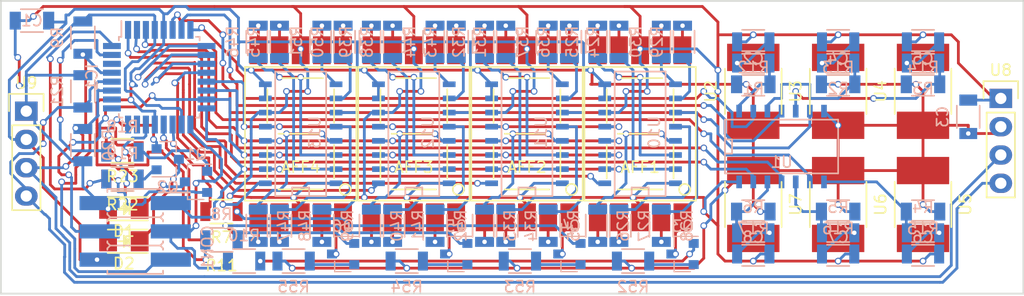
<source format=kicad_pcb>
(kicad_pcb (version 4) (host pcbnew 4.0.5+dfsg1-4)
  (layers (0 F.Cu signal) (31 B.Cu signal) (34 B.Paste user) (35 F.Paste user) (36 B.SilkS user) (37 F.SilkS user) (38 B.Mask user) (39 F.Mask user) (44 Edge.Cuts user))
  (net 0 "")
  (net 1 VCC)
  (net 2 "Net-(AFF1-Pad9)")
  (net 3 "Net-(AFF1-Pad10)")
  (net 4 "Net-(AFF1-Pad7)")
  (net 5 "Net-(AFF1-Pad6)")
  (net 6 "Net-(AFF1-Pad2)")
  (net 7 "Net-(AFF1-Pad1)")
  (net 8 "Net-(AFF1-Pad4)")
  (net 9 "Net-(AFF1-Pad5)")
  (net 10 "Net-(AFF2-Pad9)")
  (net 11 "Net-(AFF2-Pad10)")
  (net 12 "Net-(AFF2-Pad7)")
  (net 13 "Net-(AFF2-Pad6)")
  (net 14 "Net-(AFF2-Pad2)")
  (net 15 "Net-(AFF2-Pad1)")
  (net 16 "Net-(AFF2-Pad4)")
  (net 17 "Net-(AFF2-Pad5)")
  (net 18 "Net-(AFF3-Pad9)")
  (net 19 "Net-(AFF3-Pad10)")
  (net 20 "Net-(AFF3-Pad7)")
  (net 21 "Net-(AFF3-Pad6)")
  (net 22 "Net-(AFF3-Pad2)")
  (net 23 "Net-(AFF3-Pad1)")
  (net 24 "Net-(AFF3-Pad4)")
  (net 25 "Net-(AFF3-Pad5)")
  (net 26 "Net-(AFF4-Pad9)")
  (net 27 "Net-(AFF4-Pad10)")
  (net 28 "Net-(AFF4-Pad7)")
  (net 29 "Net-(AFF4-Pad6)")
  (net 30 "Net-(AFF4-Pad2)")
  (net 31 "Net-(AFF4-Pad1)")
  (net 32 "Net-(AFF4-Pad4)")
  (net 33 "Net-(AFF4-Pad5)")
  (net 34 GND)
  (net 35 /B1)
  (net 36 /B2)
  (net 37 /B3)
  (net 38 /B4)
  (net 39 /B5)
  (net 40 /B6)
  (net 41 /C)
  (net 42 /SCK)
  (net 43 /RST)
  (net 44 /B)
  (net 45 "Net-(D1-Pad1)")
  (net 46 "Net-(D2-Pad1)")
  (net 47 /SW6)
  (net 48 /SW5)
  (net 49 /SW4)
  (net 50 /SW3)
  (net 51 /SW2)
  (net 52 /SW1)
  (net 53 /LD0)
  (net 54 /LD1)
  (net 55 /LD2)
  (net 56 /LD3)
  (net 57 /A)
  (net 58 /D)
  (net 59 "Net-(IC1-Pad19)")
  (net 60 "Net-(IC1-Pad20)")
  (net 61 "Net-(IC1-Pad22)")
  (net 62 "Net-(IC1-Pad23)")
  (net 63 "Net-(IC1-Pad24)")
  (net 64 "Net-(IC1-Pad25)")
  (net 65 "Net-(IC1-Pad26)")
  (net 66 /SDA)
  (net 67 /SCL)
  (net 68 "Net-(IC1-Pad30)")
  (net 69 /LED1)
  (net 70 /LED2)
  (net 71 "Net-(Q1-Pad1)")
  (net 72 "Net-(Q1-Pad2)")
  (net 73 "Net-(Q2-Pad1)")
  (net 74 "Net-(Q2-Pad2)")
  (net 75 /DP0)
  (net 76 "Net-(Q3-Pad2)")
  (net 77 /DP1)
  (net 78 "Net-(Q4-Pad2)")
  (net 79 /DP2)
  (net 80 "Net-(Q5-Pad2)")
  (net 81 /DP3)
  (net 82 "Net-(Q6-Pad2)")
  (net 83 /S1)
  (net 84 /S2)
  (net 85 /S3)
  (net 86 /S4)
  (net 87 /S5)
  (net 88 /S6)
  (net 89 "Net-(R24-Pad2)")
  (net 90 "Net-(R25-Pad2)")
  (net 91 "Net-(R26-Pad2)")
  (net 92 "Net-(R27-Pad2)")
  (net 93 "Net-(R28-Pad2)")
  (net 94 "Net-(R29-Pad2)")
  (net 95 "Net-(R30-Pad2)")
  (net 96 "Net-(R31-Pad2)")
  (net 97 "Net-(R32-Pad2)")
  (net 98 "Net-(R33-Pad2)")
  (net 99 "Net-(R34-Pad2)")
  (net 100 "Net-(R35-Pad2)")
  (net 101 "Net-(R36-Pad2)")
  (net 102 "Net-(R37-Pad2)")
  (net 103 "Net-(R38-Pad2)")
  (net 104 "Net-(R39-Pad2)")
  (net 105 "Net-(R40-Pad2)")
  (net 106 "Net-(R41-Pad2)")
  (net 107 "Net-(R42-Pad2)")
  (net 108 "Net-(R43-Pad2)")
  (net 109 "Net-(R44-Pad2)")
  (net 110 "Net-(R45-Pad2)")
  (net 111 "Net-(R46-Pad2)")
  (net 112 "Net-(R47-Pad2)")
  (net 113 "Net-(R48-Pad2)")
  (net 114 "Net-(R49-Pad2)")
  (net 115 "Net-(R50-Pad2)")
  (net 116 "Net-(R51-Pad2)")
  (module Housings_QFP:TQFP-32_7x7mm_Pitch0.8mm (layer B.Cu) (at 46.99 27.94 270)
    (fp_text reference IC1 (at 0 6.05 270) (layer B.SilkS) (effects (justify mirror)))
    (fp_text value ATTINY88-A)
    (pad 1 smd rect (at -4.25 2.8 270) (size 1.6 0.55) (layers B.Cu B.Paste B.Mask) (net 47 /SW6))
    (pad 2 smd rect (at -4.25 2 270) (size 1.6 0.55) (layers B.Cu B.Paste B.Mask) (net 48 /SW5))
    (pad 3 smd rect (at -4.25 1.2 270) (size 1.6 0.55) (layers B.Cu B.Paste B.Mask) (net 49 /SW4))
    (pad 4 smd rect (at -4.25 0.4 270) (size 1.6 0.55) (layers B.Cu B.Paste B.Mask) (net 1 VCC))
    (pad 5 smd rect (at -4.25 -0.4 270) (size 1.6 0.55) (layers B.Cu B.Paste B.Mask) (net 34 GND))
    (pad 6 smd rect (at -4.25 -1.2 270) (size 1.6 0.55) (layers B.Cu B.Paste B.Mask) (net 50 /SW3))
    (pad 7 smd rect (at -4.25 -2 270) (size 1.6 0.55) (layers B.Cu B.Paste B.Mask) (net 51 /SW2))
    (pad 8 smd rect (at -4.25 -2.8 270) (size 1.6 0.55) (layers B.Cu B.Paste B.Mask) (net 52 /SW1))
    (pad 9 smd rect (at -2.8 -4.25 180) (size 1.6 0.55) (layers B.Cu B.Paste B.Mask) (net 53 /LD0))
    (pad 10 smd rect (at -2 -4.25 180) (size 1.6 0.55) (layers B.Cu B.Paste B.Mask) (net 54 /LD1))
    (pad 11 smd rect (at -1.2 -4.25 180) (size 1.6 0.55) (layers B.Cu B.Paste B.Mask) (net 55 /LD2))
    (pad 12 smd rect (at -0.4 -4.25 180) (size 1.6 0.55) (layers B.Cu B.Paste B.Mask) (net 56 /LD3))
    (pad 13 smd rect (at 0.4 -4.25 180) (size 1.6 0.55) (layers B.Cu B.Paste B.Mask) (net 57 /A))
    (pad 14 smd rect (at 1.2 -4.25 180) (size 1.6 0.55) (layers B.Cu B.Paste B.Mask) (net 58 /D))
    (pad 15 smd rect (at 2 -4.25 180) (size 1.6 0.55) (layers B.Cu B.Paste B.Mask) (net 44 /B))
    (pad 16 smd rect (at 2.8 -4.25 180) (size 1.6 0.55) (layers B.Cu B.Paste B.Mask) (net 41 /C))
    (pad 17 smd rect (at 4.25 -2.8 270) (size 1.6 0.55) (layers B.Cu B.Paste B.Mask) (net 42 /SCK))
    (pad 18 smd rect (at 4.25 -2 270) (size 1.6 0.55) (layers B.Cu B.Paste B.Mask) (net 1 VCC))
    (pad 19 smd rect (at 4.25 -1.2 270) (size 1.6 0.55) (layers B.Cu B.Paste B.Mask) (net 59 "Net-(IC1-Pad19)"))
    (pad 20 smd rect (at 4.25 -0.4 270) (size 1.6 0.55) (layers B.Cu B.Paste B.Mask) (net 60 "Net-(IC1-Pad20)"))
    (pad 21 smd rect (at 4.25 0.4 270) (size 1.6 0.55) (layers B.Cu B.Paste B.Mask) (net 34 GND))
    (pad 22 smd rect (at 4.25 1.2 270) (size 1.6 0.55) (layers B.Cu B.Paste B.Mask) (net 61 "Net-(IC1-Pad22)"))
    (pad 23 smd rect (at 4.25 2 270) (size 1.6 0.55) (layers B.Cu B.Paste B.Mask) (net 62 "Net-(IC1-Pad23)"))
    (pad 24 smd rect (at 4.25 2.8 270) (size 1.6 0.55) (layers B.Cu B.Paste B.Mask) (net 63 "Net-(IC1-Pad24)"))
    (pad 25 smd rect (at 2.8 4.25 180) (size 1.6 0.55) (layers B.Cu B.Paste B.Mask) (net 64 "Net-(IC1-Pad25)"))
    (pad 26 smd rect (at 2 4.25 180) (size 1.6 0.55) (layers B.Cu B.Paste B.Mask) (net 65 "Net-(IC1-Pad26)"))
    (pad 27 smd rect (at 1.2 4.25 180) (size 1.6 0.55) (layers B.Cu B.Paste B.Mask) (net 66 /SDA))
    (pad 28 smd rect (at 0.4 4.25 180) (size 1.6 0.55) (layers B.Cu B.Paste B.Mask) (net 67 /SCL))
    (pad 29 smd rect (at -0.4 4.25 180) (size 1.6 0.55) (layers B.Cu B.Paste B.Mask) (net 43 /RST))
    (pad 30 smd rect (at -1.2 4.25 180) (size 1.6 0.55) (layers B.Cu B.Paste B.Mask) (net 68 "Net-(IC1-Pad30)"))
    (pad 31 smd rect (at -2 4.25 180) (size 1.6 0.55) (layers B.Cu B.Paste B.Mask) (net 69 /LED1))
    (pad 32 smd rect (at -2.8 4.25 180) (size 1.6 0.55) (layers B.Cu B.Paste B.Mask) (net 70 /LED2))
  )
  (module Resistors_SMD:R_1206 (layer B.Cu) (at 100.33 43.815 180)
    (fp_text reference R17 (at 0 2.3 180) (layer B.SilkS) (effects (justify mirror)))
    (fp_text value 10k)
    (pad 1 smd rect (at -1.45 0 180) (size 0.9 1.7) (layers B.Cu B.Paste B.Mask) (net 1 VCC))
    (pad 2 smd rect (at 1.45 0 180) (size 0.9 1.7) (layers B.Cu B.Paste B.Mask) (net 88 /S6))
  )
  (module i2c_frontpanel:7seg_LTS_4817CKR_P (layer F.Cu) (at 90.17 33.02)
    (fp_text reference AFF1 (at 0 3) (layer F.SilkS))
    (fp_text value 7SEGMENTS)
    (pad 8 smd rect (at 0 -7.5) (size 1.6 2.5) (layers F.Cu F.Paste F.Mask) (net 1 VCC))
    (pad 9 smd rect (at -1.9 -7.5) (size 1.6 2.5) (layers F.Cu F.Paste F.Mask) (net 2 "Net-(AFF1-Pad9)"))
    (pad 10 smd rect (at -3.8 -7.5) (size 1.6 2.5) (layers F.Cu F.Paste F.Mask) (net 3 "Net-(AFF1-Pad10)"))
    (pad 7 smd rect (at 1.9 -7.5) (size 1.6 2.5) (layers F.Cu F.Paste F.Mask) (net 4 "Net-(AFF1-Pad7)"))
    (pad 6 smd rect (at 3.8 -7.5) (size 1.6 2.5) (layers F.Cu F.Paste F.Mask) (net 5 "Net-(AFF1-Pad6)"))
    (pad 3 smd rect (at 0 7.5) (size 1.6 2.5) (layers F.Cu F.Paste F.Mask) (net 1 VCC))
    (pad 2 smd rect (at -1.9 7.5) (size 1.6 2.5) (layers F.Cu F.Paste F.Mask) (net 6 "Net-(AFF1-Pad2)"))
    (pad 1 smd rect (at -3.8 7.5) (size 1.6 2.5) (layers F.Cu F.Paste F.Mask) (net 7 "Net-(AFF1-Pad1)"))
    (pad 4 smd rect (at 1.9 7.5) (size 1.6 2.5) (layers F.Cu F.Paste F.Mask) (net 8 "Net-(AFF1-Pad4)"))
    (pad 5 smd rect (at 3.8 7.5) (size 1.6 2.5) (layers F.Cu F.Paste F.Mask) (net 9 "Net-(AFF1-Pad5)"))
  )
  (module i2c_frontpanel:7seg_LTS_4817CKR_P (layer F.Cu) (at 80.01 33.02)
    (fp_text reference AFF2 (at 0 3) (layer F.SilkS))
    (fp_text value 7SEGMENTS)
    (pad 8 smd rect (at 0 -7.5) (size 1.6 2.5) (layers F.Cu F.Paste F.Mask) (net 1 VCC))
    (pad 9 smd rect (at -1.9 -7.5) (size 1.6 2.5) (layers F.Cu F.Paste F.Mask) (net 10 "Net-(AFF2-Pad9)"))
    (pad 10 smd rect (at -3.8 -7.5) (size 1.6 2.5) (layers F.Cu F.Paste F.Mask) (net 11 "Net-(AFF2-Pad10)"))
    (pad 7 smd rect (at 1.9 -7.5) (size 1.6 2.5) (layers F.Cu F.Paste F.Mask) (net 12 "Net-(AFF2-Pad7)"))
    (pad 6 smd rect (at 3.8 -7.5) (size 1.6 2.5) (layers F.Cu F.Paste F.Mask) (net 13 "Net-(AFF2-Pad6)"))
    (pad 3 smd rect (at 0 7.5) (size 1.6 2.5) (layers F.Cu F.Paste F.Mask) (net 1 VCC))
    (pad 2 smd rect (at -1.9 7.5) (size 1.6 2.5) (layers F.Cu F.Paste F.Mask) (net 14 "Net-(AFF2-Pad2)"))
    (pad 1 smd rect (at -3.8 7.5) (size 1.6 2.5) (layers F.Cu F.Paste F.Mask) (net 15 "Net-(AFF2-Pad1)"))
    (pad 4 smd rect (at 1.9 7.5) (size 1.6 2.5) (layers F.Cu F.Paste F.Mask) (net 16 "Net-(AFF2-Pad4)"))
    (pad 5 smd rect (at 3.8 7.5) (size 1.6 2.5) (layers F.Cu F.Paste F.Mask) (net 17 "Net-(AFF2-Pad5)"))
  )
  (module i2c_frontpanel:7seg_LTS_4817CKR_P (layer F.Cu) (at 69.85 33.02)
    (fp_text reference AFF3 (at 0 3) (layer F.SilkS))
    (fp_text value 7SEGMENTS)
    (pad 8 smd rect (at 0 -7.5) (size 1.6 2.5) (layers F.Cu F.Paste F.Mask) (net 1 VCC))
    (pad 9 smd rect (at -1.9 -7.5) (size 1.6 2.5) (layers F.Cu F.Paste F.Mask) (net 18 "Net-(AFF3-Pad9)"))
    (pad 10 smd rect (at -3.8 -7.5) (size 1.6 2.5) (layers F.Cu F.Paste F.Mask) (net 19 "Net-(AFF3-Pad10)"))
    (pad 7 smd rect (at 1.9 -7.5) (size 1.6 2.5) (layers F.Cu F.Paste F.Mask) (net 20 "Net-(AFF3-Pad7)"))
    (pad 6 smd rect (at 3.8 -7.5) (size 1.6 2.5) (layers F.Cu F.Paste F.Mask) (net 21 "Net-(AFF3-Pad6)"))
    (pad 3 smd rect (at 0 7.5) (size 1.6 2.5) (layers F.Cu F.Paste F.Mask) (net 1 VCC))
    (pad 2 smd rect (at -1.9 7.5) (size 1.6 2.5) (layers F.Cu F.Paste F.Mask) (net 22 "Net-(AFF3-Pad2)"))
    (pad 1 smd rect (at -3.8 7.5) (size 1.6 2.5) (layers F.Cu F.Paste F.Mask) (net 23 "Net-(AFF3-Pad1)"))
    (pad 4 smd rect (at 1.9 7.5) (size 1.6 2.5) (layers F.Cu F.Paste F.Mask) (net 24 "Net-(AFF3-Pad4)"))
    (pad 5 smd rect (at 3.8 7.5) (size 1.6 2.5) (layers F.Cu F.Paste F.Mask) (net 25 "Net-(AFF3-Pad5)"))
  )
  (module i2c_frontpanel:7seg_LTS_4817CKR_P (layer F.Cu) (at 59.69 33.02)
    (fp_text reference AFF4 (at 0 3) (layer F.SilkS))
    (fp_text value 7SEGMENTS)
    (pad 8 smd rect (at 0 -7.5) (size 1.6 2.5) (layers F.Cu F.Paste F.Mask) (net 1 VCC))
    (pad 9 smd rect (at -1.9 -7.5) (size 1.6 2.5) (layers F.Cu F.Paste F.Mask) (net 26 "Net-(AFF4-Pad9)"))
    (pad 10 smd rect (at -3.8 -7.5) (size 1.6 2.5) (layers F.Cu F.Paste F.Mask) (net 27 "Net-(AFF4-Pad10)"))
    (pad 7 smd rect (at 1.9 -7.5) (size 1.6 2.5) (layers F.Cu F.Paste F.Mask) (net 28 "Net-(AFF4-Pad7)"))
    (pad 6 smd rect (at 3.8 -7.5) (size 1.6 2.5) (layers F.Cu F.Paste F.Mask) (net 29 "Net-(AFF4-Pad6)"))
    (pad 3 smd rect (at 0 7.5) (size 1.6 2.5) (layers F.Cu F.Paste F.Mask) (net 1 VCC))
    (pad 2 smd rect (at -1.9 7.5) (size 1.6 2.5) (layers F.Cu F.Paste F.Mask) (net 30 "Net-(AFF4-Pad2)"))
    (pad 1 smd rect (at -3.8 7.5) (size 1.6 2.5) (layers F.Cu F.Paste F.Mask) (net 31 "Net-(AFF4-Pad1)"))
    (pad 4 smd rect (at 1.9 7.5) (size 1.6 2.5) (layers F.Cu F.Paste F.Mask) (net 32 "Net-(AFF4-Pad4)"))
    (pad 5 smd rect (at 3.8 7.5) (size 1.6 2.5) (layers F.Cu F.Paste F.Mask) (net 33 "Net-(AFF4-Pad5)"))
  )
  (module Capacitors_SMD:C_1206 (layer B.Cu) (at 35.56 22.86)
    (fp_text reference C1 (at 0 0) (layer B.SilkS) (effects (justify mirror)))
    (fp_text value 0.1uF)
    (pad 1 smd rect (at -1.5 0) (size 1 1.6) (layers B.Cu B.Paste B.Mask) (net 1 VCC))
    (pad 2 smd rect (at 1.5 0) (size 1 1.6) (layers B.Cu B.Paste B.Mask) (net 34 GND))
  )
  (module Capacitors_SMD:C_1206 (layer B.Cu) (at 100.33 28.575 180)
    (fp_text reference C2 (at 0 2.3 180) (layer B.SilkS) (effects (justify mirror)))
    (fp_text value 0.1uF)
    (pad 1 smd rect (at -1.5 0 180) (size 1 1.6) (layers B.Cu B.Paste B.Mask) (net 35 /B1))
    (pad 2 smd rect (at 1.5 0 180) (size 1 1.6) (layers B.Cu B.Paste B.Mask) (net 34 GND))
  )
  (module Capacitors_SMD:C_1206 (layer B.Cu) (at 119.634 31.496 270)
    (fp_text reference C3 (at 0 2.3 270) (layer B.SilkS) (effects (justify mirror)))
    (fp_text value 0.1uF)
    (pad 1 smd rect (at -1.5 0 270) (size 1 1.6) (layers B.Cu B.Paste B.Mask) (net 1 VCC))
    (pad 2 smd rect (at 1.5 0 270) (size 1 1.6) (layers B.Cu B.Paste B.Mask) (net 34 GND))
  )
  (module Capacitors_SMD:C_1206 (layer B.Cu) (at 107.95 28.575 180)
    (fp_text reference C4 (at 0 2.3 180) (layer B.SilkS) (effects (justify mirror)))
    (fp_text value 0.1uF)
    (pad 1 smd rect (at -1.5 0 180) (size 1 1.6) (layers B.Cu B.Paste B.Mask) (net 36 /B2))
    (pad 2 smd rect (at 1.5 0 180) (size 1 1.6) (layers B.Cu B.Paste B.Mask) (net 34 GND))
  )
  (module Capacitors_SMD:C_1206 (layer B.Cu) (at 115.57 28.575 180)
    (fp_text reference C5 (at 0 2.3 180) (layer B.SilkS) (effects (justify mirror)))
    (fp_text value 0.1uF)
    (pad 1 smd rect (at -1.5 0 180) (size 1 1.6) (layers B.Cu B.Paste B.Mask) (net 37 /B3))
    (pad 2 smd rect (at 1.5 0 180) (size 1 1.6) (layers B.Cu B.Paste B.Mask) (net 34 GND))
  )
  (module Capacitors_SMD:C_1206 (layer B.Cu) (at 115.57 40.005)
    (fp_text reference C6 (at 0 2.3) (layer B.SilkS) (effects (justify mirror)))
    (fp_text value 0.1uF)
    (pad 1 smd rect (at -1.5 0) (size 1 1.6) (layers B.Cu B.Paste B.Mask) (net 38 /B4))
    (pad 2 smd rect (at 1.5 0) (size 1 1.6) (layers B.Cu B.Paste B.Mask) (net 34 GND))
  )
  (module Capacitors_SMD:C_1206 (layer B.Cu) (at 107.95 40.005)
    (fp_text reference C7 (at 0 2.3) (layer B.SilkS) (effects (justify mirror)))
    (fp_text value 0.1uF)
    (pad 1 smd rect (at -1.5 0) (size 1 1.6) (layers B.Cu B.Paste B.Mask) (net 39 /B5))
    (pad 2 smd rect (at 1.5 0) (size 1 1.6) (layers B.Cu B.Paste B.Mask) (net 34 GND))
  )
  (module Capacitors_SMD:C_1206 (layer B.Cu) (at 100.33 40.005)
    (fp_text reference C8 (at 0 2.3) (layer B.SilkS) (effects (justify mirror)))
    (fp_text value 0.1uF)
    (pad 1 smd rect (at -1.5 0) (size 1 1.6) (layers B.Cu B.Paste B.Mask) (net 40 /B6))
    (pad 2 smd rect (at 1.5 0) (size 1 1.6) (layers B.Cu B.Paste B.Mask) (net 34 GND))
  )
  (module Pin_Headers:Pin_Header_Straight_SMT_02x03 (layer B.Cu) (at 44.831 41.783 270)
    (fp_text reference CON1 (at 1.47 -6.5 270) (layer B.SilkS) (effects (justify mirror)))
    (fp_text value AVR-ISP)
    (pad 1 smd rect (at -2.54 -3.2 270) (size 1.27 3.6) (layers B.Cu B.Paste B.Mask) (net 41 /C))
    (pad 3 smd rect (at 0 -3.2 270) (size 1.27 3.6) (layers B.Cu B.Paste B.Mask) (net 42 /SCK))
    (pad 5 smd rect (at 2.54 -3.2 270) (size 1.27 3.6) (layers B.Cu B.Paste B.Mask) (net 43 /RST))
    (pad 6 smd rect (at 2.54 3.2 270) (size 1.27 3.6) (layers B.Cu B.Paste B.Mask) (net 34 GND))
    (pad 4 smd rect (at 0 3.2 270) (size 1.27 3.6) (layers B.Cu B.Paste B.Mask) (net 44 /B))
    (pad 2 smd rect (at -2.54 3.2 270) (size 1.27 3.6) (layers B.Cu B.Paste B.Mask) (net 1 VCC))
  )
  (module LEDs:LED_1206 (layer F.Cu) (at 43.815 39.751 180)
    (fp_text reference D1 (at 0 -2 180) (layer F.SilkS))
    (fp_text value LED)
    (pad 2 smd rect (at 1.41986 0) (size 1.59766 1.80086) (layers F.Cu F.Paste F.Mask) (net 1 VCC))
    (pad 1 smd rect (at -1.41986 0) (size 1.59766 1.80086) (layers F.Cu F.Paste F.Mask) (net 45 "Net-(D1-Pad1)"))
  )
  (module LEDs:LED_1206 (layer F.Cu) (at 43.815 42.672 180)
    (fp_text reference D2 (at 0 -2 180) (layer F.SilkS))
    (fp_text value LED)
    (pad 2 smd rect (at 1.41986 0) (size 1.59766 1.80086) (layers F.Cu F.Paste F.Mask) (net 1 VCC))
    (pad 1 smd rect (at -1.41986 0) (size 1.59766 1.80086) (layers F.Cu F.Paste F.Mask) (net 46 "Net-(D2-Pad1)"))
  )
  (module TO_SOT_Packages_SMD:SOT-23 (layer B.Cu) (at 50.292 37.338 180)
    (fp_text reference Q1 (at 0 2.5 180) (layer B.SilkS) (effects (justify mirror)))
    (fp_text value 2N7002)
    (pad 1 smd rect (at -1 0.95 180) (size 0.9 0.8) (layers B.Cu B.Paste B.Mask) (net 71 "Net-(Q1-Pad1)"))
    (pad 2 smd rect (at -1 -0.95 180) (size 0.9 0.8) (layers B.Cu B.Paste B.Mask) (net 72 "Net-(Q1-Pad2)"))
    (pad 3 smd rect (at 1 0 180) (size 0.9 0.8) (layers B.Cu B.Paste B.Mask) (net 45 "Net-(D1-Pad1)"))
  )
  (module TO_SOT_Packages_SMD:SOT-23 (layer B.Cu) (at 47.752 35.306)
    (fp_text reference Q2 (at 0 2.5) (layer B.SilkS) (effects (justify mirror)))
    (fp_text value 2N7002)
    (pad 1 smd rect (at -1 0.95) (size 0.9 0.8) (layers B.Cu B.Paste B.Mask) (net 73 "Net-(Q2-Pad1)"))
    (pad 2 smd rect (at -1 -0.95) (size 0.9 0.8) (layers B.Cu B.Paste B.Mask) (net 74 "Net-(Q2-Pad2)"))
    (pad 3 smd rect (at 1 0) (size 0.9 0.8) (layers B.Cu B.Paste B.Mask) (net 46 "Net-(D2-Pad1)"))
  )
  (module TO_SOT_Packages_SMD:SOT-23 (layer B.Cu) (at 93.98 43.815 180)
    (fp_text reference Q3 (at 0 2.5 180) (layer B.SilkS) (effects (justify mirror)))
    (fp_text value 2N7002)
    (pad 1 smd rect (at -1 0.95 180) (size 0.9 0.8) (layers B.Cu B.Paste B.Mask) (net 75 /DP0))
    (pad 2 smd rect (at -1 -0.95 180) (size 0.9 0.8) (layers B.Cu B.Paste B.Mask) (net 76 "Net-(Q3-Pad2)"))
    (pad 3 smd rect (at 1 0 180) (size 0.9 0.8) (layers B.Cu B.Paste B.Mask) (net 9 "Net-(AFF1-Pad5)"))
  )
  (module TO_SOT_Packages_SMD:SOT-23 (layer B.Cu) (at 83.82 43.815 180)
    (fp_text reference Q4 (at 0 2.5 180) (layer B.SilkS) (effects (justify mirror)))
    (fp_text value 2N7002)
    (pad 1 smd rect (at -1 0.95 180) (size 0.9 0.8) (layers B.Cu B.Paste B.Mask) (net 77 /DP1))
    (pad 2 smd rect (at -1 -0.95 180) (size 0.9 0.8) (layers B.Cu B.Paste B.Mask) (net 78 "Net-(Q4-Pad2)"))
    (pad 3 smd rect (at 1 0 180) (size 0.9 0.8) (layers B.Cu B.Paste B.Mask) (net 17 "Net-(AFF2-Pad5)"))
  )
  (module TO_SOT_Packages_SMD:SOT-23 (layer B.Cu) (at 73.66 43.815 180)
    (fp_text reference Q5 (at 0 2.5 180) (layer B.SilkS) (effects (justify mirror)))
    (fp_text value 2N7002)
    (pad 1 smd rect (at -1 0.95 180) (size 0.9 0.8) (layers B.Cu B.Paste B.Mask) (net 79 /DP2))
    (pad 2 smd rect (at -1 -0.95 180) (size 0.9 0.8) (layers B.Cu B.Paste B.Mask) (net 80 "Net-(Q5-Pad2)"))
    (pad 3 smd rect (at 1 0 180) (size 0.9 0.8) (layers B.Cu B.Paste B.Mask) (net 25 "Net-(AFF3-Pad5)"))
  )
  (module TO_SOT_Packages_SMD:SOT-23 (layer B.Cu) (at 63.5 43.815 180)
    (fp_text reference Q6 (at 0 2.5 180) (layer B.SilkS) (effects (justify mirror)))
    (fp_text value 2N7002)
    (pad 1 smd rect (at -1 0.95 180) (size 0.9 0.8) (layers B.Cu B.Paste B.Mask) (net 81 /DP3))
    (pad 2 smd rect (at -1 -0.95 180) (size 0.9 0.8) (layers B.Cu B.Paste B.Mask) (net 82 "Net-(Q6-Pad2)"))
    (pad 3 smd rect (at 1 0 180) (size 0.9 0.8) (layers B.Cu B.Paste B.Mask) (net 33 "Net-(AFF4-Pad5)"))
  )
  (module Resistors_SMD:R_1206 (layer B.Cu) (at 100.33 26.67)
    (fp_text reference R1 (at 0 2.3) (layer B.SilkS) (effects (justify mirror)))
    (fp_text value 10k)
    (pad 1 smd rect (at -1.45 0) (size 0.9 1.7) (layers B.Cu B.Paste B.Mask) (net 83 /S1))
    (pad 2 smd rect (at 1.45 0) (size 0.9 1.7) (layers B.Cu B.Paste B.Mask) (net 35 /B1))
  )
  (module Resistors_SMD:R_1206 (layer B.Cu) (at 107.95 26.67)
    (fp_text reference R2 (at 0 2.3) (layer B.SilkS) (effects (justify mirror)))
    (fp_text value 10k)
    (pad 1 smd rect (at -1.45 0) (size 0.9 1.7) (layers B.Cu B.Paste B.Mask) (net 84 /S2))
    (pad 2 smd rect (at 1.45 0) (size 0.9 1.7) (layers B.Cu B.Paste B.Mask) (net 36 /B2))
  )
  (module Resistors_SMD:R_1206 (layer B.Cu) (at 115.57 26.67)
    (fp_text reference R3 (at 0 2.3) (layer B.SilkS) (effects (justify mirror)))
    (fp_text value 10k)
    (pad 1 smd rect (at -1.45 0) (size 0.9 1.7) (layers B.Cu B.Paste B.Mask) (net 85 /S3))
    (pad 2 smd rect (at 1.45 0) (size 0.9 1.7) (layers B.Cu B.Paste B.Mask) (net 37 /B3))
  )
  (module Resistors_SMD:R_1206 (layer B.Cu) (at 115.57 41.91 180)
    (fp_text reference R4 (at 0 2.3 180) (layer B.SilkS) (effects (justify mirror)))
    (fp_text value 10k)
    (pad 1 smd rect (at -1.45 0 180) (size 0.9 1.7) (layers B.Cu B.Paste B.Mask) (net 86 /S4))
    (pad 2 smd rect (at 1.45 0 180) (size 0.9 1.7) (layers B.Cu B.Paste B.Mask) (net 38 /B4))
  )
  (module Resistors_SMD:R_1206 (layer B.Cu) (at 107.95 41.91 180)
    (fp_text reference R5 (at 0 2.3 180) (layer B.SilkS) (effects (justify mirror)))
    (fp_text value 10k)
    (pad 1 smd rect (at -1.45 0 180) (size 0.9 1.7) (layers B.Cu B.Paste B.Mask) (net 87 /S5))
    (pad 2 smd rect (at 1.45 0 180) (size 0.9 1.7) (layers B.Cu B.Paste B.Mask) (net 39 /B5))
  )
  (module Resistors_SMD:R_1206 (layer B.Cu) (at 100.33 41.91 180)
    (fp_text reference R6 (at 0 2.3 180) (layer B.SilkS) (effects (justify mirror)))
    (fp_text value 10k)
    (pad 1 smd rect (at -1.45 0 180) (size 0.9 1.7) (layers B.Cu B.Paste B.Mask) (net 88 /S6))
    (pad 2 smd rect (at 1.45 0 180) (size 0.9 1.7) (layers B.Cu B.Paste B.Mask) (net 40 /B6))
  )
  (module Resistors_SMD:R_1206 (layer F.Cu) (at 52.578 40.005 180)
    (fp_text reference R7 (at 0 -2.3 180) (layer F.SilkS))
    (fp_text value 100)
    (pad 1 smd rect (at -1.45 0 180) (size 0.9 1.7) (layers F.Cu F.Paste F.Mask) (net 77 /DP1))
    (pad 2 smd rect (at 1.45 0 180) (size 0.9 1.7) (layers F.Cu F.Paste F.Mask) (net 59 "Net-(IC1-Pad19)"))
  )
  (module Resistors_SMD:R_1206 (layer B.Cu) (at 52.578 42.545 180)
    (fp_text reference R8 (at 0 2.3 180) (layer B.SilkS) (effects (justify mirror)))
    (fp_text value 100)
    (pad 1 smd rect (at -1.45 0 180) (size 0.9 1.7) (layers B.Cu B.Paste B.Mask) (net 81 /DP3))
    (pad 2 smd rect (at 1.45 0 180) (size 0.9 1.7) (layers B.Cu B.Paste B.Mask) (net 61 "Net-(IC1-Pad22)"))
  )
  (module Resistors_SMD:R_1206 (layer B.Cu) (at 40.132 24.384 270)
    (fp_text reference R9 (at 0 2.3 270) (layer B.SilkS) (effects (justify mirror)))
    (fp_text value 10k)
    (pad 1 smd rect (at -1.45 0 270) (size 0.9 1.7) (layers B.Cu B.Paste B.Mask) (net 1 VCC))
    (pad 2 smd rect (at 1.45 0 270) (size 0.9 1.7) (layers B.Cu B.Paste B.Mask) (net 43 /RST))
  )
  (module Resistors_SMD:R_1206 (layer B.Cu) (at 54.61 44.45 180)
    (fp_text reference R10 (at 0 2.3 180) (layer B.SilkS) (effects (justify mirror)))
    (fp_text value 100)
    (pad 1 smd rect (at -1.45 0 180) (size 0.9 1.7) (layers B.Cu B.Paste B.Mask) (net 75 /DP0))
    (pad 2 smd rect (at 1.45 0 180) (size 0.9 1.7) (layers B.Cu B.Paste B.Mask) (net 42 /SCK))
  )
  (module Resistors_SMD:R_1206 (layer F.Cu) (at 52.578 42.545 180)
    (fp_text reference R11 (at 0 -2.3 180) (layer F.SilkS))
    (fp_text value 100)
    (pad 1 smd rect (at -1.45 0 180) (size 0.9 1.7) (layers F.Cu F.Paste F.Mask) (net 79 /DP2))
    (pad 2 smd rect (at 1.45 0 180) (size 0.9 1.7) (layers F.Cu F.Paste F.Mask) (net 60 "Net-(IC1-Pad20)"))
  )
  (module Resistors_SMD:R_1206 (layer B.Cu) (at 100.33 24.765)
    (fp_text reference R12 (at 0 2.3) (layer B.SilkS) (effects (justify mirror)))
    (fp_text value 10k)
    (pad 1 smd rect (at -1.45 0) (size 0.9 1.7) (layers B.Cu B.Paste B.Mask) (net 1 VCC))
    (pad 2 smd rect (at 1.45 0) (size 0.9 1.7) (layers B.Cu B.Paste B.Mask) (net 83 /S1))
  )
  (module Resistors_SMD:R_1206 (layer B.Cu) (at 107.95 24.765)
    (fp_text reference R13 (at 0 2.3) (layer B.SilkS) (effects (justify mirror)))
    (fp_text value 10k)
    (pad 1 smd rect (at -1.45 0) (size 0.9 1.7) (layers B.Cu B.Paste B.Mask) (net 1 VCC))
    (pad 2 smd rect (at 1.45 0) (size 0.9 1.7) (layers B.Cu B.Paste B.Mask) (net 84 /S2))
  )
  (module Resistors_SMD:R_1206 (layer B.Cu) (at 115.57 24.765)
    (fp_text reference R14 (at 0 2.3) (layer B.SilkS) (effects (justify mirror)))
    (fp_text value 10k)
    (pad 1 smd rect (at -1.45 0) (size 0.9 1.7) (layers B.Cu B.Paste B.Mask) (net 1 VCC))
    (pad 2 smd rect (at 1.45 0) (size 0.9 1.7) (layers B.Cu B.Paste B.Mask) (net 85 /S3))
  )
  (module Resistors_SMD:R_1206 (layer B.Cu) (at 115.57 43.815 180)
    (fp_text reference R15 (at 0 2.3 180) (layer B.SilkS) (effects (justify mirror)))
    (fp_text value 10k)
    (pad 1 smd rect (at -1.45 0 180) (size 0.9 1.7) (layers B.Cu B.Paste B.Mask) (net 1 VCC))
    (pad 2 smd rect (at 1.45 0 180) (size 0.9 1.7) (layers B.Cu B.Paste B.Mask) (net 86 /S4))
  )
  (module Resistors_SMD:R_1206 (layer B.Cu) (at 107.95 43.815 180)
    (fp_text reference R16 (at 0 2.3 180) (layer B.SilkS) (effects (justify mirror)))
    (fp_text value 10k)
    (pad 1 smd rect (at -1.45 0 180) (size 0.9 1.7) (layers B.Cu B.Paste B.Mask) (net 1 VCC))
    (pad 2 smd rect (at 1.45 0 180) (size 0.9 1.7) (layers B.Cu B.Paste B.Mask) (net 87 /S5))
  )
  (module Resistors_SMD:R_1206 (layer B.Cu) (at 43.688 34.671 180)
    (fp_text reference R18 (at 0 2.3 180) (layer B.SilkS) (effects (justify mirror)))
    (fp_text value 100)
    (pad 1 smd rect (at -1.45 0 180) (size 0.9 1.7) (layers B.Cu B.Paste B.Mask) (net 71 "Net-(Q1-Pad1)"))
    (pad 2 smd rect (at 1.45 0 180) (size 0.9 1.7) (layers B.Cu B.Paste B.Mask) (net 69 /LED1))
  )
  (module Resistors_SMD:R_1206 (layer B.Cu) (at 43.688 37.084 180)
    (fp_text reference R19 (at 0 2.3 180) (layer B.SilkS) (effects (justify mirror)))
    (fp_text value 100)
    (pad 1 smd rect (at -1.45 0 180) (size 0.9 1.7) (layers B.Cu B.Paste B.Mask) (net 73 "Net-(Q2-Pad1)"))
    (pad 2 smd rect (at 1.45 0 180) (size 0.9 1.7) (layers B.Cu B.Paste B.Mask) (net 70 /LED2))
  )
  (module Resistors_SMD:R_1206 (layer B.Cu) (at 40.132 34.036 90)
    (fp_text reference R20 (at 0 2.3 90) (layer B.SilkS) (effects (justify mirror)))
    (fp_text value 4.7k)
    (pad 1 smd rect (at -1.45 0 90) (size 0.9 1.7) (layers B.Cu B.Paste B.Mask) (net 1 VCC))
    (pad 2 smd rect (at 1.45 0 90) (size 0.9 1.7) (layers B.Cu B.Paste B.Mask) (net 66 /SDA))
  )
  (module Resistors_SMD:R_1206 (layer B.Cu) (at 40.132 29.21 270)
    (fp_text reference R21 (at 0 2.3 270) (layer B.SilkS) (effects (justify mirror)))
    (fp_text value 4.7k)
    (pad 1 smd rect (at -1.45 0 270) (size 0.9 1.7) (layers B.Cu B.Paste B.Mask) (net 1 VCC))
    (pad 2 smd rect (at 1.45 0 270) (size 0.9 1.7) (layers B.Cu B.Paste B.Mask) (net 67 /SCL))
  )
  (module Resistors_SMD:R_1206 (layer F.Cu) (at 43.688 37.084 180)
    (fp_text reference R22 (at 0 -2.3 180) (layer F.SilkS))
    (fp_text value 470)
    (pad 1 smd rect (at -1.45 0 180) (size 0.9 1.7) (layers F.Cu F.Paste F.Mask) (net 34 GND))
    (pad 2 smd rect (at 1.45 0 180) (size 0.9 1.7) (layers F.Cu F.Paste F.Mask) (net 72 "Net-(Q1-Pad2)"))
  )
  (module Resistors_SMD:R_1206 (layer F.Cu) (at 43.688 34.544 180)
    (fp_text reference R23 (at 0 -2.3 180) (layer F.SilkS))
    (fp_text value 470)
    (pad 1 smd rect (at -1.45 0 180) (size 0.9 1.7) (layers F.Cu F.Paste F.Mask) (net 34 GND))
    (pad 2 smd rect (at 1.45 0 180) (size 0.9 1.7) (layers F.Cu F.Paste F.Mask) (net 74 "Net-(Q2-Pad2)"))
  )
  (module Resistors_SMD:R_1206 (layer B.Cu) (at 88.265 24.765 270)
    (fp_text reference R24 (at 0 2.3 270) (layer B.SilkS) (effects (justify mirror)))
    (fp_text value 470)
    (pad 1 smd rect (at -1.45 0 270) (size 0.9 1.7) (layers B.Cu B.Paste B.Mask) (net 2 "Net-(AFF1-Pad9)"))
    (pad 2 smd rect (at 1.45 0 270) (size 0.9 1.7) (layers B.Cu B.Paste B.Mask) (net 89 "Net-(R24-Pad2)"))
  )
  (module Resistors_SMD:R_1206 (layer B.Cu) (at 86.36 24.765 270)
    (fp_text reference R25 (at 0 2.3 270) (layer B.SilkS) (effects (justify mirror)))
    (fp_text value 470)
    (pad 1 smd rect (at -1.45 0 270) (size 0.9 1.7) (layers B.Cu B.Paste B.Mask) (net 3 "Net-(AFF1-Pad10)"))
    (pad 2 smd rect (at 1.45 0 270) (size 0.9 1.7) (layers B.Cu B.Paste B.Mask) (net 90 "Net-(R25-Pad2)"))
  )
  (module Resistors_SMD:R_1206 (layer B.Cu) (at 86.36 41.275 90)
    (fp_text reference R26 (at 0 2.3 90) (layer B.SilkS) (effects (justify mirror)))
    (fp_text value 470)
    (pad 1 smd rect (at -1.45 0 90) (size 0.9 1.7) (layers B.Cu B.Paste B.Mask) (net 7 "Net-(AFF1-Pad1)"))
    (pad 2 smd rect (at 1.45 0 90) (size 0.9 1.7) (layers B.Cu B.Paste B.Mask) (net 91 "Net-(R26-Pad2)"))
  )
  (module Resistors_SMD:R_1206 (layer B.Cu) (at 88.265 41.275 90)
    (fp_text reference R27 (at 0 2.3 90) (layer B.SilkS) (effects (justify mirror)))
    (fp_text value 470)
    (pad 1 smd rect (at -1.45 0 90) (size 0.9 1.7) (layers B.Cu B.Paste B.Mask) (net 6 "Net-(AFF1-Pad2)"))
    (pad 2 smd rect (at 1.45 0 90) (size 0.9 1.7) (layers B.Cu B.Paste B.Mask) (net 92 "Net-(R27-Pad2)"))
  )
  (module Resistors_SMD:R_1206 (layer B.Cu) (at 92.075 41.275 90)
    (fp_text reference R28 (at 0 2.3 90) (layer B.SilkS) (effects (justify mirror)))
    (fp_text value 470)
    (pad 1 smd rect (at -1.45 0 90) (size 0.9 1.7) (layers B.Cu B.Paste B.Mask) (net 8 "Net-(AFF1-Pad4)"))
    (pad 2 smd rect (at 1.45 0 90) (size 0.9 1.7) (layers B.Cu B.Paste B.Mask) (net 93 "Net-(R28-Pad2)"))
  )
  (module Resistors_SMD:R_1206 (layer B.Cu) (at 93.98 24.765 270)
    (fp_text reference R29 (at 0 2.3 270) (layer B.SilkS) (effects (justify mirror)))
    (fp_text value 470)
    (pad 1 smd rect (at -1.45 0 270) (size 0.9 1.7) (layers B.Cu B.Paste B.Mask) (net 5 "Net-(AFF1-Pad6)"))
    (pad 2 smd rect (at 1.45 0 270) (size 0.9 1.7) (layers B.Cu B.Paste B.Mask) (net 94 "Net-(R29-Pad2)"))
  )
  (module Resistors_SMD:R_1206 (layer B.Cu) (at 92.075 24.765 270)
    (fp_text reference R30 (at 0 2.3 270) (layer B.SilkS) (effects (justify mirror)))
    (fp_text value 470)
    (pad 1 smd rect (at -1.45 0 270) (size 0.9 1.7) (layers B.Cu B.Paste B.Mask) (net 4 "Net-(AFF1-Pad7)"))
    (pad 2 smd rect (at 1.45 0 270) (size 0.9 1.7) (layers B.Cu B.Paste B.Mask) (net 95 "Net-(R30-Pad2)"))
  )
  (module Resistors_SMD:R_1206 (layer B.Cu) (at 78.105 24.765 270)
    (fp_text reference R31 (at 0 2.3 270) (layer B.SilkS) (effects (justify mirror)))
    (fp_text value 470)
    (pad 1 smd rect (at -1.45 0 270) (size 0.9 1.7) (layers B.Cu B.Paste B.Mask) (net 10 "Net-(AFF2-Pad9)"))
    (pad 2 smd rect (at 1.45 0 270) (size 0.9 1.7) (layers B.Cu B.Paste B.Mask) (net 96 "Net-(R31-Pad2)"))
  )
  (module Resistors_SMD:R_1206 (layer B.Cu) (at 76.2 24.765 270)
    (fp_text reference R32 (at 0 2.3 270) (layer B.SilkS) (effects (justify mirror)))
    (fp_text value 470)
    (pad 1 smd rect (at -1.45 0 270) (size 0.9 1.7) (layers B.Cu B.Paste B.Mask) (net 11 "Net-(AFF2-Pad10)"))
    (pad 2 smd rect (at 1.45 0 270) (size 0.9 1.7) (layers B.Cu B.Paste B.Mask) (net 97 "Net-(R32-Pad2)"))
  )
  (module Resistors_SMD:R_1206 (layer B.Cu) (at 76.2 41.275 90)
    (fp_text reference R33 (at 0 2.3 90) (layer B.SilkS) (effects (justify mirror)))
    (fp_text value 470)
    (pad 1 smd rect (at -1.45 0 90) (size 0.9 1.7) (layers B.Cu B.Paste B.Mask) (net 15 "Net-(AFF2-Pad1)"))
    (pad 2 smd rect (at 1.45 0 90) (size 0.9 1.7) (layers B.Cu B.Paste B.Mask) (net 98 "Net-(R33-Pad2)"))
  )
  (module Resistors_SMD:R_1206 (layer B.Cu) (at 78.105 41.275 90)
    (fp_text reference R34 (at 0 2.3 90) (layer B.SilkS) (effects (justify mirror)))
    (fp_text value 470)
    (pad 1 smd rect (at -1.45 0 90) (size 0.9 1.7) (layers B.Cu B.Paste B.Mask) (net 14 "Net-(AFF2-Pad2)"))
    (pad 2 smd rect (at 1.45 0 90) (size 0.9 1.7) (layers B.Cu B.Paste B.Mask) (net 99 "Net-(R34-Pad2)"))
  )
  (module Resistors_SMD:R_1206 (layer B.Cu) (at 81.915 41.275 90)
    (fp_text reference R35 (at 0 2.3 90) (layer B.SilkS) (effects (justify mirror)))
    (fp_text value 470)
    (pad 1 smd rect (at -1.45 0 90) (size 0.9 1.7) (layers B.Cu B.Paste B.Mask) (net 16 "Net-(AFF2-Pad4)"))
    (pad 2 smd rect (at 1.45 0 90) (size 0.9 1.7) (layers B.Cu B.Paste B.Mask) (net 100 "Net-(R35-Pad2)"))
  )
  (module Resistors_SMD:R_1206 (layer B.Cu) (at 83.82 24.765 270)
    (fp_text reference R36 (at 0 2.3 270) (layer B.SilkS) (effects (justify mirror)))
    (fp_text value 470)
    (pad 1 smd rect (at -1.45 0 270) (size 0.9 1.7) (layers B.Cu B.Paste B.Mask) (net 13 "Net-(AFF2-Pad6)"))
    (pad 2 smd rect (at 1.45 0 270) (size 0.9 1.7) (layers B.Cu B.Paste B.Mask) (net 101 "Net-(R36-Pad2)"))
  )
  (module Resistors_SMD:R_1206 (layer B.Cu) (at 81.915 24.765 270)
    (fp_text reference R37 (at 0 2.3 270) (layer B.SilkS) (effects (justify mirror)))
    (fp_text value 470)
    (pad 1 smd rect (at -1.45 0 270) (size 0.9 1.7) (layers B.Cu B.Paste B.Mask) (net 12 "Net-(AFF2-Pad7)"))
    (pad 2 smd rect (at 1.45 0 270) (size 0.9 1.7) (layers B.Cu B.Paste B.Mask) (net 102 "Net-(R37-Pad2)"))
  )
  (module Resistors_SMD:R_1206 (layer B.Cu) (at 67.945 24.765 270)
    (fp_text reference R38 (at 0 2.3 270) (layer B.SilkS) (effects (justify mirror)))
    (fp_text value 470)
    (pad 1 smd rect (at -1.45 0 270) (size 0.9 1.7) (layers B.Cu B.Paste B.Mask) (net 18 "Net-(AFF3-Pad9)"))
    (pad 2 smd rect (at 1.45 0 270) (size 0.9 1.7) (layers B.Cu B.Paste B.Mask) (net 103 "Net-(R38-Pad2)"))
  )
  (module Resistors_SMD:R_1206 (layer B.Cu) (at 66.04 24.765 270)
    (fp_text reference R39 (at 0 2.3 270) (layer B.SilkS) (effects (justify mirror)))
    (fp_text value 470)
    (pad 1 smd rect (at -1.45 0 270) (size 0.9 1.7) (layers B.Cu B.Paste B.Mask) (net 19 "Net-(AFF3-Pad10)"))
    (pad 2 smd rect (at 1.45 0 270) (size 0.9 1.7) (layers B.Cu B.Paste B.Mask) (net 104 "Net-(R39-Pad2)"))
  )
  (module Resistors_SMD:R_1206 (layer B.Cu) (at 66.04 41.275 90)
    (fp_text reference R40 (at 0 2.3 90) (layer B.SilkS) (effects (justify mirror)))
    (fp_text value 470)
    (pad 1 smd rect (at -1.45 0 90) (size 0.9 1.7) (layers B.Cu B.Paste B.Mask) (net 23 "Net-(AFF3-Pad1)"))
    (pad 2 smd rect (at 1.45 0 90) (size 0.9 1.7) (layers B.Cu B.Paste B.Mask) (net 105 "Net-(R40-Pad2)"))
  )
  (module Resistors_SMD:R_1206 (layer B.Cu) (at 67.945 41.275 90)
    (fp_text reference R41 (at 0 2.3 90) (layer B.SilkS) (effects (justify mirror)))
    (fp_text value 470)
    (pad 1 smd rect (at -1.45 0 90) (size 0.9 1.7) (layers B.Cu B.Paste B.Mask) (net 22 "Net-(AFF3-Pad2)"))
    (pad 2 smd rect (at 1.45 0 90) (size 0.9 1.7) (layers B.Cu B.Paste B.Mask) (net 106 "Net-(R41-Pad2)"))
  )
  (module Resistors_SMD:R_1206 (layer B.Cu) (at 71.755 41.275 90)
    (fp_text reference R42 (at 0 2.3 90) (layer B.SilkS) (effects (justify mirror)))
    (fp_text value 470)
    (pad 1 smd rect (at -1.45 0 90) (size 0.9 1.7) (layers B.Cu B.Paste B.Mask) (net 24 "Net-(AFF3-Pad4)"))
    (pad 2 smd rect (at 1.45 0 90) (size 0.9 1.7) (layers B.Cu B.Paste B.Mask) (net 107 "Net-(R42-Pad2)"))
  )
  (module Resistors_SMD:R_1206 (layer B.Cu) (at 73.66 24.765 270)
    (fp_text reference R43 (at 0 2.3 270) (layer B.SilkS) (effects (justify mirror)))
    (fp_text value 470)
    (pad 1 smd rect (at -1.45 0 270) (size 0.9 1.7) (layers B.Cu B.Paste B.Mask) (net 21 "Net-(AFF3-Pad6)"))
    (pad 2 smd rect (at 1.45 0 270) (size 0.9 1.7) (layers B.Cu B.Paste B.Mask) (net 108 "Net-(R43-Pad2)"))
  )
  (module Resistors_SMD:R_1206 (layer B.Cu) (at 71.755 24.765 270)
    (fp_text reference R44 (at 0 2.3 270) (layer B.SilkS) (effects (justify mirror)))
    (fp_text value 470)
    (pad 1 smd rect (at -1.45 0 270) (size 0.9 1.7) (layers B.Cu B.Paste B.Mask) (net 20 "Net-(AFF3-Pad7)"))
    (pad 2 smd rect (at 1.45 0 270) (size 0.9 1.7) (layers B.Cu B.Paste B.Mask) (net 109 "Net-(R44-Pad2)"))
  )
  (module Resistors_SMD:R_1206 (layer B.Cu) (at 57.785 24.765 270)
    (fp_text reference R45 (at 0 2.3 270) (layer B.SilkS) (effects (justify mirror)))
    (fp_text value 470)
    (pad 1 smd rect (at -1.45 0 270) (size 0.9 1.7) (layers B.Cu B.Paste B.Mask) (net 26 "Net-(AFF4-Pad9)"))
    (pad 2 smd rect (at 1.45 0 270) (size 0.9 1.7) (layers B.Cu B.Paste B.Mask) (net 110 "Net-(R45-Pad2)"))
  )
  (module Resistors_SMD:R_1206 (layer B.Cu) (at 55.88 24.765 270)
    (fp_text reference R46 (at 0 2.3 270) (layer B.SilkS) (effects (justify mirror)))
    (fp_text value 470)
    (pad 1 smd rect (at -1.45 0 270) (size 0.9 1.7) (layers B.Cu B.Paste B.Mask) (net 27 "Net-(AFF4-Pad10)"))
    (pad 2 smd rect (at 1.45 0 270) (size 0.9 1.7) (layers B.Cu B.Paste B.Mask) (net 111 "Net-(R46-Pad2)"))
  )
  (module Resistors_SMD:R_1206 (layer B.Cu) (at 55.88 41.275 90)
    (fp_text reference R47 (at 0 2.3 90) (layer B.SilkS) (effects (justify mirror)))
    (fp_text value 470)
    (pad 1 smd rect (at -1.45 0 90) (size 0.9 1.7) (layers B.Cu B.Paste B.Mask) (net 31 "Net-(AFF4-Pad1)"))
    (pad 2 smd rect (at 1.45 0 90) (size 0.9 1.7) (layers B.Cu B.Paste B.Mask) (net 112 "Net-(R47-Pad2)"))
  )
  (module Resistors_SMD:R_1206 (layer B.Cu) (at 57.785 41.275 90)
    (fp_text reference R48 (at 0 2.3 90) (layer B.SilkS) (effects (justify mirror)))
    (fp_text value 470)
    (pad 1 smd rect (at -1.45 0 90) (size 0.9 1.7) (layers B.Cu B.Paste B.Mask) (net 30 "Net-(AFF4-Pad2)"))
    (pad 2 smd rect (at 1.45 0 90) (size 0.9 1.7) (layers B.Cu B.Paste B.Mask) (net 113 "Net-(R48-Pad2)"))
  )
  (module Resistors_SMD:R_1206 (layer B.Cu) (at 61.595 41.275 90)
    (fp_text reference R49 (at 0 2.3 90) (layer B.SilkS) (effects (justify mirror)))
    (fp_text value 470)
    (pad 1 smd rect (at -1.45 0 90) (size 0.9 1.7) (layers B.Cu B.Paste B.Mask) (net 32 "Net-(AFF4-Pad4)"))
    (pad 2 smd rect (at 1.45 0 90) (size 0.9 1.7) (layers B.Cu B.Paste B.Mask) (net 114 "Net-(R49-Pad2)"))
  )
  (module Resistors_SMD:R_1206 (layer B.Cu) (at 63.5 24.765 270)
    (fp_text reference R50 (at 0 2.3 270) (layer B.SilkS) (effects (justify mirror)))
    (fp_text value 470)
    (pad 1 smd rect (at -1.45 0 270) (size 0.9 1.7) (layers B.Cu B.Paste B.Mask) (net 29 "Net-(AFF4-Pad6)"))
    (pad 2 smd rect (at 1.45 0 270) (size 0.9 1.7) (layers B.Cu B.Paste B.Mask) (net 115 "Net-(R50-Pad2)"))
  )
  (module Resistors_SMD:R_1206 (layer B.Cu) (at 61.595 24.765 270)
    (fp_text reference R51 (at 0 2.3 270) (layer B.SilkS) (effects (justify mirror)))
    (fp_text value 470)
    (pad 1 smd rect (at -1.45 0 270) (size 0.9 1.7) (layers B.Cu B.Paste B.Mask) (net 28 "Net-(AFF4-Pad7)"))
    (pad 2 smd rect (at 1.45 0 270) (size 0.9 1.7) (layers B.Cu B.Paste B.Mask) (net 116 "Net-(R51-Pad2)"))
  )
  (module Resistors_SMD:R_1206 (layer B.Cu) (at 89.535 44.45)
    (fp_text reference R52 (at 0 2.3) (layer B.SilkS) (effects (justify mirror)))
    (fp_text value 470)
    (pad 1 smd rect (at -1.45 0) (size 0.9 1.7) (layers B.Cu B.Paste B.Mask) (net 34 GND))
    (pad 2 smd rect (at 1.45 0) (size 0.9 1.7) (layers B.Cu B.Paste B.Mask) (net 76 "Net-(Q3-Pad2)"))
  )
  (module Resistors_SMD:R_1206 (layer B.Cu) (at 79.375 44.45)
    (fp_text reference R53 (at 0 2.3) (layer B.SilkS) (effects (justify mirror)))
    (fp_text value 470)
    (pad 1 smd rect (at -1.45 0) (size 0.9 1.7) (layers B.Cu B.Paste B.Mask) (net 34 GND))
    (pad 2 smd rect (at 1.45 0) (size 0.9 1.7) (layers B.Cu B.Paste B.Mask) (net 78 "Net-(Q4-Pad2)"))
  )
  (module Resistors_SMD:R_1206 (layer B.Cu) (at 69.215 44.45)
    (fp_text reference R54 (at 0 2.3) (layer B.SilkS) (effects (justify mirror)))
    (fp_text value 470)
    (pad 1 smd rect (at -1.45 0) (size 0.9 1.7) (layers B.Cu B.Paste B.Mask) (net 34 GND))
    (pad 2 smd rect (at 1.45 0) (size 0.9 1.7) (layers B.Cu B.Paste B.Mask) (net 80 "Net-(Q5-Pad2)"))
  )
  (module Resistors_SMD:R_1206 (layer B.Cu) (at 59.055 44.45)
    (fp_text reference R55 (at 0 2.3) (layer B.SilkS) (effects (justify mirror)))
    (fp_text value 470)
    (pad 1 smd rect (at -1.45 0) (size 0.9 1.7) (layers B.Cu B.Paste B.Mask) (net 34 GND))
    (pad 2 smd rect (at 1.45 0) (size 0.9 1.7) (layers B.Cu B.Paste B.Mask) (net 82 "Net-(Q6-Pad2)"))
  )
  (module SMD_Packages:SOIC-14_N (layer B.Cu) (at 102.87 34.29)
    (fp_text reference U1 (at 0 1.27) (layer B.SilkS) (effects (justify mirror)))
    (fp_text value 74HC14D_653)
    (pad 1 smd rect (at -3.81 -3.302) (size 0.508 1.143) (layers B.Cu B.Paste B.Mask) (net 35 /B1))
    (pad 2 smd rect (at -2.54 -3.302) (size 0.508 1.143) (layers B.Cu B.Paste B.Mask) (net 52 /SW1))
    (pad 3 smd rect (at -1.27 -3.302) (size 0.508 1.143) (layers B.Cu B.Paste B.Mask) (net 36 /B2))
    (pad 4 smd rect (at 0 -3.302) (size 0.508 1.143) (layers B.Cu B.Paste B.Mask) (net 51 /SW2))
    (pad 5 smd rect (at 1.27 -3.302) (size 0.508 1.143) (layers B.Cu B.Paste B.Mask) (net 37 /B3))
    (pad 6 smd rect (at 2.54 -3.302) (size 0.508 1.143) (layers B.Cu B.Paste B.Mask) (net 50 /SW3))
    (pad 7 smd rect (at 3.81 -3.302) (size 0.508 1.143) (layers B.Cu B.Paste B.Mask) (net 34 GND))
    (pad 8 smd rect (at 3.81 3.048) (size 0.508 1.143) (layers B.Cu B.Paste B.Mask) (net 38 /B4))
    (pad 9 smd rect (at 2.54 3.048) (size 0.508 1.143) (layers B.Cu B.Paste B.Mask) (net 49 /SW4))
    (pad 11 smd rect (at 0 3.048) (size 0.508 1.143) (layers B.Cu B.Paste B.Mask) (net 48 /SW5))
    (pad 12 smd rect (at -1.27 3.048) (size 0.508 1.143) (layers B.Cu B.Paste B.Mask) (net 40 /B6))
    (pad 13 smd rect (at -2.54 3.048) (size 0.508 1.143) (layers B.Cu B.Paste B.Mask) (net 47 /SW6))
    (pad 14 smd rect (at -3.81 3.048) (size 0.508 1.143) (layers B.Cu B.Paste B.Mask) (net 1 VCC))
    (pad 10 smd rect (at 1.27 3.048) (size 0.508 1.143) (layers B.Cu B.Paste B.Mask) (net 39 /B5))
  )
  (module Resistors_SMD:R_2816 (layer F.Cu) (at 100.33 29.21 90)
    (fp_text reference U2 (at 0 -3.81 90) (layer F.SilkS))
    (fp_text value SW_SPST)
    (pad 1 smd rect (at -3.048 0 90) (size 2.45 4.7) (layers F.Cu F.Paste F.Mask) (net 34 GND))
    (pad 2 smd rect (at 3.048 0 90) (size 2.45 4.7) (layers F.Cu F.Paste F.Mask) (net 83 /S1))
  )
  (module Resistors_SMD:R_2816 (layer F.Cu) (at 107.95 29.21 90)
    (fp_text reference U3 (at 0 -3.81 90) (layer F.SilkS))
    (fp_text value SW_SPST)
    (pad 1 smd rect (at -3.048 0 90) (size 2.45 4.7) (layers F.Cu F.Paste F.Mask) (net 34 GND))
    (pad 2 smd rect (at 3.048 0 90) (size 2.45 4.7) (layers F.Cu F.Paste F.Mask) (net 84 /S2))
  )
  (module Resistors_SMD:R_2816 (layer F.Cu) (at 115.57 29.21 90)
    (fp_text reference U4 (at 0 -3.81 90) (layer F.SilkS))
    (fp_text value SW_SPST)
    (pad 1 smd rect (at -3.048 0 90) (size 2.45 4.7) (layers F.Cu F.Paste F.Mask) (net 34 GND))
    (pad 2 smd rect (at 3.048 0 90) (size 2.45 4.7) (layers F.Cu F.Paste F.Mask) (net 85 /S3))
  )
  (module Resistors_SMD:R_2816 (layer F.Cu) (at 115.57 39.37 270)
    (fp_text reference U5 (at 0 -3.81 270) (layer F.SilkS))
    (fp_text value SW_SPST)
    (pad 1 smd rect (at -3.048 0 270) (size 2.45 4.7) (layers F.Cu F.Paste F.Mask) (net 34 GND))
    (pad 2 smd rect (at 3.048 0 270) (size 2.45 4.7) (layers F.Cu F.Paste F.Mask) (net 86 /S4))
  )
  (module Resistors_SMD:R_2816 (layer F.Cu) (at 107.95 39.37 270)
    (fp_text reference U6 (at 0 -3.81 270) (layer F.SilkS))
    (fp_text value SW_SPST)
    (pad 1 smd rect (at -3.048 0 270) (size 2.45 4.7) (layers F.Cu F.Paste F.Mask) (net 34 GND))
    (pad 2 smd rect (at 3.048 0 270) (size 2.45 4.7) (layers F.Cu F.Paste F.Mask) (net 87 /S5))
  )
  (module Resistors_SMD:R_2816 (layer F.Cu) (at 100.33 39.37 270)
    (fp_text reference U7 (at 0 -3.81 270) (layer F.SilkS))
    (fp_text value SW_SPST)
    (pad 1 smd rect (at -3.048 0 270) (size 2.45 4.7) (layers F.Cu F.Paste F.Mask) (net 34 GND))
    (pad 2 smd rect (at 3.048 0 270) (size 2.45 4.7) (layers F.Cu F.Paste F.Mask) (net 88 /S6))
  )
  (module Pin_Headers:Pin_Header_Straight_1x04 (layer F.Cu) (at 122.555 29.845)
    (fp_text reference U8 (at 0 -2.54) (layer F.SilkS))
    (fp_text value "SCL SCA GND Vcc")
    (pad 1 thru_hole rect (at 0 0) (size 2.032 1.7272) (drill 1.016) (layers *.Cu *.Mask) (net 1 VCC))
    (pad 2 thru_hole oval (at 0 2.54) (size 2.032 1.7272) (drill 1.016) (layers *.Cu *.Mask) (net 34 GND))
    (pad 3 thru_hole oval (at 0 5.08) (size 2.032 1.7272) (drill 1.016) (layers *.Cu *.Mask) (net 66 /SDA))
    (pad 4 thru_hole oval (at 0 7.62) (size 2.032 1.7272) (drill 1.016) (layers *.Cu *.Mask) (net 67 /SCL))
  )
  (module Pin_Headers:Pin_Header_Straight_1x04 (layer F.Cu) (at 35.052 30.988)
    (fp_text reference U9 (at 0 -2.54) (layer F.SilkS))
    (fp_text value "SCL SDA GND Vcc")
    (pad 1 thru_hole rect (at 0 0) (size 2.032 1.7272) (drill 1.016) (layers *.Cu *.Mask) (net 1 VCC))
    (pad 2 thru_hole oval (at 0 2.54) (size 2.032 1.7272) (drill 1.016) (layers *.Cu *.Mask) (net 34 GND))
    (pad 3 thru_hole oval (at 0 5.08) (size 2.032 1.7272) (drill 1.016) (layers *.Cu *.Mask) (net 66 /SDA))
    (pad 4 thru_hole oval (at 0 7.62) (size 2.032 1.7272) (drill 1.016) (layers *.Cu *.Mask) (net 67 /SCL))
  )
  (module SMD_Packages:SO-16-N (layer B.Cu) (at 90.17 33.02 90)
    (fp_text reference U10 (at 0.127 1.27 90) (layer B.SilkS) (effects (justify mirror)))
    (fp_text value MC14543B)
    (pad 16 smd rect (at -4.445 3.175 90) (size 0.508 1.143) (layers B.Cu B.Paste B.Mask) (net 1 VCC))
    (pad 14 smd rect (at -1.905 3.175 90) (size 0.508 1.143) (layers B.Cu B.Paste B.Mask) (net 90 "Net-(R25-Pad2)"))
    (pad 13 smd rect (at -0.635 3.175 90) (size 0.508 1.143) (layers B.Cu B.Paste B.Mask) (net 91 "Net-(R26-Pad2)"))
    (pad 12 smd rect (at 0.635 3.175 90) (size 0.508 1.143) (layers B.Cu B.Paste B.Mask) (net 92 "Net-(R27-Pad2)"))
    (pad 11 smd rect (at 1.905 3.175 90) (size 0.508 1.143) (layers B.Cu B.Paste B.Mask) (net 93 "Net-(R28-Pad2)"))
    (pad 10 smd rect (at 3.175 3.175 90) (size 0.508 1.143) (layers B.Cu B.Paste B.Mask) (net 94 "Net-(R29-Pad2)"))
    (pad 9 smd rect (at 4.445 3.175 90) (size 0.508 1.143) (layers B.Cu B.Paste B.Mask) (net 95 "Net-(R30-Pad2)"))
    (pad 8 smd rect (at 4.445 -3.175 90) (size 0.508 1.143) (layers B.Cu B.Paste B.Mask) (net 34 GND))
    (pad 7 smd rect (at 3.175 -3.175 90) (size 0.508 1.143) (layers B.Cu B.Paste B.Mask) (net 34 GND))
    (pad 6 smd rect (at 1.905 -3.175 90) (size 0.508 1.143) (layers B.Cu B.Paste B.Mask) (net 1 VCC))
    (pad 5 smd rect (at 0.635 -3.175 90) (size 0.508 1.143) (layers B.Cu B.Paste B.Mask) (net 57 /A))
    (pad 4 smd rect (at -0.635 -3.175 90) (size 0.508 1.143) (layers B.Cu B.Paste B.Mask) (net 58 /D))
    (pad 3 smd rect (at -1.905 -3.175 90) (size 0.508 1.143) (layers B.Cu B.Paste B.Mask) (net 44 /B))
    (pad 2 smd rect (at -3.175 -3.175 90) (size 0.508 1.143) (layers B.Cu B.Paste B.Mask) (net 41 /C))
    (pad 1 smd rect (at -4.445 -3.175 90) (size 0.508 1.143) (layers B.Cu B.Paste B.Mask) (net 53 /LD0))
    (pad 15 smd rect (at -3.175 3.175 90) (size 0.508 1.143) (layers B.Cu B.Paste B.Mask) (net 89 "Net-(R24-Pad2)"))
  )
  (module SMD_Packages:SO-16-N (layer B.Cu) (at 80.01 33.02 90)
    (fp_text reference U11 (at 0.127 1.27 90) (layer B.SilkS) (effects (justify mirror)))
    (fp_text value MC14543B)
    (pad 16 smd rect (at -4.445 3.175 90) (size 0.508 1.143) (layers B.Cu B.Paste B.Mask) (net 1 VCC))
    (pad 14 smd rect (at -1.905 3.175 90) (size 0.508 1.143) (layers B.Cu B.Paste B.Mask) (net 97 "Net-(R32-Pad2)"))
    (pad 13 smd rect (at -0.635 3.175 90) (size 0.508 1.143) (layers B.Cu B.Paste B.Mask) (net 98 "Net-(R33-Pad2)"))
    (pad 12 smd rect (at 0.635 3.175 90) (size 0.508 1.143) (layers B.Cu B.Paste B.Mask) (net 99 "Net-(R34-Pad2)"))
    (pad 11 smd rect (at 1.905 3.175 90) (size 0.508 1.143) (layers B.Cu B.Paste B.Mask) (net 100 "Net-(R35-Pad2)"))
    (pad 10 smd rect (at 3.175 3.175 90) (size 0.508 1.143) (layers B.Cu B.Paste B.Mask) (net 101 "Net-(R36-Pad2)"))
    (pad 9 smd rect (at 4.445 3.175 90) (size 0.508 1.143) (layers B.Cu B.Paste B.Mask) (net 102 "Net-(R37-Pad2)"))
    (pad 8 smd rect (at 4.445 -3.175 90) (size 0.508 1.143) (layers B.Cu B.Paste B.Mask) (net 34 GND))
    (pad 7 smd rect (at 3.175 -3.175 90) (size 0.508 1.143) (layers B.Cu B.Paste B.Mask) (net 34 GND))
    (pad 6 smd rect (at 1.905 -3.175 90) (size 0.508 1.143) (layers B.Cu B.Paste B.Mask) (net 1 VCC))
    (pad 5 smd rect (at 0.635 -3.175 90) (size 0.508 1.143) (layers B.Cu B.Paste B.Mask) (net 57 /A))
    (pad 4 smd rect (at -0.635 -3.175 90) (size 0.508 1.143) (layers B.Cu B.Paste B.Mask) (net 58 /D))
    (pad 3 smd rect (at -1.905 -3.175 90) (size 0.508 1.143) (layers B.Cu B.Paste B.Mask) (net 44 /B))
    (pad 2 smd rect (at -3.175 -3.175 90) (size 0.508 1.143) (layers B.Cu B.Paste B.Mask) (net 41 /C))
    (pad 1 smd rect (at -4.445 -3.175 90) (size 0.508 1.143) (layers B.Cu B.Paste B.Mask) (net 54 /LD1))
    (pad 15 smd rect (at -3.175 3.175 90) (size 0.508 1.143) (layers B.Cu B.Paste B.Mask) (net 96 "Net-(R31-Pad2)"))
  )
  (module SMD_Packages:SO-16-N (layer B.Cu) (at 69.85 33.02 90)
    (fp_text reference U12 (at 0.127 1.27 90) (layer B.SilkS) (effects (justify mirror)))
    (fp_text value MC14543B)
    (pad 16 smd rect (at -4.445 3.175 90) (size 0.508 1.143) (layers B.Cu B.Paste B.Mask) (net 1 VCC))
    (pad 14 smd rect (at -1.905 3.175 90) (size 0.508 1.143) (layers B.Cu B.Paste B.Mask) (net 104 "Net-(R39-Pad2)"))
    (pad 13 smd rect (at -0.635 3.175 90) (size 0.508 1.143) (layers B.Cu B.Paste B.Mask) (net 105 "Net-(R40-Pad2)"))
    (pad 12 smd rect (at 0.635 3.175 90) (size 0.508 1.143) (layers B.Cu B.Paste B.Mask) (net 106 "Net-(R41-Pad2)"))
    (pad 11 smd rect (at 1.905 3.175 90) (size 0.508 1.143) (layers B.Cu B.Paste B.Mask) (net 107 "Net-(R42-Pad2)"))
    (pad 10 smd rect (at 3.175 3.175 90) (size 0.508 1.143) (layers B.Cu B.Paste B.Mask) (net 108 "Net-(R43-Pad2)"))
    (pad 9 smd rect (at 4.445 3.175 90) (size 0.508 1.143) (layers B.Cu B.Paste B.Mask) (net 109 "Net-(R44-Pad2)"))
    (pad 8 smd rect (at 4.445 -3.175 90) (size 0.508 1.143) (layers B.Cu B.Paste B.Mask) (net 34 GND))
    (pad 7 smd rect (at 3.175 -3.175 90) (size 0.508 1.143) (layers B.Cu B.Paste B.Mask) (net 34 GND))
    (pad 6 smd rect (at 1.905 -3.175 90) (size 0.508 1.143) (layers B.Cu B.Paste B.Mask) (net 1 VCC))
    (pad 5 smd rect (at 0.635 -3.175 90) (size 0.508 1.143) (layers B.Cu B.Paste B.Mask) (net 57 /A))
    (pad 4 smd rect (at -0.635 -3.175 90) (size 0.508 1.143) (layers B.Cu B.Paste B.Mask) (net 58 /D))
    (pad 3 smd rect (at -1.905 -3.175 90) (size 0.508 1.143) (layers B.Cu B.Paste B.Mask) (net 44 /B))
    (pad 2 smd rect (at -3.175 -3.175 90) (size 0.508 1.143) (layers B.Cu B.Paste B.Mask) (net 41 /C))
    (pad 1 smd rect (at -4.445 -3.175 90) (size 0.508 1.143) (layers B.Cu B.Paste B.Mask) (net 55 /LD2))
    (pad 15 smd rect (at -3.175 3.175 90) (size 0.508 1.143) (layers B.Cu B.Paste B.Mask) (net 103 "Net-(R38-Pad2)"))
  )
  (module SMD_Packages:SO-16-N (layer B.Cu) (at 59.69 33.02 90)
    (fp_text reference U13 (at 0.127 1.27 90) (layer B.SilkS) (effects (justify mirror)))
    (fp_text value MC14543B)
    (pad 16 smd rect (at -4.445 3.175 90) (size 0.508 1.143) (layers B.Cu B.Paste B.Mask) (net 1 VCC))
    (pad 14 smd rect (at -1.905 3.175 90) (size 0.508 1.143) (layers B.Cu B.Paste B.Mask) (net 111 "Net-(R46-Pad2)"))
    (pad 13 smd rect (at -0.635 3.175 90) (size 0.508 1.143) (layers B.Cu B.Paste B.Mask) (net 112 "Net-(R47-Pad2)"))
    (pad 12 smd rect (at 0.635 3.175 90) (size 0.508 1.143) (layers B.Cu B.Paste B.Mask) (net 113 "Net-(R48-Pad2)"))
    (pad 11 smd rect (at 1.905 3.175 90) (size 0.508 1.143) (layers B.Cu B.Paste B.Mask) (net 114 "Net-(R49-Pad2)"))
    (pad 10 smd rect (at 3.175 3.175 90) (size 0.508 1.143) (layers B.Cu B.Paste B.Mask) (net 115 "Net-(R50-Pad2)"))
    (pad 9 smd rect (at 4.445 3.175 90) (size 0.508 1.143) (layers B.Cu B.Paste B.Mask) (net 116 "Net-(R51-Pad2)"))
    (pad 8 smd rect (at 4.445 -3.175 90) (size 0.508 1.143) (layers B.Cu B.Paste B.Mask) (net 34 GND))
    (pad 7 smd rect (at 3.175 -3.175 90) (size 0.508 1.143) (layers B.Cu B.Paste B.Mask) (net 34 GND))
    (pad 6 smd rect (at 1.905 -3.175 90) (size 0.508 1.143) (layers B.Cu B.Paste B.Mask) (net 1 VCC))
    (pad 5 smd rect (at 0.635 -3.175 90) (size 0.508 1.143) (layers B.Cu B.Paste B.Mask) (net 57 /A))
    (pad 4 smd rect (at -0.635 -3.175 90) (size 0.508 1.143) (layers B.Cu B.Paste B.Mask) (net 58 /D))
    (pad 3 smd rect (at -1.905 -3.175 90) (size 0.508 1.143) (layers B.Cu B.Paste B.Mask) (net 44 /B))
    (pad 2 smd rect (at -3.175 -3.175 90) (size 0.508 1.143) (layers B.Cu B.Paste B.Mask) (net 41 /C))
    (pad 1 smd rect (at -4.445 -3.175 90) (size 0.508 1.143) (layers B.Cu B.Paste B.Mask) (net 56 /LD3))
    (pad 15 smd rect (at -3.175 3.175 90) (size 0.508 1.143) (layers B.Cu B.Paste B.Mask) (net 110 "Net-(R45-Pad2)"))
  )
  (module Mounting_Holes:MountingHole_2.2mm_M2 (layer F.Cu) (at 35.56 44.577)
    (fp_text reference "" (at 0 -3.2) (layer F.SilkS))
    (fp_text value M2)
    (pad 1 np_thru_hole circle (at 0 0) (size 2.2 2.2) (drill 2.2) (layers *.Cu *.Mask))
  )
  (module Mounting_Holes:MountingHole_2.2mm_M2 (layer F.Cu) (at 121.666 24.003)
    (fp_text reference "" (at -2.413 -1.778) (layer F.SilkS))
    (fp_text value M2)
    (pad 1 np_thru_hole circle (at 0 0) (size 2.2 2.2) (drill 2.2) (layers *.Cu *.Mask))
  )
  (module Mounting_Holes:MountingHole_2.2mm_M2 (layer F.Cu) (at 121.666 44.577)
    (fp_text reference "" (at 0 -3.2) (layer F.SilkS))
    (fp_text value M2)
    (pad 1 np_thru_hole circle (at 0 0) (size 2.2 2.2) (drill 2.2) (layers *.Cu *.Mask))
  )
  (gr_line (start 32.766 21.082) (end 124.587 21.082) (angle 90) (layer Edge.Cuts) (width 0.15))
  (gr_line (start 124.587 47.371) (end 124.587 21.082) (angle 90) (layer Edge.Cuts) (width 0.15))
  (gr_line (start 32.766 47.371) (end 124.587 47.371) (angle 90) (layer Edge.Cuts) (width 0.15))
  (gr_line (start 32.766 47.244) (end 32.766 47.371) (angle 90) (layer Edge.Cuts) (width 0.15))
  (gr_line (start 32.766 21.082) (end 32.766 47.244) (angle 90) (layer Edge.Cuts) (width 0.15))
  (segment (start 51.943 40.259) (end 51.943 40.513) (width 0.25) (layer F.Cu) (net 0))
  (segment (start 90.17 25.4) (end 95.25 25.4) (width 0.25) (layer B.Cu) (net 1))
  (segment (start 95.25 25.4) (end 97.155 27.305) (width 0.25) (layer B.Cu) (net 1))
  (segment (start 45.847 30.48) (end 46.99 30.48) (width 0.25) (layer B.Cu) (net 1))
  (segment (start 44.069699 29.209301) (end 43.942 29.081602) (width 0.25) (layer B.Cu) (net 1))
  (segment (start 46.59 25.038) (end 45.085 26.543) (width 0.25) (layer B.Cu) (net 1))
  (segment (start 46.59 23.69) (end 46.59 25.038) (width 0.25) (layer B.Cu) (net 1))
  (segment (start 43.942 27.178) (end 43.942 28.194) (width 0.25) (layer B.Cu) (net 1))
  (segment (start 44.577 26.543) (end 43.942 27.178) (width 0.25) (layer B.Cu) (net 1))
  (segment (start 45.085 26.543) (end 44.577 26.543) (width 0.25) (layer B.Cu) (net 1))
  (segment (start 44.576301 29.209301) (end 45.847 30.48) (width 0.25) (layer B.Cu) (net 1))
  (segment (start 44.576301 29.209301) (end 44.069699 29.209301) (width 0.25) (layer B.Cu) (net 1))
  (segment (start 43.942 29.081602) (end 43.942 28.194) (width 0.25) (layer B.Cu) (net 1))
  (segment (start 48.99 30.956) (end 48.99 32.19) (width 0.25) (layer B.Cu) (net 1))
  (segment (start 48.768 30.734) (end 48.99 30.956) (width 0.25) (layer B.Cu) (net 1))
  (segment (start 47.244 30.734) (end 48.768 30.734) (width 0.25) (layer B.Cu) (net 1))
  (segment (start 46.99 30.48) (end 47.244 30.734) (width 0.25) (layer B.Cu) (net 1))
  (via (at 42.39514 39.751) (size 0.6) (drill 0.4) (layers F.Cu B.Cu) (net 1))
  (segment (start 42.39514 39.751) (end 41.88714 39.243) (width 0.25) (layer B.Cu) (net 1))
  (segment (start 41.88714 39.243) (end 41.631 39.243) (width 0.25) (layer B.Cu) (net 1))
  (segment (start 42.39514 42.672) (end 42.39514 39.751) (width 0.25) (layer F.Cu) (net 1))
  (segment (start 40.132 37.744) (end 41.631 39.243) (width 0.25) (layer B.Cu) (net 1))
  (segment (start 40.132 35.486) (end 40.132 37.744) (width 0.25) (layer B.Cu) (net 1))
  (segment (start 96.012 38.862) (end 96.012 39.878) (width 0.25) (layer B.Cu) (net 1))
  (via (at 95.885 40.005) (size 0.6) (drill 0.4) (layers F.Cu B.Cu) (net 1))
  (segment (start 97.536 37.338) (end 96.012 38.862) (width 0.25) (layer B.Cu) (net 1))
  (segment (start 99.06 37.338) (end 97.536 37.338) (width 0.25) (layer B.Cu) (net 1))
  (segment (start 96.012 39.878) (end 95.885 40.005) (width 0.25) (layer B.Cu) (net 1))
  (segment (start 119.634 29.996) (end 122.404 29.996) (width 0.25) (layer B.Cu) (net 1))
  (segment (start 122.404 29.996) (end 122.555 29.845) (width 0.25) (layer B.Cu) (net 1))
  (segment (start 97.155 24.13) (end 97.155 22.987) (width 0.25) (layer F.Cu) (net 1))
  (segment (start 95.758 21.59) (end 88.773 21.59) (width 0.25) (layer F.Cu) (net 1))
  (segment (start 97.155 22.987) (end 95.758 21.59) (width 0.25) (layer F.Cu) (net 1))
  (segment (start 79.248 21.59) (end 88.773 21.59) (width 0.25) (layer F.Cu) (net 1))
  (segment (start 88.773 21.59) (end 89.281 21.59) (width 0.25) (layer F.Cu) (net 1))
  (segment (start 89.281 21.59) (end 90.17 22.479) (width 0.25) (layer F.Cu) (net 1))
  (segment (start 90.17 22.479) (end 90.17 25.52) (width 0.25) (layer F.Cu) (net 1))
  (segment (start 68.961 21.59) (end 79.248 21.59) (width 0.25) (layer F.Cu) (net 1))
  (segment (start 80.01 22.352) (end 80.01 25.52) (width 0.25) (layer F.Cu) (net 1))
  (segment (start 79.248 21.59) (end 80.01 22.352) (width 0.25) (layer F.Cu) (net 1))
  (segment (start 58.928 21.59) (end 68.961 21.59) (width 0.25) (layer F.Cu) (net 1))
  (segment (start 69.85 22.479) (end 69.85 25.52) (width 0.25) (layer F.Cu) (net 1))
  (segment (start 68.961 21.59) (end 69.85 22.479) (width 0.25) (layer F.Cu) (net 1))
  (segment (start 51.943 21.59) (end 58.928 21.59) (width 0.25) (layer F.Cu) (net 1))
  (segment (start 58.928 21.59) (end 59.055 21.59) (width 0.25) (layer F.Cu) (net 1))
  (segment (start 35.306 22.86) (end 35.687 22.479) (width 0.25) (layer B.Cu) (net 1))
  (via (at 35.687 22.479) (size 0.6) (drill 0.4) (layers F.Cu B.Cu) (net 1))
  (segment (start 35.687 22.479) (end 36.576 21.59) (width 0.25) (layer F.Cu) (net 1))
  (segment (start 36.576 21.59) (end 51.943 21.59) (width 0.25) (layer F.Cu) (net 1))
  (segment (start 34.06 22.86) (end 35.306 22.86) (width 0.25) (layer B.Cu) (net 1))
  (segment (start 59.69 22.225) (end 59.69 25.52) (width 0.25) (layer F.Cu) (net 1))
  (segment (start 59.055 21.59) (end 59.69 22.225) (width 0.25) (layer F.Cu) (net 1))
  (segment (start 34.06 22.86) (end 34.06 25.932) (width 0.25) (layer B.Cu) (net 1))
  (segment (start 34.417 28.702) (end 35.052 28.702) (width 0.25) (layer B.Cu) (net 1))
  (via (at 34.417 28.702) (size 0.6) (drill 0.4) (layers F.Cu B.Cu) (net 1))
  (segment (start 34.417 26.289) (end 34.417 28.702) (width 0.25) (layer F.Cu) (net 1))
  (segment (start 34.29 26.162) (end 34.417 26.289) (width 0.25) (layer F.Cu) (net 1))
  (via (at 34.29 26.162) (size 0.6) (drill 0.4) (layers F.Cu B.Cu) (net 1))
  (segment (start 34.06 25.932) (end 34.29 26.162) (width 0.25) (layer B.Cu) (net 1))
  (segment (start 35.814 31.75) (end 35.814 32.131) (width 0.25) (layer B.Cu) (net 1))
  (segment (start 35.814 32.131) (end 36.957 33.274) (width 0.25) (layer B.Cu) (net 1))
  (segment (start 35.814 31.75) (end 35.052 30.988) (width 0.25) (layer B.Cu) (net 1))
  (segment (start 35.052 30.988) (end 35.941 30.988) (width 0.25) (layer B.Cu) (net 1))
  (segment (start 40.132 35.486) (end 39.169 35.486) (width 0.25) (layer B.Cu) (net 1))
  (segment (start 39.169 35.486) (end 36.957 33.274) (width 0.25) (layer B.Cu) (net 1))
  (segment (start 40.132 27.76) (end 35.052 27.76) (width 0.25) (layer B.Cu) (net 1))
  (segment (start 35.052 27.76) (end 35.052 27.813) (width 0.25) (layer B.Cu) (net 1))
  (segment (start 40.132 22.934) (end 39.55 22.934) (width 0.25) (layer B.Cu) (net 1))
  (segment (start 39.55 22.934) (end 35.052 27.432) (width 0.25) (layer B.Cu) (net 1))
  (segment (start 35.052 27.432) (end 35.052 27.813) (width 0.25) (layer B.Cu) (net 1))
  (segment (start 35.052 27.813) (end 35.052 28.194) (width 0.25) (layer B.Cu) (net 1))
  (segment (start 46.59 23.69) (end 46.59 22.46) (width 0.25) (layer B.Cu) (net 1))
  (segment (start 40.714 22.352) (end 40.132 22.934) (width 0.25) (layer B.Cu) (net 1))
  (segment (start 46.482 22.352) (end 40.714 22.352) (width 0.25) (layer B.Cu) (net 1))
  (segment (start 46.59 22.46) (end 46.482 22.352) (width 0.25) (layer B.Cu) (net 1))
  (segment (start 35.052 30.988) (end 35.052 28.702) (width 0.25) (layer B.Cu) (net 1))
  (segment (start 35.052 28.702) (end 35.052 28.194) (width 0.25) (layer B.Cu) (net 1))
  (segment (start 55.245 36.83) (end 53.34 38.608) (width 0.25) (layer B.Cu) (net 1))
  (segment (start 53.34 38.608) (end 55.245 38.735) (width 0.25) (layer F.Cu) (net 1))
  (via (at 53.34 38.608) (size 0.6) (drill 0.4) (layers F.Cu B.Cu) (net 1))
  (segment (start 122.555 29.845) (end 121.92 29.845) (width 0.25) (layer F.Cu) (net 1))
  (segment (start 121.92 29.845) (end 118.745 26.67) (width 0.25) (layer F.Cu) (net 1))
  (segment (start 118.745 26.67) (end 118.745 24.765) (width 0.25) (layer F.Cu) (net 1))
  (segment (start 118.745 24.765) (end 118.11 24.13) (width 0.25) (layer F.Cu) (net 1))
  (segment (start 118.11 24.13) (end 115.57 24.13) (width 0.25) (layer F.Cu) (net 1))
  (segment (start 95.885 40.005) (end 95.885 38.735) (width 0.25) (layer F.Cu) (net 1))
  (segment (start 95.885 38.735) (end 89.535 38.735) (width 0.25) (layer F.Cu) (net 1))
  (segment (start 100.33 24.13) (end 97.155 24.13) (width 0.25) (layer F.Cu) (net 1))
  (segment (start 97.155 29.21) (end 97.155 41.275) (width 0.25) (layer F.Cu) (net 1))
  (segment (start 97.155 27.305) (end 97.155 29.21) (width 0.25) (layer B.Cu) (net 1))
  (via (at 97.155 29.21) (size 0.6) (drill 0.4) (layers F.Cu B.Cu) (net 1))
  (via (at 97.155 27.305) (size 0.6) (drill 0.4) (layers F.Cu B.Cu) (net 1))
  (segment (start 97.155 24.13) (end 97.155 27.305) (width 0.25) (layer F.Cu) (net 1))
  (segment (start 107.95 44.45) (end 115.57 44.45) (width 0.25) (layer F.Cu) (net 1))
  (segment (start 116.205 43.815) (end 117.02 43.815) (width 0.25) (layer B.Cu) (net 1))
  (segment (start 115.57 44.45) (end 116.205 43.815) (width 0.25) (layer B.Cu) (net 1))
  (via (at 115.57 44.45) (size 0.6) (drill 0.4) (layers F.Cu B.Cu) (net 1))
  (segment (start 100.33 44.45) (end 107.95 44.45) (width 0.25) (layer F.Cu) (net 1))
  (segment (start 108.585 43.815) (end 109.4 43.815) (width 0.25) (layer B.Cu) (net 1))
  (segment (start 107.95 44.45) (end 108.585 43.815) (width 0.25) (layer B.Cu) (net 1))
  (via (at 107.95 44.45) (size 0.6) (drill 0.4) (layers F.Cu B.Cu) (net 1))
  (segment (start 95.885 40.005) (end 97.155 41.275) (width 0.25) (layer F.Cu) (net 1))
  (segment (start 100.965 43.815) (end 101.78 43.815) (width 0.25) (layer B.Cu) (net 1))
  (segment (start 100.33 44.45) (end 100.965 43.815) (width 0.25) (layer B.Cu) (net 1))
  (via (at 100.33 44.45) (size 0.6) (drill 0.4) (layers F.Cu B.Cu) (net 1))
  (segment (start 97.79 44.45) (end 100.33 44.45) (width 0.25) (layer F.Cu) (net 1))
  (segment (start 97.155 41.275) (end 97.155 43.815) (width 0.25) (layer F.Cu) (net 1))
  (segment (start 97.155 43.815) (end 97.79 44.45) (width 0.25) (layer F.Cu) (net 1))
  (via (at 89.535 38.735) (size 0.6) (drill 0.4) (layers F.Cu B.Cu) (net 1))
  (segment (start 90.805 37.465) (end 89.535 38.735) (width 0.25) (layer B.Cu) (net 1))
  (segment (start 93.345 37.465) (end 90.805 37.465) (width 0.25) (layer B.Cu) (net 1))
  (via (at 79.375 38.735) (size 0.6) (drill 0.4) (layers F.Cu B.Cu) (net 1))
  (segment (start 83.185 37.465) (end 80.645 37.465) (width 0.25) (layer B.Cu) (net 1))
  (segment (start 80.645 37.465) (end 79.375 38.735) (width 0.25) (layer B.Cu) (net 1))
  (via (at 69.215 38.735) (size 0.6) (drill 0.4) (layers F.Cu B.Cu) (net 1))
  (segment (start 73.025 37.465) (end 70.485 37.465) (width 0.25) (layer B.Cu) (net 1))
  (segment (start 70.485 37.465) (end 69.215 38.735) (width 0.25) (layer B.Cu) (net 1))
  (via (at 59.055 38.735) (size 0.6) (drill 0.4) (layers F.Cu B.Cu) (net 1))
  (segment (start 62.865 37.465) (end 60.325 37.465) (width 0.25) (layer B.Cu) (net 1))
  (segment (start 60.325 37.465) (end 59.055 38.735) (width 0.25) (layer B.Cu) (net 1))
  (segment (start 79.375 38.735) (end 89.535 38.735) (width 0.25) (layer F.Cu) (net 1))
  (segment (start 89.535 38.735) (end 90.17 39.37) (width 0.25) (layer F.Cu) (net 1))
  (segment (start 90.17 39.37) (end 90.17 40.52) (width 0.25) (layer F.Cu) (net 1))
  (segment (start 69.215 38.735) (end 79.375 38.735) (width 0.25) (layer F.Cu) (net 1))
  (segment (start 79.375 38.735) (end 80.01 39.37) (width 0.25) (layer F.Cu) (net 1))
  (segment (start 80.01 39.37) (end 80.01 40.52) (width 0.25) (layer F.Cu) (net 1))
  (segment (start 65.405 32.385) (end 65.405 31.75) (width 0.25) (layer B.Cu) (net 1))
  (segment (start 65.405 38.735) (end 65.405 32.385) (width 0.25) (layer B.Cu) (net 1))
  (via (at 65.405 38.735) (size 0.6) (drill 0.4) (layers F.Cu B.Cu) (net 1))
  (segment (start 66.04 31.115) (end 66.675 31.115) (width 0.25) (layer B.Cu) (net 1))
  (segment (start 65.405 31.75) (end 66.04 31.115) (width 0.25) (layer B.Cu) (net 1))
  (segment (start 59.055 38.735) (end 65.405 38.735) (width 0.25) (layer F.Cu) (net 1))
  (segment (start 65.405 38.735) (end 69.215 38.735) (width 0.25) (layer F.Cu) (net 1))
  (segment (start 69.215 38.735) (end 69.85 39.37) (width 0.25) (layer F.Cu) (net 1))
  (segment (start 69.85 39.37) (end 69.85 40.52) (width 0.25) (layer F.Cu) (net 1))
  (segment (start 59.055 38.735) (end 55.245 38.735) (width 0.25) (layer F.Cu) (net 1))
  (segment (start 59.69 39.37) (end 59.055 38.735) (width 0.25) (layer F.Cu) (net 1))
  (segment (start 55.88 31.115) (end 56.515 31.115) (width 0.25) (layer B.Cu) (net 1))
  (segment (start 55.245 31.75) (end 55.88 31.115) (width 0.25) (layer B.Cu) (net 1))
  (segment (start 55.245 33.02) (end 55.245 31.75) (width 0.25) (layer B.Cu) (net 1))
  (segment (start 55.245 36.83) (end 55.245 33.02) (width 0.25) (layer B.Cu) (net 1))
  (segment (start 59.69 40.52) (end 59.69 39.37) (width 0.25) (layer F.Cu) (net 1))
  (segment (start 107.95 24.13) (end 115.57 24.13) (width 0.25) (layer F.Cu) (net 1))
  (segment (start 114.935 24.765) (end 114.12 24.765) (width 0.25) (layer B.Cu) (net 1))
  (segment (start 115.57 24.13) (end 114.935 24.765) (width 0.25) (layer B.Cu) (net 1))
  (via (at 115.57 24.13) (size 0.6) (drill 0.4) (layers F.Cu B.Cu) (net 1))
  (segment (start 98.88 24.765) (end 99.695 24.765) (width 0.25) (layer B.Cu) (net 1))
  (segment (start 107.315 24.765) (end 106.5 24.765) (width 0.25) (layer B.Cu) (net 1))
  (segment (start 107.95 24.13) (end 107.315 24.765) (width 0.25) (layer B.Cu) (net 1))
  (via (at 107.95 24.13) (size 0.6) (drill 0.4) (layers F.Cu B.Cu) (net 1))
  (segment (start 100.33 24.13) (end 107.95 24.13) (width 0.25) (layer F.Cu) (net 1))
  (via (at 100.33 24.13) (size 0.6) (drill 0.4) (layers F.Cu B.Cu) (net 1))
  (segment (start 99.695 24.765) (end 100.33 24.13) (width 0.25) (layer B.Cu) (net 1))
  (segment (start 86.995 31.115) (end 88.265 31.115) (width 0.25) (layer B.Cu) (net 1))
  (segment (start 90.17 25.4) (end 90.17 25.52) (width 0.25) (layer F.Cu) (net 1))
  (via (at 90.17 25.4) (size 0.6) (drill 0.4) (layers F.Cu B.Cu) (net 1))
  (segment (start 90.17 26.67) (end 90.17 25.4) (width 0.25) (layer B.Cu) (net 1))
  (segment (start 90.805 27.305) (end 90.17 26.67) (width 0.25) (layer B.Cu) (net 1))
  (segment (start 90.805 27.94) (end 90.805 27.305) (width 0.25) (layer B.Cu) (net 1))
  (segment (start 90.805 29.21) (end 90.805 27.94) (width 0.25) (layer B.Cu) (net 1))
  (via (at 90.805 29.21) (size 0.6) (drill 0.4) (layers F.Cu B.Cu) (net 1))
  (segment (start 88.9 29.21) (end 90.805 29.21) (width 0.25) (layer F.Cu) (net 1))
  (via (at 88.9 29.21) (size 0.6) (drill 0.4) (layers F.Cu B.Cu) (net 1))
  (segment (start 88.9 30.48) (end 88.9 29.21) (width 0.25) (layer B.Cu) (net 1))
  (segment (start 88.265 31.115) (end 88.9 30.48) (width 0.25) (layer B.Cu) (net 1))
  (segment (start 76.835 31.115) (end 78.105 31.115) (width 0.25) (layer B.Cu) (net 1))
  (segment (start 80.01 25.4) (end 80.01 25.52) (width 0.25) (layer F.Cu) (net 1))
  (via (at 80.01 25.4) (size 0.6) (drill 0.4) (layers F.Cu B.Cu) (net 1))
  (segment (start 80.01 26.67) (end 80.01 25.4) (width 0.25) (layer B.Cu) (net 1))
  (segment (start 80.645 27.305) (end 80.01 26.67) (width 0.25) (layer B.Cu) (net 1))
  (segment (start 80.645 29.21) (end 80.645 27.305) (width 0.25) (layer B.Cu) (net 1))
  (via (at 80.645 29.21) (size 0.6) (drill 0.4) (layers F.Cu B.Cu) (net 1))
  (segment (start 78.74 29.21) (end 80.645 29.21) (width 0.25) (layer F.Cu) (net 1))
  (via (at 78.74 29.21) (size 0.6) (drill 0.4) (layers F.Cu B.Cu) (net 1))
  (segment (start 78.74 30.48) (end 78.74 29.21) (width 0.25) (layer B.Cu) (net 1))
  (segment (start 78.105 31.115) (end 78.74 30.48) (width 0.25) (layer B.Cu) (net 1))
  (segment (start 66.675 31.115) (end 67.945 31.115) (width 0.25) (layer B.Cu) (net 1))
  (segment (start 67.945 31.115) (end 68.58 30.48) (width 0.25) (layer B.Cu) (net 1))
  (segment (start 68.58 30.48) (end 68.58 29.21) (width 0.25) (layer B.Cu) (net 1))
  (via (at 68.58 29.21) (size 0.6) (drill 0.4) (layers F.Cu B.Cu) (net 1))
  (segment (start 68.58 29.21) (end 70.485 29.21) (width 0.25) (layer F.Cu) (net 1))
  (via (at 70.485 29.21) (size 0.6) (drill 0.4) (layers F.Cu B.Cu) (net 1))
  (segment (start 70.485 29.21) (end 70.485 27.305) (width 0.25) (layer B.Cu) (net 1))
  (segment (start 70.485 27.305) (end 69.85 26.67) (width 0.25) (layer B.Cu) (net 1))
  (segment (start 69.85 26.67) (end 69.85 25.4) (width 0.25) (layer B.Cu) (net 1))
  (via (at 69.85 25.4) (size 0.6) (drill 0.4) (layers F.Cu B.Cu) (net 1))
  (segment (start 69.85 25.4) (end 69.85 25.52) (width 0.25) (layer F.Cu) (net 1))
  (segment (start 56.515 31.115) (end 57.785 31.115) (width 0.25) (layer B.Cu) (net 1))
  (segment (start 57.785 31.115) (end 58.42 30.48) (width 0.25) (layer B.Cu) (net 1))
  (segment (start 58.42 30.48) (end 58.42 29.21) (width 0.25) (layer B.Cu) (net 1))
  (via (at 58.42 29.21) (size 0.6) (drill 0.4) (layers F.Cu B.Cu) (net 1))
  (segment (start 58.42 29.21) (end 60.325 29.21) (width 0.25) (layer F.Cu) (net 1))
  (via (at 60.325 29.21) (size 0.6) (drill 0.4) (layers F.Cu B.Cu) (net 1))
  (segment (start 60.325 29.21) (end 60.325 27.305) (width 0.25) (layer B.Cu) (net 1))
  (segment (start 60.325 27.305) (end 59.69 26.67) (width 0.25) (layer B.Cu) (net 1))
  (segment (start 59.69 26.67) (end 59.69 25.4) (width 0.25) (layer B.Cu) (net 1))
  (via (at 59.69 25.4) (size 0.6) (drill 0.4) (layers F.Cu B.Cu) (net 1))
  (segment (start 59.69 25.4) (end 59.69 25.52) (width 0.25) (layer F.Cu) (net 1))
  (via (at 88.265 23.315) (size 0.6) (drill 0.4) (layers F.Cu B.Cu) (net 2))
  (segment (start 88.27 25.52) (end 88.27 23.32) (width 0.25) (layer F.Cu) (net 2))
  (segment (start 88.27 23.32) (end 88.265 23.315) (width 0.25) (layer F.Cu) (net 2))
  (via (at 86.36 23.315) (size 0.6) (drill 0.4) (layers F.Cu B.Cu) (net 3))
  (segment (start 86.37 25.52) (end 86.37 23.325) (width 0.25) (layer F.Cu) (net 3))
  (segment (start 86.37 23.325) (end 86.36 23.315) (width 0.25) (layer F.Cu) (net 3))
  (via (at 92.075 23.315) (size 0.6) (drill 0.4) (layers F.Cu B.Cu) (net 4))
  (segment (start 92.07 25.52) (end 92.07 23.32) (width 0.25) (layer F.Cu) (net 4))
  (segment (start 92.07 23.32) (end 92.075 23.315) (width 0.25) (layer F.Cu) (net 4))
  (via (at 93.98 23.315) (size 0.6) (drill 0.4) (layers F.Cu B.Cu) (net 5))
  (segment (start 93.97 25.52) (end 93.97 23.325) (width 0.25) (layer F.Cu) (net 5))
  (segment (start 93.97 23.325) (end 93.98 23.315) (width 0.25) (layer F.Cu) (net 5))
  (via (at 88.265 42.725) (size 0.6) (drill 0.4) (layers F.Cu B.Cu) (net 6))
  (segment (start 88.27 40.52) (end 88.27 42.72) (width 0.25) (layer F.Cu) (net 6))
  (segment (start 88.27 42.72) (end 88.265 42.725) (width 0.25) (layer F.Cu) (net 6))
  (via (at 86.36 42.725) (size 0.6) (drill 0.4) (layers F.Cu B.Cu) (net 7))
  (segment (start 86.37 40.52) (end 86.37 42.715) (width 0.25) (layer F.Cu) (net 7))
  (segment (start 86.37 42.715) (end 86.36 42.725) (width 0.25) (layer F.Cu) (net 7))
  (via (at 92.075 42.725) (size 0.6) (drill 0.4) (layers F.Cu B.Cu) (net 8))
  (segment (start 92.07 40.52) (end 92.07 42.72) (width 0.25) (layer F.Cu) (net 8))
  (segment (start 92.07 42.72) (end 92.075 42.725) (width 0.25) (layer F.Cu) (net 8))
  (segment (start 93.97 40.52) (end 93.97 41.285) (width 0.25) (layer F.Cu) (net 9))
  (segment (start 93.97 41.285) (end 93.345 41.91) (width 0.25) (layer F.Cu) (net 9))
  (segment (start 93.345 41.91) (end 93.345 43.815) (width 0.25) (layer F.Cu) (net 9))
  (via (at 93.345 43.815) (size 0.6) (drill 0.4) (layers F.Cu B.Cu) (net 9))
  (segment (start 93.345 43.815) (end 92.98 43.815) (width 0.25) (layer B.Cu) (net 9))
  (segment (start 93.345 43.45) (end 92.98 43.815) (width 0.25) (layer B.Cu) (net 9))
  (via (at 78.105 23.315) (size 0.6) (drill 0.4) (layers F.Cu B.Cu) (net 10))
  (segment (start 78.11 25.52) (end 78.11 23.32) (width 0.25) (layer F.Cu) (net 10))
  (segment (start 78.11 23.32) (end 78.105 23.315) (width 0.25) (layer F.Cu) (net 10))
  (via (at 76.2 23.315) (size 0.6) (drill 0.4) (layers F.Cu B.Cu) (net 11))
  (segment (start 76.21 25.52) (end 76.21 23.325) (width 0.25) (layer F.Cu) (net 11))
  (segment (start 76.21 23.325) (end 76.2 23.315) (width 0.25) (layer F.Cu) (net 11))
  (via (at 81.915 23.315) (size 0.6) (drill 0.4) (layers F.Cu B.Cu) (net 12))
  (segment (start 81.91 25.52) (end 81.91 23.32) (width 0.25) (layer F.Cu) (net 12))
  (segment (start 81.91 23.32) (end 81.915 23.315) (width 0.25) (layer F.Cu) (net 12))
  (via (at 83.82 23.315) (size 0.6) (drill 0.4) (layers F.Cu B.Cu) (net 13))
  (segment (start 83.81 25.52) (end 83.81 23.325) (width 0.25) (layer F.Cu) (net 13))
  (segment (start 83.81 23.325) (end 83.82 23.315) (width 0.25) (layer F.Cu) (net 13))
  (via (at 78.105 42.725) (size 0.6) (drill 0.4) (layers F.Cu B.Cu) (net 14))
  (segment (start 78.11 40.52) (end 78.11 42.72) (width 0.25) (layer F.Cu) (net 14))
  (segment (start 78.11 42.72) (end 78.105 42.725) (width 0.25) (layer F.Cu) (net 14))
  (via (at 76.2 42.725) (size 0.6) (drill 0.4) (layers F.Cu B.Cu) (net 15))
  (segment (start 76.21 40.52) (end 76.21 42.715) (width 0.25) (layer F.Cu) (net 15))
  (segment (start 76.21 42.715) (end 76.2 42.725) (width 0.25) (layer F.Cu) (net 15))
  (via (at 81.915 42.725) (size 0.6) (drill 0.4) (layers F.Cu B.Cu) (net 16))
  (segment (start 81.91 40.52) (end 81.91 42.72) (width 0.25) (layer F.Cu) (net 16))
  (segment (start 81.91 42.72) (end 81.915 42.725) (width 0.25) (layer F.Cu) (net 16))
  (segment (start 83.81 40.52) (end 83.81 41.285) (width 0.25) (layer F.Cu) (net 17))
  (segment (start 83.81 41.285) (end 83.185 41.91) (width 0.25) (layer F.Cu) (net 17))
  (segment (start 83.185 41.91) (end 83.185 43.815) (width 0.25) (layer F.Cu) (net 17))
  (via (at 83.185 43.815) (size 0.6) (drill 0.4) (layers F.Cu B.Cu) (net 17))
  (segment (start 83.185 43.815) (end 82.82 43.815) (width 0.25) (layer B.Cu) (net 17))
  (segment (start 83.185 43.45) (end 82.82 43.815) (width 0.25) (layer B.Cu) (net 17))
  (via (at 67.945 23.315) (size 0.6) (drill 0.4) (layers F.Cu B.Cu) (net 18))
  (segment (start 67.95 25.52) (end 67.95 23.32) (width 0.25) (layer F.Cu) (net 18))
  (segment (start 67.95 23.32) (end 67.945 23.315) (width 0.25) (layer F.Cu) (net 18))
  (via (at 66.04 23.315) (size 0.6) (drill 0.4) (layers F.Cu B.Cu) (net 19))
  (segment (start 66.05 25.52) (end 66.05 23.325) (width 0.25) (layer F.Cu) (net 19))
  (segment (start 66.05 23.325) (end 66.04 23.315) (width 0.25) (layer F.Cu) (net 19))
  (via (at 71.755 23.315) (size 0.6) (drill 0.4) (layers F.Cu B.Cu) (net 20))
  (segment (start 71.75 25.52) (end 71.75 23.32) (width 0.25) (layer F.Cu) (net 20))
  (segment (start 71.75 23.32) (end 71.755 23.315) (width 0.25) (layer F.Cu) (net 20))
  (via (at 73.66 23.315) (size 0.6) (drill 0.4) (layers F.Cu B.Cu) (net 21))
  (segment (start 73.65 25.52) (end 73.65 23.325) (width 0.25) (layer F.Cu) (net 21))
  (segment (start 73.65 23.325) (end 73.66 23.315) (width 0.25) (layer F.Cu) (net 21))
  (via (at 67.945 42.725) (size 0.6) (drill 0.4) (layers F.Cu B.Cu) (net 22))
  (segment (start 67.95 40.52) (end 67.95 42.72) (width 0.25) (layer F.Cu) (net 22))
  (segment (start 67.95 42.72) (end 67.945 42.725) (width 0.25) (layer F.Cu) (net 22))
  (via (at 66.04 42.725) (size 0.6) (drill 0.4) (layers F.Cu B.Cu) (net 23))
  (segment (start 66.05 40.52) (end 66.05 42.715) (width 0.25) (layer F.Cu) (net 23))
  (segment (start 66.05 42.715) (end 66.04 42.725) (width 0.25) (layer F.Cu) (net 23))
  (via (at 71.755 42.725) (size 0.6) (drill 0.4) (layers F.Cu B.Cu) (net 24))
  (segment (start 71.75 40.52) (end 71.75 42.72) (width 0.25) (layer F.Cu) (net 24))
  (segment (start 71.75 42.72) (end 71.755 42.725) (width 0.25) (layer F.Cu) (net 24))
  (segment (start 73.65 40.52) (end 73.65 41.285) (width 0.25) (layer F.Cu) (net 25))
  (segment (start 73.65 41.285) (end 73.025 41.91) (width 0.25) (layer F.Cu) (net 25))
  (segment (start 73.025 41.91) (end 73.025 43.815) (width 0.25) (layer F.Cu) (net 25))
  (via (at 73.025 43.815) (size 0.6) (drill 0.4) (layers F.Cu B.Cu) (net 25))
  (segment (start 73.025 43.815) (end 72.66 43.815) (width 0.25) (layer B.Cu) (net 25))
  (segment (start 73.025 43.45) (end 72.66 43.815) (width 0.25) (layer B.Cu) (net 25))
  (via (at 57.785 23.315) (size 0.6) (drill 0.4) (layers F.Cu B.Cu) (net 26))
  (segment (start 57.79 25.52) (end 57.79 23.32) (width 0.25) (layer F.Cu) (net 26))
  (segment (start 57.79 23.32) (end 57.785 23.315) (width 0.25) (layer F.Cu) (net 26))
  (via (at 55.88 23.315) (size 0.6) (drill 0.4) (layers F.Cu B.Cu) (net 27))
  (segment (start 55.89 25.52) (end 55.89 23.325) (width 0.25) (layer F.Cu) (net 27))
  (segment (start 55.89 23.325) (end 55.88 23.315) (width 0.25) (layer F.Cu) (net 27))
  (via (at 61.595 23.315) (size 0.6) (drill 0.4) (layers F.Cu B.Cu) (net 28))
  (segment (start 61.59 25.52) (end 61.59 23.32) (width 0.25) (layer F.Cu) (net 28))
  (segment (start 61.59 23.32) (end 61.595 23.315) (width 0.25) (layer F.Cu) (net 28))
  (via (at 63.5 23.315) (size 0.6) (drill 0.4) (layers F.Cu B.Cu) (net 29))
  (segment (start 63.49 25.52) (end 63.49 23.325) (width 0.25) (layer F.Cu) (net 29))
  (segment (start 63.49 23.325) (end 63.5 23.315) (width 0.25) (layer F.Cu) (net 29))
  (via (at 57.785 42.725) (size 0.6) (drill 0.4) (layers F.Cu B.Cu) (net 30))
  (segment (start 57.79 40.52) (end 57.79 42.72) (width 0.25) (layer F.Cu) (net 30))
  (segment (start 57.79 42.72) (end 57.785 42.725) (width 0.25) (layer F.Cu) (net 30))
  (via (at 55.88 42.725) (size 0.6) (drill 0.4) (layers F.Cu B.Cu) (net 31))
  (segment (start 55.89 40.52) (end 55.89 42.715) (width 0.25) (layer F.Cu) (net 31))
  (segment (start 55.89 42.715) (end 55.88 42.725) (width 0.25) (layer F.Cu) (net 31))
  (via (at 61.595 42.725) (size 0.6) (drill 0.4) (layers F.Cu B.Cu) (net 32))
  (segment (start 61.59 40.52) (end 61.59 42.72) (width 0.25) (layer F.Cu) (net 32))
  (segment (start 61.59 42.72) (end 61.595 42.725) (width 0.25) (layer F.Cu) (net 32))
  (segment (start 63.49 40.52) (end 63.49 41.285) (width 0.25) (layer F.Cu) (net 33))
  (segment (start 63.49 41.285) (end 62.865 41.91) (width 0.25) (layer F.Cu) (net 33))
  (segment (start 62.865 41.91) (end 62.865 43.815) (width 0.25) (layer F.Cu) (net 33))
  (via (at 62.865 43.815) (size 0.6) (drill 0.4) (layers F.Cu B.Cu) (net 33))
  (segment (start 62.865 43.815) (end 62.5 43.815) (width 0.25) (layer B.Cu) (net 33))
  (segment (start 62.865 43.45) (end 62.5 43.815) (width 0.25) (layer B.Cu) (net 33))
  (segment (start 39.878 44.323) (end 39.878 41.148) (width 0.25) (layer F.Cu) (net 34))
  (segment (start 39.878 41.148) (end 36.576 37.846) (width 0.25) (layer F.Cu) (net 34))
  (segment (start 42.164 32.512) (end 41.402 32.512) (width 0.25) (layer F.Cu) (net 34))
  (segment (start 43.0795 32.512) (end 42.164 32.512) (width 0.25) (layer F.Cu) (net 34))
  (segment (start 43.688 29.972) (end 41.656 29.972) (width 0.25) (layer F.Cu) (net 34))
  (segment (start 41.656 29.972) (end 41.402 30.226) (width 0.25) (layer F.Cu) (net 34))
  (segment (start 41.402 30.226) (end 41.402 32.258) (width 0.25) (layer F.Cu) (net 34))
  (segment (start 41.402 32.258) (end 41.402 32.512) (width 0.25) (layer F.Cu) (net 34))
  (segment (start 41.402 32.512) (end 41.402 33.274) (width 0.25) (layer F.Cu) (net 34))
  (segment (start 43.0795 32.512) (end 43.0795 33.8825) (width 0.25) (layer F.Cu) (net 34))
  (segment (start 44.577 34.036) (end 44.577 33.983) (width 0.25) (layer F.Cu) (net 34))
  (segment (start 44.63 34.036) (end 44.577 34.036) (width 0.25) (layer F.Cu) (net 34))
  (segment (start 43.233 34.036) (end 44.63 34.036) (width 0.25) (layer F.Cu) (net 34))
  (segment (start 43.0795 33.8825) (end 43.233 34.036) (width 0.25) (layer F.Cu) (net 34))
  (segment (start 45.138 37.084) (end 44.956602 37.084) (width 0.25) (layer F.Cu) (net 34))
  (segment (start 44.956602 37.084) (end 44.067602 36.195) (width 0.25) (layer F.Cu) (net 34))
  (segment (start 42.926 35.814) (end 43.307 36.195) (width 0.25) (layer F.Cu) (net 34))
  (segment (start 42.799 35.814) (end 41.402 35.814) (width 0.25) (layer F.Cu) (net 34))
  (segment (start 41.402 33.274) (end 41.402 34.671) (width 0.25) (layer F.Cu) (net 34))
  (segment (start 41.402 35.814) (end 41.402 34.671) (width 0.25) (layer F.Cu) (net 34))
  (segment (start 42.799 35.814) (end 42.926 35.814) (width 0.25) (layer F.Cu) (net 34))
  (segment (start 44.067602 36.195) (end 43.307 36.195) (width 0.25) (layer F.Cu) (net 34))
  (segment (start 44.577 33.983) (end 45.138 34.544) (width 0.25) (layer F.Cu) (net 34))
  (via (at 41.402 44.323) (size 0.6) (drill 0.4) (layers F.Cu B.Cu) (net 34))
  (segment (start 39.878 44.323) (end 41.402 44.323) (width 0.25) (layer F.Cu) (net 34))
  (segment (start 36.576 37.846) (end 36.576 35.179) (width 0.25) (layer F.Cu) (net 34))
  (segment (start 44.45 29.972) (end 43.688 29.972) (width 0.25) (layer F.Cu) (net 34))
  (segment (start 35.052 33.655) (end 36.576 35.179) (width 0.25) (layer F.Cu) (net 34))
  (segment (start 41.402 44.323) (end 41.631 44.323) (width 0.25) (layer B.Cu) (net 34))
  (segment (start 35.052 33.528) (end 35.052 33.655) (width 0.25) (layer F.Cu) (net 34))
  (segment (start 119.634 32.258) (end 115.57 32.258) (width 0.25) (layer F.Cu) (net 34))
  (segment (start 121.944 32.996) (end 119.634 32.996) (width 0.25) (layer F.Cu) (net 34))
  (segment (start 119.634 32.258) (end 119.634 32.996) (width 0.25) (layer F.Cu) (net 34))
  (segment (start 119.634 32.258) (end 119.634 32.385) (width 0.25) (layer F.Cu) (net 34))
  (via (at 119.634 32.996) (size 0.6) (drill 0.4) (layers F.Cu B.Cu) (net 34))
  (segment (start 121.944 32.996) (end 122.555 32.385) (width 0.25) (layer F.Cu) (net 34))
  (segment (start 122.428 32.258) (end 122.555 32.385) (width 0.25) (layer F.Cu) (net 34))
  (via (at 107.95 32.258) (size 0.6) (drill 0.4) (layers F.Cu B.Cu) (net 34))
  (segment (start 107.95 32.258) (end 106.68 30.988) (width 0.25) (layer B.Cu) (net 34))
  (segment (start 85.852 28.575) (end 85.852 27.432) (width 0.25) (layer F.Cu) (net 34))
  (segment (start 85.852 27.432) (end 85.725 27.305) (width 0.25) (layer F.Cu) (net 34))
  (segment (start 74.803 24.765) (end 84.963 24.765) (width 0.25) (layer B.Cu) (net 34))
  (segment (start 84.963 24.765) (end 85.09 24.892) (width 0.25) (layer B.Cu) (net 34))
  (segment (start 85.09 24.892) (end 85.09 27.305) (width 0.25) (layer B.Cu) (net 34))
  (segment (start 85.09 27.305) (end 85.725 27.305) (width 0.25) (layer B.Cu) (net 34))
  (segment (start 64.77 25.146) (end 64.77 24.765) (width 0.25) (layer B.Cu) (net 34))
  (segment (start 64.77 24.765) (end 64.77 24.892) (width 0.25) (layer B.Cu) (net 34))
  (segment (start 64.77 24.892) (end 64.77 24.765) (width 0.25) (layer B.Cu) (net 34))
  (segment (start 65.151 24.765) (end 54.229 24.765) (width 0.25) (layer B.Cu) (net 34))
  (segment (start 54.229 24.765) (end 54.102 24.892) (width 0.25) (layer B.Cu) (net 34))
  (segment (start 75.565 27.305) (end 74.93 27.305) (width 0.25) (layer B.Cu) (net 34))
  (segment (start 74.93 27.305) (end 74.93 24.892) (width 0.25) (layer B.Cu) (net 34))
  (segment (start 74.93 24.892) (end 74.803 24.765) (width 0.25) (layer B.Cu) (net 34))
  (segment (start 74.803 24.765) (end 74.676 24.765) (width 0.25) (layer B.Cu) (net 34))
  (segment (start 74.676 24.765) (end 65.151 24.765) (width 0.25) (layer B.Cu) (net 34))
  (segment (start 65.151 24.765) (end 64.77 24.765) (width 0.25) (layer B.Cu) (net 34))
  (segment (start 64.77 24.765) (end 64.77 24.765) (width 0.25) (layer B.Cu) (net 34))
  (segment (start 65.405 27.305) (end 64.77 27.305) (width 0.25) (layer B.Cu) (net 34))
  (segment (start 64.77 27.305) (end 64.77 25.146) (width 0.25) (layer B.Cu) (net 34))
  (segment (start 54.102 22.606) (end 54.102 24.638) (width 0.25) (layer B.Cu) (net 34))
  (segment (start 48.26 21.717) (end 48.387 21.59) (width 0.25) (layer B.Cu) (net 34))
  (segment (start 47.733 22.244) (end 48.26 21.717) (width 0.25) (layer B.Cu) (net 34))
  (segment (start 47.39 22.244) (end 47.733 22.244) (width 0.25) (layer B.Cu) (net 34))
  (segment (start 53.34 21.844) (end 54.102 22.606) (width 0.25) (layer B.Cu) (net 34))
  (segment (start 49.657 21.844) (end 53.34 21.844) (width 0.25) (layer B.Cu) (net 34))
  (segment (start 49.403 21.59) (end 49.657 21.844) (width 0.25) (layer B.Cu) (net 34))
  (segment (start 48.387 21.59) (end 49.403 21.59) (width 0.25) (layer B.Cu) (net 34))
  (segment (start 54.102 24.638) (end 54.102 24.892) (width 0.25) (layer B.Cu) (net 34))
  (segment (start 54.102 24.892) (end 54.102 26.797) (width 0.25) (layer B.Cu) (net 34))
  (segment (start 54.61 27.305) (end 55.245 27.305) (width 0.25) (layer B.Cu) (net 34))
  (segment (start 54.102 26.797) (end 54.61 27.305) (width 0.25) (layer B.Cu) (net 34))
  (segment (start 38.608 22.987) (end 37.187 22.987) (width 0.25) (layer B.Cu) (net 34))
  (segment (start 37.187 22.987) (end 37.06 22.86) (width 0.25) (layer B.Cu) (net 34))
  (segment (start 89.408 45.085) (end 94.996 45.085) (width 0.25) (layer F.Cu) (net 34))
  (segment (start 95.885 41.275) (end 96.52 40.64) (width 0.25) (layer B.Cu) (net 34))
  (segment (start 96.52 40.64) (end 96.52 39.37) (width 0.25) (layer B.Cu) (net 34))
  (segment (start 96.52 39.37) (end 97.79 38.1) (width 0.25) (layer B.Cu) (net 34))
  (via (at 97.79 38.1) (size 0.6) (drill 0.4) (layers F.Cu B.Cu) (net 34))
  (segment (start 97.79 38.1) (end 99.568 36.322) (width 0.25) (layer F.Cu) (net 34))
  (via (at 95.885 41.275) (size 0.6) (drill 0.4) (layers F.Cu B.Cu) (net 34))
  (segment (start 95.885 44.196) (end 95.885 41.275) (width 0.25) (layer F.Cu) (net 34))
  (segment (start 94.996 45.085) (end 95.885 44.196) (width 0.25) (layer F.Cu) (net 34))
  (segment (start 79.121 45.085) (end 89.408 45.085) (width 0.25) (layer F.Cu) (net 34))
  (segment (start 88.773 44.45) (end 88.085 44.45) (width 0.25) (layer B.Cu) (net 34))
  (segment (start 89.408 45.085) (end 88.773 44.45) (width 0.25) (layer B.Cu) (net 34))
  (via (at 89.408 45.085) (size 0.6) (drill 0.4) (layers F.Cu B.Cu) (net 34))
  (segment (start 69.215 45.085) (end 79.121 45.085) (width 0.25) (layer F.Cu) (net 34))
  (segment (start 78.486 44.45) (end 77.925 44.45) (width 0.25) (layer B.Cu) (net 34))
  (segment (start 79.121 45.085) (end 78.486 44.45) (width 0.25) (layer B.Cu) (net 34))
  (via (at 79.121 45.085) (size 0.6) (drill 0.4) (layers F.Cu B.Cu) (net 34))
  (segment (start 57.605 44.45) (end 58.293 44.45) (width 0.25) (layer B.Cu) (net 34))
  (segment (start 68.58 44.45) (end 67.765 44.45) (width 0.25) (layer B.Cu) (net 34))
  (segment (start 69.215 45.085) (end 68.58 44.45) (width 0.25) (layer B.Cu) (net 34))
  (via (at 69.215 45.085) (size 0.6) (drill 0.4) (layers F.Cu B.Cu) (net 34))
  (segment (start 58.928 45.085) (end 69.215 45.085) (width 0.25) (layer F.Cu) (net 34))
  (via (at 58.928 45.085) (size 0.6) (drill 0.4) (layers F.Cu B.Cu) (net 34))
  (segment (start 58.293 44.45) (end 58.928 45.085) (width 0.25) (layer B.Cu) (net 34))
  (segment (start 44.958 28.702) (end 44.704 28.702) (width 0.25) (layer B.Cu) (net 34))
  (segment (start 47.39 24.998602) (end 45.210602 27.178) (width 0.25) (layer B.Cu) (net 34))
  (segment (start 45.210602 27.178) (end 44.831 27.178) (width 0.25) (layer B.Cu) (net 34))
  (segment (start 44.831 27.178) (end 44.45 27.559) (width 0.25) (layer B.Cu) (net 34))
  (segment (start 44.45 27.559) (end 44.45 28.194) (width 0.25) (layer B.Cu) (net 34))
  (segment (start 44.45 28.194) (end 44.958 28.702) (width 0.25) (layer B.Cu) (net 34))
  (segment (start 47.39 23.69) (end 47.39 24.998602) (width 0.25) (layer B.Cu) (net 34))
  (segment (start 46.59 31.007) (end 46.59 32.19) (width 0.25) (layer B.Cu) (net 34))
  (segment (start 46.609 30.988) (end 46.59 31.007) (width 0.25) (layer B.Cu) (net 34))
  (segment (start 45.466 30.988) (end 46.609 30.988) (width 0.25) (layer B.Cu) (net 34))
  (segment (start 44.45 29.972) (end 45.466 30.988) (width 0.25) (layer B.Cu) (net 34))
  (via (at 44.45 29.972) (size 0.6) (drill 0.4) (layers F.Cu B.Cu) (net 34))
  (segment (start 44.45 28.702) (end 44.45 29.972) (width 0.25) (layer F.Cu) (net 34))
  (segment (start 44.577 28.575) (end 44.45 28.702) (width 0.25) (layer F.Cu) (net 34))
  (via (at 44.577 28.575) (size 0.6) (drill 0.4) (layers F.Cu B.Cu) (net 34))
  (segment (start 44.704 28.702) (end 44.577 28.575) (width 0.25) (layer B.Cu) (net 34))
  (segment (start 38.608 22.352) (end 38.862 22.352) (width 0.25) (layer B.Cu) (net 34))
  (segment (start 33.528 28.194) (end 38.608 23.114) (width 0.25) (layer B.Cu) (net 34))
  (segment (start 38.608 23.114) (end 38.608 22.987) (width 0.25) (layer B.Cu) (net 34))
  (segment (start 38.608 22.987) (end 38.608 22.352) (width 0.25) (layer B.Cu) (net 34))
  (segment (start 35.052 33.528) (end 33.782 33.528) (width 0.25) (layer B.Cu) (net 34))
  (segment (start 33.782 33.528) (end 33.528 33.274) (width 0.25) (layer B.Cu) (net 34))
  (segment (start 33.528 33.274) (end 33.528 28.194) (width 0.25) (layer B.Cu) (net 34))
  (segment (start 47.39 22.244) (end 47.39 23.69) (width 0.25) (layer B.Cu) (net 34))
  (segment (start 46.99 21.844) (end 47.39 22.244) (width 0.25) (layer B.Cu) (net 34))
  (segment (start 39.37 21.844) (end 46.99 21.844) (width 0.25) (layer B.Cu) (net 34))
  (segment (start 38.862 22.352) (end 39.37 21.844) (width 0.25) (layer B.Cu) (net 34))
  (segment (start 122.428 32.258) (end 122.555 32.385) (width 0.25) (layer F.Cu) (net 34))
  (segment (start 99.568 36.322) (end 100.33 36.322) (width 0.25) (layer F.Cu) (net 34))
  (segment (start 57.605 44.45) (end 57.605 44.905) (width 0.25) (layer B.Cu) (net 34))
  (segment (start 57.605 44.905) (end 57.785 45.085) (width 0.25) (layer B.Cu) (net 34))
  (segment (start 112.395 28.575) (end 114.935 28.575) (width 0.25) (layer F.Cu) (net 34))
  (segment (start 107.95 28.575) (end 112.395 28.575) (width 0.25) (layer F.Cu) (net 34))
  (via (at 107.95 28.575) (size 0.6) (drill 0.4) (layers F.Cu B.Cu) (net 34))
  (segment (start 106.45 28.575) (end 107.95 28.575) (width 0.25) (layer B.Cu) (net 34))
  (segment (start 85.725 28.575) (end 85.852 28.575) (width 0.25) (layer F.Cu) (net 34))
  (segment (start 85.852 28.575) (end 99.695 28.575) (width 0.25) (layer F.Cu) (net 34))
  (segment (start 75.565 27.305) (end 85.725 27.305) (width 0.25) (layer F.Cu) (net 34))
  (via (at 85.725 27.305) (size 0.6) (drill 0.4) (layers F.Cu B.Cu) (net 34))
  (segment (start 85.725 27.305) (end 86.995 28.575) (width 0.25) (layer B.Cu) (net 34))
  (segment (start 65.405 27.305) (end 75.565 27.305) (width 0.25) (layer F.Cu) (net 34))
  (segment (start 75.565 27.305) (end 76.835 28.575) (width 0.25) (layer B.Cu) (net 34))
  (via (at 75.565 27.305) (size 0.6) (drill 0.4) (layers F.Cu B.Cu) (net 34))
  (segment (start 56.515 28.575) (end 55.245 27.305) (width 0.25) (layer B.Cu) (net 34))
  (segment (start 65.405 27.305) (end 66.675 28.575) (width 0.25) (layer B.Cu) (net 34))
  (via (at 65.405 27.305) (size 0.6) (drill 0.4) (layers F.Cu B.Cu) (net 34))
  (segment (start 55.245 27.305) (end 65.405 27.305) (width 0.25) (layer F.Cu) (net 34))
  (via (at 55.245 27.305) (size 0.6) (drill 0.4) (layers F.Cu B.Cu) (net 34))
  (segment (start 86.995 28.575) (end 86.995 29.845) (width 0.25) (layer B.Cu) (net 34))
  (segment (start 76.835 28.575) (end 76.835 29.845) (width 0.25) (layer B.Cu) (net 34))
  (segment (start 66.675 28.575) (end 66.675 29.845) (width 0.25) (layer B.Cu) (net 34))
  (segment (start 56.515 28.575) (end 56.515 29.845) (width 0.25) (layer B.Cu) (net 34))
  (segment (start 107.95 36.322) (end 115.57 36.322) (width 0.25) (layer F.Cu) (net 34))
  (segment (start 107.95 32.258) (end 115.57 32.258) (width 0.25) (layer F.Cu) (net 34))
  (segment (start 100.33 36.322) (end 107.95 36.322) (width 0.25) (layer F.Cu) (net 34))
  (segment (start 100.33 32.258) (end 107.95 32.258) (width 0.25) (layer F.Cu) (net 34))
  (segment (start 115.57 32.258) (end 115.57 36.322) (width 0.25) (layer F.Cu) (net 34))
  (segment (start 107.95 32.258) (end 107.95 36.322) (width 0.25) (layer F.Cu) (net 34))
  (segment (start 100.33 32.258) (end 100.33 36.322) (width 0.25) (layer F.Cu) (net 34))
  (segment (start 98.83 28.575) (end 99.695 28.575) (width 0.25) (layer B.Cu) (net 34))
  (via (at 99.695 28.575) (size 0.6) (drill 0.4) (layers F.Cu B.Cu) (net 34))
  (segment (start 100.33 29.21) (end 100.33 32.258) (width 0.25) (layer F.Cu) (net 34))
  (segment (start 99.695 28.575) (end 100.33 29.21) (width 0.25) (layer F.Cu) (net 34))
  (segment (start 114.07 28.575) (end 114.935 28.575) (width 0.25) (layer B.Cu) (net 34))
  (via (at 114.935 28.575) (size 0.6) (drill 0.4) (layers F.Cu B.Cu) (net 34))
  (segment (start 115.57 29.21) (end 115.57 32.258) (width 0.25) (layer F.Cu) (net 34))
  (segment (start 114.935 28.575) (end 115.57 29.21) (width 0.25) (layer F.Cu) (net 34))
  (segment (start 117.07 40.005) (end 116.205 40.005) (width 0.25) (layer B.Cu) (net 34))
  (segment (start 115.57 39.37) (end 115.57 36.322) (width 0.25) (layer F.Cu) (net 34))
  (via (at 115.57 39.37) (size 0.6) (drill 0.4) (layers F.Cu B.Cu) (net 34))
  (segment (start 116.205 40.005) (end 115.57 39.37) (width 0.25) (layer B.Cu) (net 34))
  (segment (start 109.45 40.005) (end 108.585 40.005) (width 0.25) (layer B.Cu) (net 34))
  (segment (start 108.585 40.005) (end 107.95 39.37) (width 0.25) (layer B.Cu) (net 34))
  (via (at 107.95 39.37) (size 0.6) (drill 0.4) (layers F.Cu B.Cu) (net 34))
  (segment (start 107.95 39.37) (end 107.95 36.322) (width 0.25) (layer F.Cu) (net 34))
  (segment (start 101.83 40.005) (end 100.965 40.005) (width 0.25) (layer B.Cu) (net 34))
  (via (at 100.965 40.005) (size 0.6) (drill 0.4) (layers F.Cu B.Cu) (net 34))
  (segment (start 100.965 40.005) (end 100.33 39.37) (width 0.25) (layer F.Cu) (net 34))
  (segment (start 100.33 39.37) (end 100.33 36.322) (width 0.25) (layer F.Cu) (net 34))
  (segment (start 99.06 30.988) (end 99.06 30.48) (width 0.25) (layer B.Cu) (net 35))
  (segment (start 99.06 30.48) (end 100.965 28.575) (width 0.25) (layer B.Cu) (net 35))
  (segment (start 100.965 28.575) (end 101.83 28.575) (width 0.25) (layer B.Cu) (net 35))
  (segment (start 101.78 26.67) (end 101.78 28.525) (width 0.25) (layer B.Cu) (net 35))
  (segment (start 101.78 28.525) (end 101.83 28.575) (width 0.25) (layer B.Cu) (net 35))
  (segment (start 102.87 29.845) (end 102.87 28.575) (width 0.25) (layer B.Cu) (net 36))
  (segment (start 105.41 28.575) (end 105.41 29.845) (width 0.25) (layer B.Cu) (net 36))
  (segment (start 102.87 28.575) (end 105.41 28.575) (width 0.25) (layer B.Cu) (net 36))
  (segment (start 101.6 30.988) (end 101.6 30.48) (width 0.25) (layer B.Cu) (net 36))
  (segment (start 101.6 30.48) (end 102.235 29.845) (width 0.25) (layer B.Cu) (net 36))
  (segment (start 102.235 29.845) (end 102.87 29.845) (width 0.25) (layer B.Cu) (net 36))
  (segment (start 105.41 29.845) (end 107.95 29.845) (width 0.25) (layer B.Cu) (net 36))
  (segment (start 107.95 29.845) (end 109.22 28.575) (width 0.25) (layer B.Cu) (net 36))
  (segment (start 109.22 28.575) (end 109.45 28.575) (width 0.25) (layer B.Cu) (net 36))
  (segment (start 109.45 28.575) (end 109.45 26.72) (width 0.25) (layer B.Cu) (net 36))
  (segment (start 109.45 26.72) (end 109.4 26.67) (width 0.25) (layer B.Cu) (net 36))
  (segment (start 104.14 30.988) (end 104.14 29.21) (width 0.25) (layer B.Cu) (net 37))
  (segment (start 116.205 28.575) (end 117.07 28.575) (width 0.25) (layer B.Cu) (net 37))
  (segment (start 114.935 29.845) (end 116.205 28.575) (width 0.25) (layer B.Cu) (net 37))
  (segment (start 111.125 29.845) (end 114.935 29.845) (width 0.25) (layer B.Cu) (net 37))
  (via (at 111.125 29.845) (size 0.6) (drill 0.4) (layers F.Cu B.Cu) (net 37))
  (segment (start 104.775 29.845) (end 111.125 29.845) (width 0.25) (layer F.Cu) (net 37))
  (segment (start 104.14 29.21) (end 104.775 29.845) (width 0.25) (layer F.Cu) (net 37))
  (via (at 104.14 29.21) (size 0.6) (drill 0.4) (layers F.Cu B.Cu) (net 37))
  (segment (start 117.07 28.575) (end 117.07 26.72) (width 0.25) (layer B.Cu) (net 37))
  (segment (start 117.07 26.72) (end 117.02 26.67) (width 0.25) (layer B.Cu) (net 37))
  (segment (start 106.68 37.338) (end 111.403 37.338) (width 0.25) (layer B.Cu) (net 38))
  (segment (start 111.403 37.338) (end 114.07 40.005) (width 0.25) (layer B.Cu) (net 38))
  (segment (start 114.07 40.005) (end 114.07 41.86) (width 0.25) (layer B.Cu) (net 38))
  (segment (start 114.07 41.86) (end 114.12 41.91) (width 0.25) (layer B.Cu) (net 38))
  (segment (start 104.14 37.338) (end 104.14 39.37) (width 0.25) (layer B.Cu) (net 39))
  (segment (start 104.775 40.005) (end 106.45 40.005) (width 0.25) (layer B.Cu) (net 39))
  (segment (start 104.14 39.37) (end 104.775 40.005) (width 0.25) (layer B.Cu) (net 39))
  (segment (start 106.45 40.005) (end 106.45 41.86) (width 0.25) (layer B.Cu) (net 39))
  (segment (start 106.45 41.86) (end 106.5 41.91) (width 0.25) (layer B.Cu) (net 39))
  (segment (start 101.6 37.338) (end 101.6 38.1) (width 0.25) (layer B.Cu) (net 40))
  (segment (start 99.695 40.005) (end 98.83 40.005) (width 0.25) (layer B.Cu) (net 40))
  (segment (start 101.6 38.1) (end 99.695 40.005) (width 0.25) (layer B.Cu) (net 40))
  (segment (start 98.83 40.005) (end 98.83 41.86) (width 0.25) (layer B.Cu) (net 40))
  (segment (start 98.83 41.86) (end 98.88 41.91) (width 0.25) (layer B.Cu) (net 40))
  (segment (start 49.911 40.513) (end 51.943 40.513) (width 0.25) (layer B.Cu) (net 41))
  (segment (start 48.641 39.243) (end 49.911 40.513) (width 0.25) (layer B.Cu) (net 41))
  (segment (start 52.578 38.227) (end 54.61 36.195) (width 0.25) (layer B.Cu) (net 41))
  (segment (start 52.578 38.608) (end 52.578 38.227) (width 0.25) (layer B.Cu) (net 41))
  (segment (start 51.943 39.243) (end 52.578 38.608) (width 0.25) (layer B.Cu) (net 41))
  (segment (start 51.943 39.243) (end 51.943 40.513) (width 0.25) (layer B.Cu) (net 41))
  (segment (start 51.24 33.528) (end 52.07 33.528) (width 0.25) (layer B.Cu) (net 41))
  (segment (start 54.61 36.195) (end 54.102 35.687) (width 0.25) (layer B.Cu) (net 41))
  (segment (start 51.24 30.74) (end 51.24 32.639) (width 0.25) (layer B.Cu) (net 41))
  (segment (start 51.24 32.639) (end 51.24 33.528) (width 0.25) (layer B.Cu) (net 41))
  (segment (start 52.07 33.528) (end 54.102 35.56) (width 0.25) (layer B.Cu) (net 41))
  (segment (start 54.102 35.56) (end 54.102 35.687) (width 0.25) (layer B.Cu) (net 41))
  (segment (start 48.031 39.243) (end 48.641 39.243) (width 0.25) (layer B.Cu) (net 41))
  (segment (start 57.785 36.195) (end 54.61 36.195) (width 0.25) (layer F.Cu) (net 41))
  (via (at 54.61 36.195) (size 0.6) (drill 0.4) (layers F.Cu B.Cu) (net 41))
  (segment (start 67.945 36.195) (end 57.785 36.195) (width 0.25) (layer F.Cu) (net 41))
  (segment (start 57.785 36.195) (end 56.515 36.195) (width 0.25) (layer B.Cu) (net 41))
  (via (at 57.785 36.195) (size 0.6) (drill 0.4) (layers F.Cu B.Cu) (net 41))
  (segment (start 78.105 36.195) (end 67.945 36.195) (width 0.25) (layer F.Cu) (net 41))
  (segment (start 67.945 36.195) (end 66.675 36.195) (width 0.25) (layer B.Cu) (net 41))
  (via (at 67.945 36.195) (size 0.6) (drill 0.4) (layers F.Cu B.Cu) (net 41))
  (segment (start 86.995 36.195) (end 88.265 36.195) (width 0.25) (layer B.Cu) (net 41))
  (segment (start 78.105 36.195) (end 76.835 36.195) (width 0.25) (layer B.Cu) (net 41))
  (via (at 78.105 36.195) (size 0.6) (drill 0.4) (layers F.Cu B.Cu) (net 41))
  (segment (start 88.265 36.195) (end 78.105 36.195) (width 0.25) (layer F.Cu) (net 41))
  (via (at 88.265 36.195) (size 0.6) (drill 0.4) (layers F.Cu B.Cu) (net 41))
  (segment (start 52.0065 37.2745) (end 50.4825 37.2745) (width 0.25) (layer B.Cu) (net 42))
  (segment (start 50.292 41.275) (end 49.784 41.783) (width 0.25) (layer B.Cu) (net 42))
  (via (at 50.292 41.275) (size 0.6) (drill 0.4) (layers F.Cu B.Cu) (net 42))
  (segment (start 50.292 41.021) (end 50.292 41.275) (width 0.25) (layer F.Cu) (net 42))
  (segment (start 50.292 37.465) (end 50.292 41.021) (width 0.25) (layer F.Cu) (net 42))
  (via (at 50.292 37.465) (size 0.6) (drill 0.4) (layers F.Cu B.Cu) (net 42))
  (segment (start 50.4825 37.2745) (end 50.292 37.465) (width 0.25) (layer B.Cu) (net 42))
  (segment (start 49.784 41.783) (end 48.031 41.783) (width 0.25) (layer B.Cu) (net 42))
  (segment (start 49.79 32.772) (end 51.308 34.29) (width 0.25) (layer B.Cu) (net 42))
  (segment (start 51.308 34.29) (end 51.562 34.29) (width 0.25) (layer B.Cu) (net 42))
  (segment (start 51.562 34.29) (end 52.578 35.306) (width 0.25) (layer B.Cu) (net 42))
  (segment (start 52.578 35.306) (end 52.578 36.703) (width 0.25) (layer B.Cu) (net 42))
  (segment (start 52.578 36.703) (end 52.0065 37.2745) (width 0.25) (layer B.Cu) (net 42))
  (segment (start 52.0065 37.2745) (end 51.943 37.338) (width 0.25) (layer B.Cu) (net 42))
  (segment (start 48.031 41.783) (end 48.031 42.697) (width 0.25) (layer B.Cu) (net 42))
  (segment (start 52.508998 45.085) (end 50.546 45.085) (width 0.25) (layer B.Cu) (net 42))
  (segment (start 50.546 45.085) (end 50.165 44.704) (width 0.25) (layer B.Cu) (net 42))
  (segment (start 50.165 44.704) (end 50.165 43.942) (width 0.25) (layer B.Cu) (net 42))
  (segment (start 52.508998 45.085) (end 53.143998 44.45) (width 0.25) (layer B.Cu) (net 42))
  (segment (start 50.165 43.561) (end 50.165 43.942) (width 0.25) (layer B.Cu) (net 42))
  (segment (start 49.911 43.307) (end 50.165 43.561) (width 0.25) (layer B.Cu) (net 42))
  (segment (start 48.641 43.307) (end 49.911 43.307) (width 0.25) (layer B.Cu) (net 42))
  (segment (start 48.031 42.697) (end 48.641 43.307) (width 0.25) (layer B.Cu) (net 42))
  (segment (start 53.16 44.45) (end 53.143998 44.45) (width 0.25) (layer B.Cu) (net 42))
  (segment (start 48.26 42.012) (end 48.031 41.783) (width 0.25) (layer B.Cu) (net 42))
  (segment (start 48.031 41.783) (end 48.768 41.783) (width 0.25) (layer B.Cu) (net 42))
  (segment (start 39.404501 42.579501) (end 39.404501 42.452501) (width 0.25) (layer B.Cu) (net 43))
  (segment (start 39.404501 42.452501) (end 38.227 41.275) (width 0.25) (layer B.Cu) (net 43))
  (segment (start 39.404501 43.341501) (end 39.404501 42.579501) (width 0.25) (layer B.Cu) (net 43))
  (segment (start 39.497 36.703) (end 39.497 36.068) (width 0.25) (layer F.Cu) (net 43))
  (segment (start 40.386 26.162) (end 40.132 25.908) (width 0.25) (layer F.Cu) (net 43))
  (via (at 40.132 25.908) (size 0.6) (drill 0.4) (layers F.Cu B.Cu) (net 43))
  (segment (start 40.767 33.02) (end 40.386 32.639) (width 0.25) (layer F.Cu) (net 43))
  (segment (start 40.767 34.671) (end 40.767 33.02) (width 0.25) (layer F.Cu) (net 43))
  (segment (start 39.878 35.56) (end 40.767 34.671) (width 0.25) (layer F.Cu) (net 43))
  (segment (start 40.386 32.639) (end 40.386 26.162) (width 0.25) (layer F.Cu) (net 43))
  (segment (start 38.227 41.275) (end 38.227 37.338) (width 0.25) (layer B.Cu) (net 43))
  (segment (start 38.354 37.465) (end 38.227 37.338) (width 0.25) (layer F.Cu) (net 43))
  (segment (start 38.354 37.465) (end 39.497 37.465) (width 0.25) (layer F.Cu) (net 43))
  (segment (start 39.497 36.703) (end 39.497 37.465) (width 0.25) (layer F.Cu) (net 43))
  (via (at 38.227 37.338) (size 0.6) (drill 0.4) (layers F.Cu B.Cu) (net 43))
  (segment (start 39.497 36.068) (end 39.878 35.687) (width 0.25) (layer F.Cu) (net 43))
  (segment (start 39.878 35.687) (end 39.878 35.56) (width 0.25) (layer F.Cu) (net 43))
  (segment (start 39.404501 45.050499) (end 39.404501 43.341501) (width 0.25) (layer B.Cu) (net 43))
  (segment (start 45.789002 45.396998) (end 39.751 45.396998) (width 0.25) (layer B.Cu) (net 43))
  (segment (start 45.974 45.212) (end 45.789002 45.396998) (width 0.25) (layer B.Cu) (net 43))
  (segment (start 46.863 44.323) (end 45.974 45.212) (width 0.25) (layer B.Cu) (net 43))
  (segment (start 39.751 45.396998) (end 39.404501 45.050499) (width 0.25) (layer B.Cu) (net 43))
  (segment (start 40.132 25.908) (end 40.132 25.834) (width 0.25) (layer B.Cu) (net 43))
  (segment (start 40.206 25.834) (end 40.132 25.834) (width 0.25) (layer B.Cu) (net 43))
  (segment (start 48.031 44.323) (end 46.863 44.323) (width 0.25) (layer B.Cu) (net 43))
  (segment (start 42.74 27.54) (end 41.764 27.54) (width 0.25) (layer B.Cu) (net 43))
  (segment (start 41.764 27.54) (end 40.132 25.908) (width 0.25) (layer B.Cu) (net 43))
  (segment (start 40.132 25.908) (end 40.132 25.834) (width 0.25) (layer B.Cu) (net 43))
  (segment (start 42.164 31.623) (end 41.656 32.131) (width 0.25) (layer B.Cu) (net 44))
  (segment (start 42.164 31.623) (end 42.164 30.988) (width 0.25) (layer F.Cu) (net 44))
  (segment (start 42.545 30.607) (end 45.339 30.607) (width 0.25) (layer F.Cu) (net 44))
  (segment (start 42.164 30.988) (end 42.545 30.607) (width 0.25) (layer F.Cu) (net 44))
  (segment (start 37.973 35.306) (end 37.973 36.449) (width 0.25) (layer F.Cu) (net 44))
  (segment (start 41.656 33.274) (end 41.148 33.782) (width 0.25) (layer B.Cu) (net 44))
  (segment (start 41.148 33.782) (end 39.243 33.782) (width 0.25) (layer B.Cu) (net 44))
  (via (at 39.243 33.782) (size 0.6) (drill 0.4) (layers F.Cu B.Cu) (net 44))
  (segment (start 39.243 33.782) (end 37.973 35.052) (width 0.25) (layer F.Cu) (net 44))
  (segment (start 37.973 35.052) (end 37.973 35.306) (width 0.25) (layer F.Cu) (net 44))
  (segment (start 51.24 29.94) (end 46.704 29.94) (width 0.25) (layer B.Cu) (net 44))
  (segment (start 46.704 29.94) (end 46.355 29.591) (width 0.25) (layer B.Cu) (net 44))
  (via (at 46.355 29.591) (size 0.6) (drill 0.4) (layers F.Cu B.Cu) (net 44))
  (segment (start 46.355 29.591) (end 45.339 30.607) (width 0.25) (layer F.Cu) (net 44))
  (via (at 42.164 31.623) (size 0.6) (drill 0.4) (layers F.Cu B.Cu) (net 44))
  (segment (start 41.656 32.131) (end 41.656 33.274) (width 0.25) (layer B.Cu) (net 44))
  (segment (start 39.497 41.783) (end 41.631 41.783) (width 0.25) (layer B.Cu) (net 44))
  (segment (start 39.116 41.402) (end 39.497 41.783) (width 0.25) (layer B.Cu) (net 44))
  (segment (start 39.116 36.957) (end 39.116 41.402) (width 0.25) (layer B.Cu) (net 44))
  (segment (start 38.862 36.703) (end 39.116 36.957) (width 0.25) (layer B.Cu) (net 44))
  (via (at 38.862 36.703) (size 0.6) (drill 0.4) (layers F.Cu B.Cu) (net 44))
  (segment (start 38.227 36.703) (end 38.862 36.703) (width 0.25) (layer F.Cu) (net 44))
  (segment (start 37.973 36.449) (end 38.227 36.703) (width 0.25) (layer F.Cu) (net 44))
  (segment (start 53.34 33.655) (end 53.34 30.48) (width 0.25) (layer B.Cu) (net 44))
  (via (at 54.61 34.925) (size 0.6) (drill 0.4) (layers F.Cu B.Cu) (net 44))
  (segment (start 54.61 34.925) (end 53.975 34.29) (width 0.25) (layer B.Cu) (net 44))
  (segment (start 53.975 34.29) (end 53.34 33.655) (width 0.25) (layer B.Cu) (net 44))
  (segment (start 57.785 34.925) (end 54.61 34.925) (width 0.25) (layer F.Cu) (net 44))
  (segment (start 53.245 29.94) (end 51.24 29.94) (width 0.25) (layer B.Cu) (net 44))
  (segment (start 53.34 29.845) (end 53.245 29.94) (width 0.25) (layer B.Cu) (net 44))
  (segment (start 53.34 30.48) (end 53.34 29.845) (width 0.25) (layer B.Cu) (net 44))
  (segment (start 78.105 34.925) (end 88.265 34.925) (width 0.25) (layer F.Cu) (net 44))
  (segment (start 88.265 34.925) (end 86.995 34.925) (width 0.25) (layer B.Cu) (net 44))
  (via (at 88.265 34.925) (size 0.6) (drill 0.4) (layers F.Cu B.Cu) (net 44))
  (segment (start 67.945 34.925) (end 78.105 34.925) (width 0.25) (layer F.Cu) (net 44))
  (segment (start 78.105 34.925) (end 76.835 34.925) (width 0.25) (layer B.Cu) (net 44))
  (via (at 78.105 34.925) (size 0.6) (drill 0.4) (layers F.Cu B.Cu) (net 44))
  (segment (start 56.515 34.925) (end 57.785 34.925) (width 0.25) (layer B.Cu) (net 44))
  (segment (start 67.945 34.925) (end 66.675 34.925) (width 0.25) (layer B.Cu) (net 44))
  (via (at 67.945 34.925) (size 0.6) (drill 0.4) (layers F.Cu B.Cu) (net 44))
  (segment (start 57.785 34.925) (end 67.945 34.925) (width 0.25) (layer F.Cu) (net 44))
  (via (at 57.785 34.925) (size 0.6) (drill 0.4) (layers F.Cu B.Cu) (net 44))
  (segment (start 47.371 37.592) (end 47.503502 37.592) (width 0.25) (layer B.Cu) (net 45))
  (segment (start 49.022 37.776998) (end 49.292 37.506998) (width 0.25) (layer B.Cu) (net 45))
  (segment (start 47.6885 37.776998) (end 49.022 37.776998) (width 0.25) (layer B.Cu) (net 45))
  (segment (start 47.503502 37.592) (end 47.6885 37.776998) (width 0.25) (layer B.Cu) (net 45))
  (segment (start 49.292 37.506998) (end 49.292 37.338) (width 0.25) (layer B.Cu) (net 45))
  (segment (start 45.23486 39.751) (end 45.339 39.751) (width 0.25) (layer F.Cu) (net 45))
  (segment (start 45.339 39.751) (end 47.371 37.592) (width 0.25) (layer F.Cu) (net 45))
  (segment (start 45.23486 39.751) (end 45.23486 39.09314) (width 0.25) (layer F.Cu) (net 45))
  (via (at 47.371 37.592) (size 0.6) (drill 0.4) (layers F.Cu B.Cu) (net 45))
  (segment (start 46.482 40.005) (end 46.482 41.42486) (width 0.25) (layer F.Cu) (net 46))
  (segment (start 48.752 36.465) (end 48.26 36.957) (width 0.25) (layer B.Cu) (net 46))
  (segment (start 48.26 36.957) (end 48.26 37.084) (width 0.25) (layer B.Cu) (net 46))
  (via (at 48.26 37.084) (size 0.6) (drill 0.4) (layers F.Cu B.Cu) (net 46))
  (segment (start 48.26 37.084) (end 48.133 37.211) (width 0.25) (layer F.Cu) (net 46))
  (segment (start 48.133 37.211) (end 48.133 37.846) (width 0.25) (layer F.Cu) (net 46))
  (segment (start 48.133 37.846) (end 46.482 39.497) (width 0.25) (layer F.Cu) (net 46))
  (segment (start 46.482 39.497) (end 46.482 40.005) (width 0.25) (layer F.Cu) (net 46))
  (segment (start 48.752 35.306) (end 48.752 36.465) (width 0.25) (layer B.Cu) (net 46))
  (segment (start 46.482 41.42486) (end 45.23486 42.672) (width 0.25) (layer F.Cu) (net 46))
  (segment (start 50.8 27.305) (end 50.8 26.289) (width 0.25) (layer F.Cu) (net 47))
  (segment (start 46.355 26.162) (end 44.41825 26.162) (width 0.25) (layer F.Cu) (net 47))
  (segment (start 46.482 26.035) (end 46.355 26.162) (width 0.25) (layer F.Cu) (net 47))
  (segment (start 50.546 26.035) (end 46.482 26.035) (width 0.25) (layer F.Cu) (net 47))
  (segment (start 50.8 26.289) (end 50.546 26.035) (width 0.25) (layer F.Cu) (net 47))
  (segment (start 50.8 27.305) (end 50.8 27.94) (width 0.25) (layer F.Cu) (net 47))
  (segment (start 51.435 33.02) (end 53.34 33.02) (width 0.25) (layer F.Cu) (net 47))
  (segment (start 53.467 33.147) (end 53.467 35.052) (width 0.25) (layer F.Cu) (net 47))
  (segment (start 53.34 33.02) (end 53.467 33.147) (width 0.25) (layer F.Cu) (net 47))
  (segment (start 53.467 35.052) (end 53.467 34.925) (width 0.25) (layer F.Cu) (net 47))
  (segment (start 53.467 34.925) (end 53.467 35.052) (width 0.25) (layer F.Cu) (net 47))
  (segment (start 96.52 36.195) (end 95.885 35.56) (width 0.25) (layer B.Cu) (net 47))
  (segment (start 50.8 27.94) (end 50.8 32.385) (width 0.25) (layer F.Cu) (net 47))
  (segment (start 50.8 32.385) (end 51.435 33.02) (width 0.25) (layer F.Cu) (net 47))
  (segment (start 53.467 35.052) (end 53.975 35.56) (width 0.25) (layer F.Cu) (net 47))
  (segment (start 53.975 35.56) (end 54.61 35.56) (width 0.25) (layer F.Cu) (net 47))
  (via (at 95.885 35.56) (size 0.6) (drill 0.4) (layers F.Cu B.Cu) (net 47))
  (segment (start 95.885 35.56) (end 54.61 35.56) (width 0.25) (layer F.Cu) (net 47))
  (segment (start 44.1947 25.527003) (end 44.196 25.781) (width 0.25) (layer B.Cu) (net 47))
  (segment (start 44.1947 25.527003) (end 44.19 23.69) (width 0.25) (layer B.Cu) (net 47))
  (segment (start 44.196 25.781) (end 44.41825 26.162) (width 0.25) (layer F.Cu) (net 47))
  (via (at 44.196 25.781) (size 0.6) (drill 0.4) (layers F.Cu B.Cu) (net 47))
  (segment (start 97.155 36.195) (end 96.52 36.195) (width 0.25) (layer B.Cu) (net 47))
  (segment (start 99.695 36.195) (end 97.155 36.195) (width 0.25) (layer B.Cu) (net 47))
  (segment (start 100.33 36.83) (end 99.695 36.195) (width 0.25) (layer B.Cu) (net 47))
  (segment (start 100.33 37.338) (end 100.33 36.83) (width 0.25) (layer B.Cu) (net 47))
  (segment (start 51.435 26.67) (end 51.435 25.781) (width 0.25) (layer F.Cu) (net 48))
  (segment (start 45.1104 25.654) (end 44.958 25.4) (width 0.25) (layer F.Cu) (net 48))
  (segment (start 46.101 25.654) (end 45.1104 25.654) (width 0.25) (layer F.Cu) (net 48))
  (segment (start 46.228 25.527) (end 46.101 25.654) (width 0.25) (layer F.Cu) (net 48))
  (segment (start 51.181 25.527) (end 46.228 25.527) (width 0.25) (layer F.Cu) (net 48))
  (segment (start 51.435 25.781) (end 51.181 25.527) (width 0.25) (layer F.Cu) (net 48))
  (segment (start 52.1335 32.4485) (end 51.435 31.75) (width 0.25) (layer F.Cu) (net 48))
  (segment (start 53.975 34.29) (end 54.61 34.29) (width 0.25) (layer F.Cu) (net 48))
  (segment (start 95.885 34.29) (end 54.61 34.29) (width 0.25) (layer F.Cu) (net 48))
  (via (at 95.885 34.29) (size 0.6) (drill 0.4) (layers F.Cu B.Cu) (net 48))
  (segment (start 102.87 36.83) (end 101.6 35.56) (width 0.25) (layer B.Cu) (net 48))
  (segment (start 97.155 35.56) (end 101.6 35.56) (width 0.25) (layer B.Cu) (net 48))
  (segment (start 96.52 34.925) (end 97.155 35.56) (width 0.25) (layer B.Cu) (net 48))
  (segment (start 95.885 34.29) (end 96.52 34.925) (width 0.25) (layer B.Cu) (net 48))
  (segment (start 53.6575 32.4485) (end 53.975 32.766) (width 0.25) (layer F.Cu) (net 48))
  (segment (start 53.975 32.766) (end 53.975 34.29) (width 0.25) (layer F.Cu) (net 48))
  (segment (start 52.1335 32.4485) (end 53.6575 32.4485) (width 0.25) (layer F.Cu) (net 48))
  (segment (start 51.435 31.75) (end 51.435 26.67) (width 0.25) (layer F.Cu) (net 48))
  (via (at 44.958 25.4) (size 0.6) (drill 0.4) (layers F.Cu B.Cu) (net 48))
  (segment (start 44.863 25.305) (end 44.958 25.4) (width 0.25) (layer B.Cu) (net 48))
  (segment (start 44.99 23.69) (end 44.863 25.305) (width 0.25) (layer B.Cu) (net 48))
  (segment (start 102.87 37.338) (end 102.87 36.83) (width 0.25) (layer B.Cu) (net 48))
  (segment (start 45.72 25.019) (end 51.435 25.019) (width 0.25) (layer F.Cu) (net 49))
  (segment (start 52.07 25.654) (end 52.07 26.162) (width 0.25) (layer F.Cu) (net 49))
  (segment (start 51.435 25.019) (end 52.07 25.654) (width 0.25) (layer F.Cu) (net 49))
  (segment (start 52.07 26.162) (end 52.07 26.67) (width 0.25) (layer F.Cu) (net 49))
  (segment (start 96.52 33.655) (end 96.52 33.02) (width 0.25) (layer B.Cu) (net 49))
  (segment (start 103.505 34.925) (end 105.41 36.83) (width 0.25) (layer B.Cu) (net 49))
  (segment (start 103.505 34.925) (end 98.425 34.925) (width 0.25) (layer B.Cu) (net 49))
  (segment (start 96.52 33.02) (end 95.885 33.02) (width 0.25) (layer B.Cu) (net 49))
  (segment (start 96.52 33.655) (end 97.155 34.29) (width 0.25) (layer B.Cu) (net 49))
  (segment (start 97.79 34.925) (end 97.155 34.29) (width 0.25) (layer B.Cu) (net 49))
  (segment (start 97.79 34.925) (end 98.425 34.925) (width 0.25) (layer B.Cu) (net 49))
  (segment (start 52.07 31.115) (end 52.705 31.75) (width 0.25) (layer F.Cu) (net 49))
  (segment (start 52.705 31.75) (end 54.61 31.75) (width 0.25) (layer F.Cu) (net 49))
  (segment (start 52.07 26.67) (end 52.07 31.115) (width 0.25) (layer F.Cu) (net 49))
  (segment (start 94.615 31.75) (end 54.61 31.75) (width 0.25) (layer F.Cu) (net 49))
  (segment (start 95.885 33.02) (end 94.615 31.75) (width 0.25) (layer F.Cu) (net 49))
  (via (at 95.885 33.02) (size 0.6) (drill 0.4) (layers F.Cu B.Cu) (net 49))
  (via (at 45.72 25.019) (size 0.6) (drill 0.4) (layers F.Cu B.Cu) (net 49))
  (segment (start 45.79 24.949) (end 45.72 25.019) (width 0.25) (layer B.Cu) (net 49))
  (segment (start 45.79 23.69) (end 45.79 24.949) (width 0.25) (layer B.Cu) (net 49))
  (segment (start 105.41 37.338) (end 105.41 36.83) (width 0.25) (layer B.Cu) (net 49))
  (segment (start 48.19 23.69) (end 48.19 22.76744) (width 0.25) (layer B.Cu) (net 50))
  (segment (start 48.19 22.76744) (end 48.62322 22.33422) (width 0.25) (layer B.Cu) (net 50))
  (segment (start 48.895 22.86) (end 49.53 22.86) (width 0.25) (layer F.Cu) (net 50))
  (segment (start 48.62322 22.33422) (end 48.895 22.86) (width 0.25) (layer F.Cu) (net 50))
  (via (at 48.62322 22.33422) (size 0.6) (drill 0.4) (layers F.Cu B.Cu) (net 50))
  (segment (start 48.55322 22.40422) (end 48.62322 22.33422) (width 0.25) (layer B.Cu) (net 50))
  (segment (start 98.425 34.29) (end 98.423602 34.29) (width 0.25) (layer B.Cu) (net 50))
  (via (at 52.705 24.13) (size 0.6) (drill 0.4) (layers F.Cu B.Cu) (net 50))
  (segment (start 52.705 24.13) (end 52.705 26.67) (width 0.25) (layer B.Cu) (net 50))
  (via (at 52.705 26.67) (size 0.6) (drill 0.4) (layers F.Cu B.Cu) (net 50))
  (segment (start 52.705 26.67) (end 52.705 28.575) (width 0.25) (layer F.Cu) (net 50))
  (segment (start 52.705 28.575) (end 53.34 29.21) (width 0.25) (layer F.Cu) (net 50))
  (segment (start 53.34 29.21) (end 53.34 31.115) (width 0.25) (layer F.Cu) (net 50))
  (segment (start 53.34 31.115) (end 54.61 31.115) (width 0.25) (layer F.Cu) (net 50))
  (segment (start 95.25 31.115) (end 54.61 31.115) (width 0.25) (layer F.Cu) (net 50))
  (segment (start 95.885 31.75) (end 95.25 31.115) (width 0.25) (layer F.Cu) (net 50))
  (via (at 95.885 31.75) (size 0.6) (drill 0.4) (layers F.Cu B.Cu) (net 50))
  (segment (start 49.53 22.86) (end 51.435 22.86) (width 0.25) (layer F.Cu) (net 50))
  (segment (start 51.435 22.86) (end 52.705 24.13) (width 0.25) (layer F.Cu) (net 50))
  (segment (start 96.517204 31.75) (end 95.885 31.75) (width 0.25) (layer B.Cu) (net 50))
  (segment (start 97.153602 32.386398) (end 96.517204 31.75) (width 0.25) (layer B.Cu) (net 50))
  (segment (start 97.153602 33.02) (end 97.153602 32.386398) (width 0.25) (layer B.Cu) (net 50))
  (segment (start 98.423602 34.29) (end 97.153602 33.02) (width 0.25) (layer B.Cu) (net 50))
  (segment (start 105.41 32.385) (end 105.41 30.988) (width 0.25) (layer B.Cu) (net 50))
  (segment (start 103.505 34.29) (end 98.425 34.29) (width 0.25) (layer B.Cu) (net 50))
  (segment (start 105.41 32.385) (end 103.505 34.29) (width 0.25) (layer B.Cu) (net 50))
  (segment (start 52.832 22.352) (end 49.784 22.352) (width 0.25) (layer B.Cu) (net 51))
  (segment (start 49.53 22.352) (end 48.99 22.892) (width 0.25) (layer B.Cu) (net 51))
  (segment (start 49.784 22.352) (end 49.53 22.352) (width 0.25) (layer B.Cu) (net 51))
  (segment (start 95.885 30.48) (end 96.52 30.48) (width 0.25) (layer B.Cu) (net 51))
  (segment (start 102.87 31.115) (end 100.33 33.655) (width 0.25) (layer B.Cu) (net 51))
  (segment (start 100.33 33.655) (end 98.425 33.655) (width 0.25) (layer B.Cu) (net 51))
  (segment (start 96.52 30.48) (end 97.79 31.75) (width 0.25) (layer B.Cu) (net 51))
  (segment (start 97.79 31.75) (end 97.79 33.02) (width 0.25) (layer B.Cu) (net 51))
  (segment (start 97.79 33.02) (end 98.425 33.655) (width 0.25) (layer B.Cu) (net 51))
  (segment (start 53.34 22.86) (end 53.34 24.765) (width 0.25) (layer B.Cu) (net 51))
  (segment (start 52.832 22.352) (end 53.34 22.86) (width 0.25) (layer B.Cu) (net 51))
  (segment (start 54.61 30.48) (end 53.975 30.48) (width 0.25) (layer F.Cu) (net 51))
  (segment (start 53.34 27.305) (end 53.34 24.765) (width 0.25) (layer B.Cu) (net 51))
  (via (at 53.34 27.305) (size 0.6) (drill 0.4) (layers F.Cu B.Cu) (net 51))
  (segment (start 53.34 27.94) (end 53.34 27.305) (width 0.25) (layer F.Cu) (net 51))
  (segment (start 53.975 28.575) (end 53.34 27.94) (width 0.25) (layer F.Cu) (net 51))
  (segment (start 53.975 30.48) (end 53.975 28.575) (width 0.25) (layer F.Cu) (net 51))
  (segment (start 95.885 30.48) (end 54.61 30.48) (width 0.25) (layer F.Cu) (net 51))
  (via (at 95.885 30.48) (size 0.6) (drill 0.4) (layers F.Cu B.Cu) (net 51))
  (segment (start 48.99 23.69) (end 48.99 22.892) (width 0.25) (layer B.Cu) (net 51))
  (segment (start 102.87 30.988) (end 102.87 31.115) (width 0.25) (layer B.Cu) (net 51))
  (segment (start 98.425 32.385) (end 99.695 32.385) (width 0.25) (layer B.Cu) (net 52))
  (segment (start 96.52 29.845) (end 97.155 29.845) (width 0.25) (layer B.Cu) (net 52))
  (segment (start 98.425 31.115) (end 98.425 32.385) (width 0.25) (layer B.Cu) (net 52))
  (segment (start 97.155 29.845) (end 98.425 31.115) (width 0.25) (layer B.Cu) (net 52))
  (segment (start 95.885 29.21) (end 96.52 29.845) (width 0.25) (layer B.Cu) (net 52))
  (segment (start 53.975 26.67) (end 50.8 23.495) (width 0.25) (layer F.Cu) (net 52))
  (via (at 50.8 23.495) (size 0.6) (drill 0.4) (layers F.Cu B.Cu) (net 52))
  (segment (start 50.8 23.495) (end 50.605 23.69) (width 0.25) (layer B.Cu) (net 52))
  (segment (start 49.79 23.69) (end 50.605 23.69) (width 0.25) (layer B.Cu) (net 52))
  (segment (start 54.61 29.845) (end 54.61 27.94) (width 0.25) (layer F.Cu) (net 52))
  (via (at 95.885 29.21) (size 0.6) (drill 0.4) (layers F.Cu B.Cu) (net 52))
  (segment (start 95.885 29.21) (end 95.25 29.845) (width 0.25) (layer F.Cu) (net 52))
  (segment (start 95.25 29.845) (end 54.61 29.845) (width 0.25) (layer F.Cu) (net 52))
  (segment (start 54.61 27.94) (end 53.975 27.305) (width 0.25) (layer F.Cu) (net 52))
  (segment (start 53.975 27.305) (end 53.975 26.67) (width 0.25) (layer F.Cu) (net 52))
  (segment (start 100.33 30.988) (end 100.33 31.75) (width 0.25) (layer B.Cu) (net 52))
  (segment (start 100.33 31.75) (end 99.695 32.385) (width 0.25) (layer B.Cu) (net 52))
  (segment (start 50.167751 28.067) (end 50.167751 26.614753) (width 0.25) (layer F.Cu) (net 53))
  (segment (start 46.355 26.67) (end 45.085 27.94) (width 0.25) (layer F.Cu) (net 53))
  (segment (start 50.112504 26.67) (end 46.355 26.67) (width 0.25) (layer F.Cu) (net 53))
  (segment (start 50.167751 26.614753) (end 50.112504 26.67) (width 0.25) (layer F.Cu) (net 53))
  (segment (start 50.167751 32.509249) (end 50.167751 28.067) (width 0.25) (layer F.Cu) (net 53))
  (segment (start 52.959 35.814) (end 52.959 33.782) (width 0.25) (layer F.Cu) (net 53))
  (segment (start 52.959 33.782) (end 52.831301 33.654301) (width 0.25) (layer F.Cu) (net 53))
  (segment (start 52.831301 33.654301) (end 51.312803 33.654301) (width 0.25) (layer F.Cu) (net 53))
  (segment (start 51.312803 33.654301) (end 50.167751 32.509249) (width 0.25) (layer F.Cu) (net 53))
  (segment (start 54.102 36.83) (end 53.975 36.83) (width 0.25) (layer F.Cu) (net 53))
  (segment (start 53.975 36.83) (end 52.959 35.814) (width 0.25) (layer F.Cu) (net 53))
  (segment (start 86.36 37.465) (end 85.725 36.83) (width 0.25) (layer B.Cu) (net 53))
  (via (at 85.725 36.83) (size 0.6) (drill 0.4) (layers F.Cu B.Cu) (net 53))
  (segment (start 85.725 36.83) (end 54.61 36.83) (width 0.25) (layer F.Cu) (net 53))
  (segment (start 86.995 37.465) (end 86.36 37.465) (width 0.25) (layer B.Cu) (net 53))
  (segment (start 53.975 36.83) (end 53.467 36.322) (width 0.25) (layer F.Cu) (net 53))
  (segment (start 54.61 36.83) (end 54.102 36.83) (width 0.25) (layer F.Cu) (net 53))
  (segment (start 52.959 35.814) (end 53.34 36.195) (width 0.25) (layer F.Cu) (net 53))
  (segment (start 47.879 25.14) (end 47.879 25.146) (width 0.25) (layer B.Cu) (net 53))
  (segment (start 47.879 25.146) (end 45.085 27.94) (width 0.25) (layer B.Cu) (net 53))
  (via (at 45.085 27.94) (size 0.6) (drill 0.4) (layers F.Cu B.Cu) (net 53))
  (segment (start 47.879 25.14) (end 51.24 25.14) (width 0.25) (layer B.Cu) (net 53))
  (segment (start 45.72 28.575) (end 45.72 28.194) (width 0.25) (layer F.Cu) (net 54))
  (segment (start 49.717749 28.575) (end 49.714998 28.575) (width 0.25) (layer F.Cu) (net 54))
  (segment (start 49.717749 27.238749) (end 49.717749 28.575) (width 0.25) (layer F.Cu) (net 54))
  (segment (start 49.599002 27.120002) (end 49.717749 27.238749) (width 0.25) (layer F.Cu) (net 54))
  (segment (start 46.793998 27.120002) (end 49.599002 27.120002) (width 0.25) (layer F.Cu) (net 54))
  (segment (start 45.72 28.194) (end 46.793998 27.120002) (width 0.25) (layer F.Cu) (net 54))
  (segment (start 49.717749 32.695645) (end 49.717749 32.953749) (width 0.25) (layer F.Cu) (net 54))
  (segment (start 49.717749 32.953749) (end 49.784 33.02) (width 0.25) (layer F.Cu) (net 54))
  (segment (start 49.717749 32.004) (end 49.717749 32.695645) (width 0.25) (layer F.Cu) (net 54))
  (segment (start 49.717749 29.969249) (end 49.717749 31.369) (width 0.25) (layer F.Cu) (net 54))
  (segment (start 49.717749 32.004) (end 49.717749 31.369) (width 0.25) (layer F.Cu) (net 54))
  (segment (start 49.717749 32.695645) (end 49.717749 32.385) (width 0.25) (layer F.Cu) (net 54))
  (segment (start 49.714998 29.969249) (end 49.717749 29.969249) (width 0.25) (layer F.Cu) (net 54))
  (segment (start 49.717749 29.969249) (end 49.714998 29.969249) (width 0.25) (layer F.Cu) (net 54))
  (segment (start 49.714998 28.575) (end 49.714998 28.575) (width 0.25) (layer F.Cu) (net 54))
  (segment (start 49.714998 28.575) (end 49.714998 29.969249) (width 0.25) (layer F.Cu) (net 54))
  (segment (start 49.714998 29.969249) (end 49.714998 29.969249) (width 0.25) (layer F.Cu) (net 54))
  (segment (start 49.714998 29.969249) (end 49.717749 29.972) (width 0.25) (layer F.Cu) (net 54))
  (segment (start 50.927 34.163) (end 49.784 33.02) (width 0.25) (layer F.Cu) (net 54))
  (segment (start 52.451 36.068) (end 53.848 37.465) (width 0.25) (layer F.Cu) (net 54))
  (segment (start 52.451 34.163) (end 52.451 36.068) (width 0.25) (layer F.Cu) (net 54))
  (segment (start 50.927 34.163) (end 52.451 34.163) (width 0.25) (layer F.Cu) (net 54))
  (via (at 75.565 37.465) (size 0.6) (drill 0.4) (layers F.Cu B.Cu) (net 54))
  (segment (start 75.565 37.465) (end 54.61 37.465) (width 0.25) (layer F.Cu) (net 54))
  (segment (start 76.835 37.465) (end 75.565 37.465) (width 0.25) (layer B.Cu) (net 54))
  (segment (start 53.848 37.465) (end 54.61 37.465) (width 0.25) (layer F.Cu) (net 54))
  (segment (start 45.72 28.194) (end 45.847 28.194) (width 0.25) (layer B.Cu) (net 54))
  (segment (start 45.847 28.194) (end 48.101 25.94) (width 0.25) (layer B.Cu) (net 54))
  (segment (start 45.72 28.194) (end 45.72 28.575) (width 0.25) (layer B.Cu) (net 54))
  (via (at 45.72 28.575) (size 0.6) (drill 0.4) (layers F.Cu B.Cu) (net 54))
  (segment (start 48.101 25.94) (end 51.24 25.94) (width 0.25) (layer B.Cu) (net 54))
  (segment (start 49.149 29.337) (end 49.149 29.083) (width 0.25) (layer F.Cu) (net 55))
  (segment (start 49.091002 27.628002) (end 49.149 27.686) (width 0.25) (layer F.Cu) (net 55))
  (segment (start 49.149 27.686) (end 49.149 29.083) (width 0.25) (layer F.Cu) (net 55))
  (segment (start 49.091002 27.628002) (end 47.440002 27.628002) (width 0.25) (layer F.Cu) (net 55))
  (segment (start 46.736 28.194) (end 46.874004 28.194) (width 0.25) (layer F.Cu) (net 55))
  (segment (start 46.874004 28.194) (end 47.440002 27.628002) (width 0.25) (layer F.Cu) (net 55))
  (segment (start 47.440002 27.628002) (end 47.498 27.570004) (width 0.25) (layer F.Cu) (net 55))
  (segment (start 49.149 33.147) (end 49.149 29.337) (width 0.25) (layer F.Cu) (net 55))
  (segment (start 50.8 34.671) (end 50.673 34.671) (width 0.25) (layer F.Cu) (net 55))
  (segment (start 51.943 34.671) (end 51.943 36.322) (width 0.25) (layer F.Cu) (net 55))
  (segment (start 53.848 38.1) (end 53.721 38.1) (width 0.25) (layer F.Cu) (net 55))
  (segment (start 53.721 38.1) (end 52.07 36.449) (width 0.25) (layer F.Cu) (net 55))
  (segment (start 51.943 36.322) (end 52.07 36.449) (width 0.25) (layer F.Cu) (net 55))
  (segment (start 50.8 34.671) (end 51.943 34.671) (width 0.25) (layer F.Cu) (net 55))
  (segment (start 50.673 34.671) (end 49.149 33.147) (width 0.25) (layer F.Cu) (net 55))
  (segment (start 51.24 26.74) (end 48.19 26.74) (width 0.25) (layer B.Cu) (net 55))
  (via (at 46.736 28.194) (size 0.6) (drill 0.4) (layers F.Cu B.Cu) (net 55))
  (segment (start 46.355 28.575) (end 46.736 28.194) (width 0.25) (layer B.Cu) (net 55))
  (segment (start 48.19 26.74) (end 46.355 28.575) (width 0.25) (layer B.Cu) (net 55))
  (via (at 66.04 38.1) (size 0.6) (drill 0.4) (layers F.Cu B.Cu) (net 55))
  (segment (start 66.04 38.1) (end 54.61 38.1) (width 0.25) (layer F.Cu) (net 55))
  (segment (start 66.04 38.1) (end 66.675 37.465) (width 0.25) (layer B.Cu) (net 55))
  (segment (start 53.848 38.1) (end 54.61 38.1) (width 0.25) (layer F.Cu) (net 55))
  (segment (start 48.641 28.482501) (end 48.421501 28.482501) (width 0.25) (layer F.Cu) (net 56))
  (segment (start 48.3235 28.3845) (end 48.3235 28.5115) (width 0.25) (layer B.Cu) (net 56))
  (segment (start 48.387 28.448) (end 48.3235 28.3845) (width 0.25) (layer B.Cu) (net 56))
  (via (at 48.387 28.448) (size 0.6) (drill 0.4) (layers F.Cu B.Cu) (net 56))
  (segment (start 48.421501 28.482501) (end 48.387 28.448) (width 0.25) (layer F.Cu) (net 56))
  (segment (start 55.88 37.465) (end 53.975 39.37) (width 0.25) (layer B.Cu) (net 56))
  (segment (start 53.975 39.37) (end 52.705 39.37) (width 0.25) (layer B.Cu) (net 56))
  (via (at 52.705 39.37) (size 0.6) (drill 0.4) (layers F.Cu B.Cu) (net 56))
  (segment (start 48.3235 28.5115) (end 49.295 27.54) (width 0.25) (layer B.Cu) (net 56))
  (segment (start 49.295 27.54) (end 51.24 27.54) (width 0.25) (layer B.Cu) (net 56))
  (segment (start 56.515 37.465) (end 55.88 37.465) (width 0.25) (layer B.Cu) (net 56))
  (segment (start 50.419 35.179) (end 51.435 35.179) (width 0.25) (layer F.Cu) (net 56))
  (segment (start 51.435 35.179) (end 51.435 36.068) (width 0.25) (layer F.Cu) (net 56))
  (segment (start 51.435 36.068) (end 51.435 36.703) (width 0.25) (layer F.Cu) (net 56))
  (segment (start 51.435 36.703) (end 52.705 37.973) (width 0.25) (layer F.Cu) (net 56))
  (segment (start 52.705 37.973) (end 52.705 39.37) (width 0.25) (layer F.Cu) (net 56))
  (segment (start 48.641 33.401) (end 50.038 34.798) (width 0.25) (layer F.Cu) (net 56))
  (segment (start 50.038 34.798) (end 50.419 35.179) (width 0.25) (layer F.Cu) (net 56))
  (segment (start 48.664497 28.482501) (end 48.641 28.505998) (width 0.25) (layer F.Cu) (net 56))
  (segment (start 48.641 28.505998) (end 48.641 33.401) (width 0.25) (layer F.Cu) (net 56))
  (segment (start 48.641 28.482501) (end 48.664497 28.482501) (width 0.25) (layer F.Cu) (net 56))
  (segment (start 57.785 32.385) (end 54.61 32.385) (width 0.25) (layer F.Cu) (net 57))
  (segment (start 54.375 28.34) (end 51.24 28.34) (width 0.25) (layer B.Cu) (net 57))
  (segment (start 54.61 28.575) (end 54.375 28.34) (width 0.25) (layer B.Cu) (net 57))
  (segment (start 54.61 32.385) (end 54.61 28.575) (width 0.25) (layer B.Cu) (net 57))
  (via (at 54.61 32.385) (size 0.6) (drill 0.4) (layers F.Cu B.Cu) (net 57))
  (segment (start 78.105 32.385) (end 88.265 32.385) (width 0.25) (layer F.Cu) (net 57))
  (segment (start 88.265 32.385) (end 86.995 32.385) (width 0.25) (layer B.Cu) (net 57))
  (via (at 88.265 32.385) (size 0.6) (drill 0.4) (layers F.Cu B.Cu) (net 57))
  (segment (start 67.945 32.385) (end 78.105 32.385) (width 0.25) (layer F.Cu) (net 57))
  (segment (start 78.105 32.385) (end 76.835 32.385) (width 0.25) (layer B.Cu) (net 57))
  (via (at 78.105 32.385) (size 0.6) (drill 0.4) (layers F.Cu B.Cu) (net 57))
  (segment (start 56.515 32.385) (end 57.785 32.385) (width 0.25) (layer B.Cu) (net 57))
  (segment (start 67.945 32.385) (end 66.675 32.385) (width 0.25) (layer B.Cu) (net 57))
  (via (at 67.945 32.385) (size 0.6) (drill 0.4) (layers F.Cu B.Cu) (net 57))
  (segment (start 57.785 32.385) (end 67.945 32.385) (width 0.25) (layer F.Cu) (net 57))
  (via (at 57.785 32.385) (size 0.6) (drill 0.4) (layers F.Cu B.Cu) (net 57))
  (segment (start 57.785 33.655) (end 54.61 33.655) (width 0.25) (layer F.Cu) (net 58))
  (segment (start 53.905 29.14) (end 51.24 29.14) (width 0.25) (layer B.Cu) (net 58))
  (segment (start 53.975 29.21) (end 53.905 29.14) (width 0.25) (layer B.Cu) (net 58))
  (segment (start 53.975 33.02) (end 53.975 29.21) (width 0.25) (layer B.Cu) (net 58))
  (segment (start 54.61 33.655) (end 53.975 33.02) (width 0.25) (layer B.Cu) (net 58))
  (via (at 54.61 33.655) (size 0.6) (drill 0.4) (layers F.Cu B.Cu) (net 58))
  (segment (start 78.105 33.655) (end 88.265 33.655) (width 0.25) (layer F.Cu) (net 58))
  (segment (start 88.265 33.655) (end 86.995 33.655) (width 0.25) (layer B.Cu) (net 58))
  (via (at 88.265 33.655) (size 0.6) (drill 0.4) (layers F.Cu B.Cu) (net 58))
  (segment (start 67.945 33.655) (end 78.105 33.655) (width 0.25) (layer F.Cu) (net 58))
  (segment (start 78.105 33.655) (end 76.835 33.655) (width 0.25) (layer B.Cu) (net 58))
  (via (at 78.105 33.655) (size 0.6) (drill 0.4) (layers F.Cu B.Cu) (net 58))
  (segment (start 56.515 33.655) (end 57.785 33.655) (width 0.25) (layer B.Cu) (net 58))
  (segment (start 67.945 33.655) (end 66.675 33.655) (width 0.25) (layer B.Cu) (net 58))
  (via (at 67.945 33.655) (size 0.6) (drill 0.4) (layers F.Cu B.Cu) (net 58))
  (segment (start 57.785 33.655) (end 67.945 33.655) (width 0.25) (layer F.Cu) (net 58))
  (via (at 57.785 33.655) (size 0.6) (drill 0.4) (layers F.Cu B.Cu) (net 58))
  (segment (start 51.562 39.571) (end 51.562 37.719) (width 0.25) (layer F.Cu) (net 59))
  (segment (start 50.927 37.084) (end 51.562 37.719) (width 0.25) (layer F.Cu) (net 59))
  (segment (start 48.317 33.852) (end 48.19 32.19) (width 0.25) (layer B.Cu) (net 59))
  (segment (start 50.038 35.814) (end 50.927 35.814) (width 0.25) (layer F.Cu) (net 59))
  (segment (start 48.26 33.909) (end 50.038 35.814) (width 0.25) (layer F.Cu) (net 59))
  (via (at 48.26 33.909) (size 0.6) (drill 0.4) (layers F.Cu B.Cu) (net 59))
  (segment (start 48.317 33.852) (end 48.26 33.909) (width 0.25) (layer B.Cu) (net 59))
  (segment (start 50.927 35.814) (end 50.927 37.084) (width 0.25) (layer F.Cu) (net 59))
  (segment (start 51.562 39.571) (end 51.128 40.005) (width 0.25) (layer F.Cu) (net 59))
  (segment (start 48.964002 35.629002) (end 49.027502 35.629002) (width 0.25) (layer F.Cu) (net 60))
  (segment (start 49.657 36.2585) (end 49.657 42.545) (width 0.25) (layer F.Cu) (net 60))
  (segment (start 49.027502 35.629002) (end 49.657 36.2585) (width 0.25) (layer F.Cu) (net 60))
  (segment (start 47.625 34.036) (end 47.625 34.29) (width 0.25) (layer F.Cu) (net 60))
  (segment (start 47.625 34.29) (end 48.26 34.925) (width 0.25) (layer F.Cu) (net 60))
  (segment (start 47.625 34.036) (end 47.625 33.655) (width 0.25) (layer F.Cu) (net 60))
  (segment (start 48.26 34.925) (end 48.964002 35.629002) (width 0.25) (layer F.Cu) (net 60))
  (segment (start 51.128 42.545) (end 49.657 42.545) (width 0.25) (layer F.Cu) (net 60))
  (segment (start 47.39 33.382) (end 47.39 32.19) (width 0.25) (layer B.Cu) (net 60))
  (segment (start 47.371 33.401) (end 47.39 33.382) (width 0.25) (layer B.Cu) (net 60))
  (via (at 47.371 33.401) (size 0.6) (drill 0.4) (layers F.Cu B.Cu) (net 60))
  (segment (start 47.625 33.655) (end 47.371 33.401) (width 0.25) (layer F.Cu) (net 60))
  (segment (start 45.974 35.814) (end 45.974 34.671) (width 0.25) (layer F.Cu) (net 61))
  (segment (start 47.244 34.544) (end 47.117 34.671) (width 0.25) (layer F.Cu) (net 61))
  (segment (start 47.117 34.671) (end 45.974 34.671) (width 0.25) (layer F.Cu) (net 61))
  (segment (start 47.244 34.671) (end 48.133 35.56) (width 0.25) (layer F.Cu) (net 61))
  (segment (start 48.768 36.195) (end 48.895 36.195) (width 0.25) (layer F.Cu) (net 61))
  (segment (start 48.768 36.195) (end 48.133 35.56) (width 0.25) (layer F.Cu) (net 61))
  (segment (start 47.244 34.671) (end 47.244 34.544) (width 0.25) (layer F.Cu) (net 61))
  (segment (start 49.149 36.957) (end 49.149 36.449) (width 0.25) (layer F.Cu) (net 61))
  (segment (start 49.149 36.449) (end 48.895 36.195) (width 0.25) (layer F.Cu) (net 61))
  (segment (start 49.149 43.18) (end 50.292 44.323) (width 0.25) (layer F.Cu) (net 61))
  (segment (start 49.149 36.957) (end 49.149 43.18) (width 0.25) (layer F.Cu) (net 61))
  (segment (start 44.323 35.814) (end 45.9105 35.814) (width 0.25) (layer F.Cu) (net 61))
  (segment (start 45.974 35.814) (end 45.9105 35.814) (width 0.25) (layer F.Cu) (net 61))
  (segment (start 50.292 44.323) (end 51.181 44.323) (width 0.25) (layer F.Cu) (net 61))
  (via (at 51.181 44.323) (size 0.6) (drill 0.4) (layers F.Cu B.Cu) (net 61))
  (segment (start 51.181 44.323) (end 51.128 44.27) (width 0.25) (layer B.Cu) (net 61))
  (segment (start 51.128 44.27) (end 51.128 42.545) (width 0.25) (layer B.Cu) (net 61))
  (segment (start 44.323 35.687) (end 44.323 35.814) (width 0.25) (layer F.Cu) (net 61))
  (segment (start 43.815 34.544) (end 43.942 34.671) (width 0.25) (layer B.Cu) (net 61))
  (via (at 43.942 34.671) (size 0.6) (drill 0.4) (layers F.Cu B.Cu) (net 61))
  (segment (start 43.942 34.671) (end 44.323 35.052) (width 0.25) (layer F.Cu) (net 61))
  (segment (start 44.323 35.052) (end 44.323 35.687) (width 0.25) (layer F.Cu) (net 61))
  (segment (start 45.79 32.19) (end 45.79 33.204) (width 0.25) (layer B.Cu) (net 61))
  (segment (start 44.577 33.401) (end 43.815 34.163) (width 0.25) (layer B.Cu) (net 61))
  (segment (start 45.593 33.401) (end 44.577 33.401) (width 0.25) (layer B.Cu) (net 61))
  (segment (start 45.79 33.204) (end 45.593 33.401) (width 0.25) (layer B.Cu) (net 61))
  (segment (start 43.815 34.163) (end 43.815 34.544) (width 0.25) (layer B.Cu) (net 61))
  (segment (start 44.323 35.814) (end 44.45 35.941) (width 0.25) (layer F.Cu) (net 61))
  (segment (start 118.745 38.735) (end 118.11 39.37) (width 0.25) (layer B.Cu) (net 66))
  (segment (start 118.11 44.831) (end 117.094 45.847) (width 0.25) (layer B.Cu) (net 66))
  (segment (start 118.11 39.37) (end 118.11 44.831) (width 0.25) (layer B.Cu) (net 66))
  (segment (start 39.086302 45.368698) (end 39.564604 45.847) (width 0.25) (layer B.Cu) (net 66))
  (segment (start 37.719 38.735) (end 37.719 41.529) (width 0.25) (layer B.Cu) (net 66))
  (segment (start 35.052 36.068) (end 37.719 38.735) (width 0.25) (layer B.Cu) (net 66))
  (segment (start 51.054 45.847) (end 117.094 45.847) (width 0.25) (layer B.Cu) (net 66))
  (segment (start 39.624 45.847) (end 51.054 45.847) (width 0.25) (layer B.Cu) (net 66))
  (segment (start 38.354 42.164) (end 38.354 42.198501) (width 0.25) (layer B.Cu) (net 66))
  (segment (start 38.354 42.198501) (end 38.954499 42.799) (width 0.25) (layer B.Cu) (net 66))
  (segment (start 38.954499 42.799) (end 38.954499 44.45) (width 0.25) (layer B.Cu) (net 66))
  (segment (start 37.719 41.529) (end 38.354 42.164) (width 0.25) (layer B.Cu) (net 66))
  (segment (start 38.954499 45.236895) (end 39.086302 45.368698) (width 0.25) (layer B.Cu) (net 66))
  (segment (start 38.954499 44.45) (end 38.954499 45.236895) (width 0.25) (layer B.Cu) (net 66))
  (segment (start 39.564604 45.847) (end 39.624 45.847) (width 0.25) (layer B.Cu) (net 66))
  (segment (start 40.132 34.417) (end 40.132 33.147) (width 0.25) (layer F.Cu) (net 66))
  (segment (start 39.497 32.512) (end 39.571 32.586) (width 0.25) (layer B.Cu) (net 66))
  (via (at 39.497 32.512) (size 0.6) (drill 0.4) (layers F.Cu B.Cu) (net 66))
  (segment (start 40.132 33.147) (end 39.497 32.512) (width 0.25) (layer F.Cu) (net 66))
  (segment (start 39.571 32.586) (end 40.132 32.586) (width 0.25) (layer B.Cu) (net 66))
  (segment (start 118.745 38.735) (end 122.555 34.925) (width 0.25) (layer B.Cu) (net 66))
  (segment (start 35.052 36.068) (end 38.481 36.068) (width 0.25) (layer B.Cu) (net 66))
  (segment (start 40.132 34.417) (end 40.132 34.29) (width 0.25) (layer F.Cu) (net 66))
  (segment (start 38.608 35.941) (end 40.132 34.417) (width 0.25) (layer F.Cu) (net 66))
  (via (at 38.608 35.941) (size 0.6) (drill 0.4) (layers F.Cu B.Cu) (net 66))
  (segment (start 38.481 36.068) (end 38.608 35.941) (width 0.25) (layer B.Cu) (net 66))
  (segment (start 41.4655 29.1465) (end 42.7335 29.1465) (width 0.25) (layer B.Cu) (net 66))
  (segment (start 42.7335 29.1465) (end 42.74 29.14) (width 0.25) (layer B.Cu) (net 66))
  (segment (start 41.4655 31.4325) (end 41.4655 29.1465) (width 0.25) (layer B.Cu) (net 66))
  (segment (start 41.4655 29.1465) (end 41.529 29.083) (width 0.25) (layer B.Cu) (net 66))
  (segment (start 40.132 32.586) (end 40.312 32.586) (width 0.25) (layer B.Cu) (net 66))
  (segment (start 40.312 32.586) (end 41.4655 31.4325) (width 0.25) (layer B.Cu) (net 66))
  (segment (start 41.4655 31.4325) (end 41.529 31.369) (width 0.25) (layer B.Cu) (net 66))
  (segment (start 117.094 46.355) (end 117.348 46.355) (width 0.25) (layer B.Cu) (net 67))
  (segment (start 120.904 37.465) (end 122.555 37.465) (width 0.25) (layer B.Cu) (net 67))
  (segment (start 118.618 39.751) (end 120.904 37.465) (width 0.25) (layer B.Cu) (net 67))
  (segment (start 118.618 45.085) (end 118.618 39.751) (width 0.25) (layer B.Cu) (net 67))
  (segment (start 117.348 46.355) (end 118.618 45.085) (width 0.25) (layer B.Cu) (net 67))
  (segment (start 37.141998 41.529) (end 37.141998 41.622897) (width 0.25) (layer B.Cu) (net 67))
  (segment (start 38.504497 44.069) (end 38.504497 44.092497) (width 0.25) (layer B.Cu) (net 67))
  (segment (start 38.504497 42.985396) (end 38.504497 44.069) (width 0.25) (layer B.Cu) (net 67))
  (segment (start 37.141998 41.622897) (end 38.504497 42.985396) (width 0.25) (layer B.Cu) (net 67))
  (segment (start 39.624 46.355) (end 39.37 46.355) (width 0.25) (layer B.Cu) (net 67))
  (segment (start 117.094 46.355) (end 39.624 46.355) (width 0.25) (layer B.Cu) (net 67))
  (segment (start 39.37 46.355) (end 38.481 45.466) (width 0.25) (layer B.Cu) (net 67))
  (segment (start 38.481 45.466) (end 38.481 44.069) (width 0.25) (layer B.Cu) (net 67))
  (segment (start 38.481 44.069) (end 38.504497 44.092497) (width 0.25) (layer B.Cu) (net 67))
  (segment (start 37.141998 40.64) (end 37.141998 41.529) (width 0.25) (layer B.Cu) (net 67))
  (segment (start 36.760998 40.259) (end 37.141998 40.64) (width 0.25) (layer B.Cu) (net 67))
  (segment (start 36.703 40.259) (end 36.760998 40.259) (width 0.25) (layer B.Cu) (net 67))
  (segment (start 35.052 38.608) (end 36.703 40.259) (width 0.25) (layer B.Cu) (net 67))
  (segment (start 33.655 35.687) (end 33.655 35.56) (width 0.25) (layer B.Cu) (net 67))
  (segment (start 33.655 35.56) (end 34.417 34.798) (width 0.25) (layer B.Cu) (net 67))
  (segment (start 37.92 30.66) (end 40.132 30.66) (width 0.25) (layer B.Cu) (net 67))
  (segment (start 36.576 32.004) (end 37.92 30.66) (width 0.25) (layer B.Cu) (net 67))
  (via (at 36.576 32.004) (size 0.6) (drill 0.4) (layers F.Cu B.Cu) (net 67))
  (segment (start 36.576 33.909) (end 36.576 32.004) (width 0.25) (layer F.Cu) (net 67))
  (via (at 36.576 33.909) (size 0.6) (drill 0.4) (layers F.Cu B.Cu) (net 67))
  (segment (start 35.687 34.798) (end 36.576 33.909) (width 0.25) (layer B.Cu) (net 67))
  (segment (start 34.417 34.798) (end 35.687 34.798) (width 0.25) (layer B.Cu) (net 67))
  (segment (start 35.052 38.608) (end 35.052 37.973) (width 0.25) (layer B.Cu) (net 67))
  (segment (start 35.052 37.973) (end 33.655 36.576) (width 0.25) (layer B.Cu) (net 67))
  (segment (start 33.655 36.576) (end 33.655 35.687) (width 0.25) (layer B.Cu) (net 67))
  (segment (start 40.767 29.591) (end 40.767 30.025) (width 0.25) (layer B.Cu) (net 67))
  (segment (start 41.51 28.34) (end 40.767 29.083) (width 0.25) (layer B.Cu) (net 67))
  (segment (start 40.767 29.083) (end 40.767 29.591) (width 0.25) (layer B.Cu) (net 67))
  (segment (start 42.74 28.34) (end 41.51 28.34) (width 0.25) (layer B.Cu) (net 67))
  (segment (start 40.767 30.025) (end 40.132 30.66) (width 0.25) (layer B.Cu) (net 67))
  (segment (start 38.1 32.639) (end 38.1 33.528) (width 0.25) (layer B.Cu) (net 69))
  (segment (start 39.116 34.544) (end 40.132 34.544) (width 0.25) (layer B.Cu) (net 69))
  (segment (start 38.1 33.528) (end 39.116 34.544) (width 0.25) (layer B.Cu) (net 69))
  (segment (start 42.238 34.544) (end 40.132 34.544) (width 0.25) (layer B.Cu) (net 69))
  (segment (start 41.688 25.94) (end 41.402 25.654) (width 0.25) (layer B.Cu) (net 69))
  (segment (start 41.402 25.654) (end 41.402 24.638) (width 0.25) (layer B.Cu) (net 69))
  (segment (start 41.402 24.638) (end 39.624 24.638) (width 0.25) (layer B.Cu) (net 69))
  (segment (start 39.624 24.638) (end 39.37 24.638) (width 0.25) (layer B.Cu) (net 69))
  (segment (start 39.37 24.638) (end 38.354 25.654) (width 0.25) (layer B.Cu) (net 69))
  (segment (start 41.688 25.94) (end 42.74 25.94) (width 0.25) (layer B.Cu) (net 69))
  (segment (start 38.354 26.162) (end 38.354 25.654) (width 0.25) (layer B.Cu) (net 69))
  (segment (start 38.1 26.416) (end 38.354 26.162) (width 0.25) (layer B.Cu) (net 69))
  (via (at 38.1 26.416) (size 0.6) (drill 0.4) (layers F.Cu B.Cu) (net 69))
  (segment (start 38.1 31.75) (end 38.1 26.416) (width 0.25) (layer F.Cu) (net 69))
  (via (at 38.1 31.75) (size 0.6) (drill 0.4) (layers F.Cu B.Cu) (net 69))
  (segment (start 38.1 32.639) (end 38.1 31.75) (width 0.25) (layer B.Cu) (net 69))
  (segment (start 37.211 35.56) (end 37.211 37.592) (width 0.25) (layer F.Cu) (net 70))
  (segment (start 37.592 37.973) (end 40.132 37.973) (width 0.25) (layer F.Cu) (net 70))
  (segment (start 37.211 37.592) (end 37.592 37.973) (width 0.25) (layer F.Cu) (net 70))
  (segment (start 37.783199 25.337199) (end 36.957699 26.162699) (width 0.25) (layer B.Cu) (net 70))
  (segment (start 39.244398 23.876) (end 37.783199 25.337199) (width 0.25) (layer B.Cu) (net 70))
  (segment (start 41.656 23.876) (end 39.244398 23.876) (width 0.25) (layer B.Cu) (net 70))
  (segment (start 42.74 24.96) (end 41.656 23.876) (width 0.25) (layer B.Cu) (net 70))
  (segment (start 40.767 37.465) (end 42.238 37.084) (width 0.25) (layer B.Cu) (net 70))
  (via (at 40.767 37.465) (size 0.6) (drill 0.4) (layers F.Cu B.Cu) (net 70))
  (segment (start 40.386 37.973) (end 40.767 37.465) (width 0.25) (layer F.Cu) (net 70))
  (segment (start 40.132 37.973) (end 40.386 37.973) (width 0.25) (layer F.Cu) (net 70))
  (segment (start 37.211 27.305) (end 37.211 35.56) (width 0.25) (layer F.Cu) (net 70))
  (segment (start 37.211 26.289) (end 37.211 27.305) (width 0.25) (layer F.Cu) (net 70))
  (via (at 37.211 26.289) (size 0.6) (drill 0.4) (layers F.Cu B.Cu) (net 70))
  (segment (start 37.211699 26.288301) (end 37.211 26.289) (width 0.25) (layer B.Cu) (net 70))
  (segment (start 36.957699 26.162699) (end 37.211699 26.288301) (width 0.25) (layer B.Cu) (net 70))
  (segment (start 42.74 25.14) (end 42.74 24.96) (width 0.25) (layer B.Cu) (net 70))
  (segment (start 45.138 34.671) (end 45.593 34.671) (width 0.25) (layer B.Cu) (net 71))
  (segment (start 51.292 35.671) (end 51.292 36.388) (width 0.25) (layer B.Cu) (net 71))
  (segment (start 50.165 34.544) (end 51.292 35.671) (width 0.25) (layer B.Cu) (net 71))
  (segment (start 48.133 34.544) (end 50.165 34.544) (width 0.25) (layer B.Cu) (net 71))
  (segment (start 47.498 35.179) (end 48.133 34.544) (width 0.25) (layer B.Cu) (net 71))
  (segment (start 46.101 35.179) (end 47.498 35.179) (width 0.25) (layer B.Cu) (net 71))
  (segment (start 45.593 34.671) (end 46.101 35.179) (width 0.25) (layer B.Cu) (net 71))
  (segment (start 45.138 34.671) (end 45.339 34.671) (width 0.25) (layer B.Cu) (net 71))
  (segment (start 43.307 37.211) (end 43.307 38.227) (width 0.25) (layer B.Cu) (net 72))
  (segment (start 43.307 38.227) (end 43.815 38.227) (width 0.25) (layer B.Cu) (net 72))
  (segment (start 45.72 39.1795) (end 45.72 38.608) (width 0.25) (layer B.Cu) (net 72))
  (segment (start 51.292 38.288) (end 50.226 38.288) (width 0.25) (layer B.Cu) (net 72))
  (segment (start 50.165 38.227) (end 46.101 38.227) (width 0.25) (layer B.Cu) (net 72))
  (segment (start 50.226 38.288) (end 50.165 38.227) (width 0.25) (layer B.Cu) (net 72))
  (segment (start 43.942 38.481) (end 43.815 38.227) (width 0.25) (layer B.Cu) (net 72))
  (segment (start 44.069 39.37) (end 45.466 39.37) (width 0.25) (layer B.Cu) (net 72))
  (segment (start 45.466 39.37) (end 45.72 39.116) (width 0.25) (layer B.Cu) (net 72))
  (segment (start 45.72 39.116) (end 45.72 39.1795) (width 0.25) (layer B.Cu) (net 72))
  (segment (start 43.942 38.481) (end 43.942 38.862) (width 0.25) (layer B.Cu) (net 72))
  (segment (start 43.942 38.862) (end 44.069 38.989) (width 0.25) (layer B.Cu) (net 72))
  (segment (start 44.069 38.989) (end 44.069 39.37) (width 0.25) (layer B.Cu) (net 72))
  (segment (start 45.72 38.608) (end 46.101 38.227) (width 0.25) (layer B.Cu) (net 72))
  (segment (start 42.926 37.084) (end 42.238 37.084) (width 0.25) (layer F.Cu) (net 72))
  (via (at 43.307 37.211) (size 0.6) (drill 0.4) (layers F.Cu B.Cu) (net 72))
  (segment (start 43.307 37.211) (end 42.926 37.084) (width 0.25) (layer F.Cu) (net 72))
  (segment (start 45.138 37.084) (end 45.67 37.084) (width 0.25) (layer B.Cu) (net 73))
  (segment (start 45.67 37.084) (end 46.752 36.002) (width 0.25) (layer B.Cu) (net 73))
  (segment (start 42.418 33.147) (end 42.418 32.512) (width 0.25) (layer B.Cu) (net 74))
  (segment (start 42.238 33.327) (end 42.418 33.147) (width 0.25) (layer F.Cu) (net 74))
  (via (at 42.418 33.147) (size 0.6) (drill 0.4) (layers F.Cu B.Cu) (net 74))
  (segment (start 42.238 34.544) (end 42.238 33.327) (width 0.25) (layer F.Cu) (net 74))
  (segment (start 46.752 33.798) (end 46.482 33.528) (width 0.25) (layer B.Cu) (net 74))
  (via (at 46.482 33.528) (size 0.6) (drill 0.4) (layers F.Cu B.Cu) (net 74))
  (segment (start 46.482 33.528) (end 46.482 32.258) (width 0.25) (layer F.Cu) (net 74))
  (segment (start 46.482 32.258) (end 43.688 32.258) (width 0.25) (layer F.Cu) (net 74))
  (segment (start 46.752 33.798) (end 46.752 34.356) (width 0.25) (layer B.Cu) (net 74))
  (segment (start 43.18 31.75) (end 43.688 32.258) (width 0.25) (layer F.Cu) (net 74))
  (via (at 43.18 31.75) (size 0.6) (drill 0.4) (layers F.Cu B.Cu) (net 74))
  (segment (start 42.418 32.512) (end 43.18 31.75) (width 0.25) (layer B.Cu) (net 74))
  (segment (start 43.307 35.306) (end 43.688 36.195) (width 0.25) (layer B.Cu) (net 74))
  (segment (start 43.942 37.592) (end 43.942 38.354) (width 0.25) (layer F.Cu) (net 74))
  (segment (start 43.942 38.354) (end 43.942 38.481) (width 0.25) (layer F.Cu) (net 74))
  (segment (start 44.069 37.465) (end 43.942 37.592) (width 0.25) (layer F.Cu) (net 74))
  (via (at 44.069 37.465) (size 0.6) (drill 0.4) (layers F.Cu B.Cu) (net 74))
  (segment (start 44.069 36.576) (end 44.069 37.465) (width 0.25) (layer B.Cu) (net 74))
  (segment (start 43.688 36.195) (end 44.069 36.576) (width 0.25) (layer B.Cu) (net 74))
  (via (at 43.307 35.306) (size 0.6) (drill 0.4) (layers F.Cu B.Cu) (net 74))
  (segment (start 42.672 34.544) (end 43.307 35.306) (width 0.25) (layer F.Cu) (net 74))
  (segment (start 42.238 34.544) (end 42.672 34.544) (width 0.25) (layer F.Cu) (net 74))
  (via (at 56.06 44.45) (size 0.6) (drill 0.4) (layers F.Cu B.Cu) (net 75))
  (segment (start 94.98 43.45) (end 94.615 43.815) (width 0.25) (layer B.Cu) (net 75))
  (via (at 94.615 43.815) (size 0.6) (drill 0.4) (layers F.Cu B.Cu) (net 75))
  (segment (start 94.615 43.815) (end 93.98 44.45) (width 0.25) (layer F.Cu) (net 75))
  (segment (start 94.98 42.865) (end 94.98 43.45) (width 0.25) (layer B.Cu) (net 75))
  (segment (start 93.98 44.45) (end 56.06 44.45) (width 0.25) (layer F.Cu) (net 75))
  (segment (start 94.98 44.765) (end 91.3 44.765) (width 0.25) (layer B.Cu) (net 76))
  (segment (start 91.3 44.765) (end 90.985 44.45) (width 0.25) (layer B.Cu) (net 76))
  (segment (start 54.737 40.64) (end 54.61 40.64) (width 0.25) (layer B.Cu) (net 77))
  (segment (start 53.975 40.005) (end 54.028 40.005) (width 0.25) (layer F.Cu) (net 77))
  (via (at 53.975 40.005) (size 0.6) (drill 0.4) (layers F.Cu B.Cu) (net 77))
  (segment (start 54.61 40.64) (end 53.975 40.005) (width 0.25) (layer B.Cu) (net 77))
  (segment (start 84.82 42.865) (end 84.14 42.865) (width 0.25) (layer B.Cu) (net 77))
  (segment (start 63.5 40.64) (end 54.737 40.64) (width 0.25) (layer B.Cu) (net 77))
  (segment (start 64.135 41.275) (end 63.5 40.64) (width 0.25) (layer B.Cu) (net 77))
  (segment (start 82.55 41.275) (end 64.135 41.275) (width 0.25) (layer B.Cu) (net 77))
  (segment (start 84.14 42.865) (end 82.55 41.275) (width 0.25) (layer B.Cu) (net 77))
  (segment (start 84.82 44.765) (end 81.14 44.765) (width 0.25) (layer B.Cu) (net 78))
  (segment (start 81.14 44.765) (end 80.825 44.45) (width 0.25) (layer B.Cu) (net 78))
  (segment (start 53.975 41.275) (end 52.959 41.275) (width 0.25) (layer B.Cu) (net 79))
  (segment (start 64.135 41.91) (end 63.501398 41.91) (width 0.25) (layer B.Cu) (net 79))
  (segment (start 64.77 41.91) (end 69.85 41.91) (width 0.25) (layer B.Cu) (net 79))
  (segment (start 73.98 42.865) (end 73.025 41.91) (width 0.25) (layer B.Cu) (net 79))
  (segment (start 73.025 41.91) (end 69.85 41.91) (width 0.25) (layer B.Cu) (net 79))
  (segment (start 74.66 42.865) (end 73.98 42.865) (width 0.25) (layer B.Cu) (net 79))
  (segment (start 64.135 41.91) (end 64.77 41.91) (width 0.25) (layer B.Cu) (net 79))
  (segment (start 62.866398 41.275) (end 60.96 41.275) (width 0.25) (layer B.Cu) (net 79))
  (segment (start 63.501398 41.91) (end 62.866398 41.275) (width 0.25) (layer B.Cu) (net 79))
  (segment (start 53.975 41.275) (end 60.96 41.275) (width 0.25) (layer B.Cu) (net 79))
  (segment (start 52.959 41.275) (end 54.028 42.344) (width 0.25) (layer F.Cu) (net 79))
  (via (at 52.959 41.275) (size 0.6) (drill 0.4) (layers F.Cu B.Cu) (net 79))
  (segment (start 54.028 42.344) (end 54.028 42.545) (width 0.25) (layer F.Cu) (net 79))
  (segment (start 74.66 44.765) (end 70.98 44.765) (width 0.25) (layer B.Cu) (net 80))
  (segment (start 70.98 44.765) (end 70.665 44.45) (width 0.25) (layer B.Cu) (net 80))
  (segment (start 62.865 41.91) (end 53.975 41.91) (width 0.25) (layer B.Cu) (net 81))
  (segment (start 63.82 42.865) (end 62.865 41.91) (width 0.25) (layer B.Cu) (net 81))
  (segment (start 64.5 42.865) (end 63.82 42.865) (width 0.25) (layer B.Cu) (net 81))
  (segment (start 64.5 44.765) (end 60.82 44.765) (width 0.25) (layer B.Cu) (net 82))
  (segment (start 60.82 44.765) (end 60.505 44.45) (width 0.25) (layer B.Cu) (net 82))
  (via (at 98.88 26.67) (size 0.6) (drill 0.4) (layers F.Cu B.Cu) (net 83))
  (segment (start 98.88 26.67) (end 99.388 26.162) (width 0.25) (layer F.Cu) (net 83))
  (segment (start 99.388 26.162) (end 100.33 26.162) (width 0.25) (layer F.Cu) (net 83))
  (segment (start 98.88 26.67) (end 99.695 26.67) (width 0.25) (layer B.Cu) (net 83))
  (segment (start 99.695 26.67) (end 101.6 24.765) (width 0.25) (layer B.Cu) (net 83))
  (segment (start 101.6 24.765) (end 101.78 24.765) (width 0.25) (layer B.Cu) (net 83))
  (via (at 106.5 26.67) (size 0.6) (drill 0.4) (layers F.Cu B.Cu) (net 84))
  (segment (start 106.5 26.67) (end 107.008 26.162) (width 0.25) (layer F.Cu) (net 84))
  (segment (start 107.008 26.162) (end 107.95 26.162) (width 0.25) (layer F.Cu) (net 84))
  (segment (start 106.5 26.67) (end 107.495 26.67) (width 0.25) (layer B.Cu) (net 84))
  (segment (start 107.495 26.67) (end 109.4 24.765) (width 0.25) (layer B.Cu) (net 84))
  (via (at 114.12 26.67) (size 0.6) (drill 0.4) (layers F.Cu B.Cu) (net 85))
  (segment (start 114.12 26.67) (end 114.628 26.162) (width 0.25) (layer F.Cu) (net 85))
  (segment (start 114.628 26.162) (end 115.57 26.162) (width 0.25) (layer F.Cu) (net 85))
  (segment (start 114.12 26.67) (end 115.115 26.67) (width 0.25) (layer B.Cu) (net 85))
  (segment (start 115.115 26.67) (end 117.02 24.765) (width 0.25) (layer B.Cu) (net 85))
  (via (at 117.02 41.91) (size 0.6) (drill 0.4) (layers F.Cu B.Cu) (net 86))
  (segment (start 117.02 41.91) (end 116.512 42.418) (width 0.25) (layer F.Cu) (net 86))
  (segment (start 116.512 42.418) (end 115.57 42.418) (width 0.25) (layer F.Cu) (net 86))
  (segment (start 117.02 41.91) (end 116.025 41.91) (width 0.25) (layer B.Cu) (net 86))
  (segment (start 116.025 41.91) (end 114.12 43.815) (width 0.25) (layer B.Cu) (net 86))
  (via (at 109.4 41.91) (size 0.6) (drill 0.4) (layers F.Cu B.Cu) (net 87))
  (segment (start 109.4 41.91) (end 108.892 42.418) (width 0.25) (layer F.Cu) (net 87))
  (segment (start 108.892 42.418) (end 107.95 42.418) (width 0.25) (layer F.Cu) (net 87))
  (segment (start 109.4 41.91) (end 108.405 41.91) (width 0.25) (layer B.Cu) (net 87))
  (segment (start 108.405 41.91) (end 106.5 43.815) (width 0.25) (layer B.Cu) (net 87))
  (via (at 101.78 41.91) (size 0.6) (drill 0.4) (layers F.Cu B.Cu) (net 88))
  (segment (start 101.78 41.91) (end 101.272 42.418) (width 0.25) (layer F.Cu) (net 88))
  (segment (start 101.272 42.418) (end 100.33 42.418) (width 0.25) (layer F.Cu) (net 88))
  (segment (start 101.78 41.91) (end 100.785 41.91) (width 0.25) (layer B.Cu) (net 88))
  (segment (start 100.785 41.91) (end 98.88 43.815) (width 0.25) (layer B.Cu) (net 88))
  (segment (start 93.345 36.195) (end 89.535 36.195) (width 0.25) (layer B.Cu) (net 89))
  (segment (start 89.535 27.305) (end 88.445 26.215) (width 0.25) (layer B.Cu) (net 89))
  (segment (start 89.535 36.195) (end 89.535 27.305) (width 0.25) (layer B.Cu) (net 89))
  (segment (start 88.445 26.215) (end 88.265 26.215) (width 0.25) (layer B.Cu) (net 89))
  (segment (start 86.36 26.215) (end 86.36 26.67) (width 0.25) (layer B.Cu) (net 90))
  (segment (start 90.17 34.925) (end 93.345 34.925) (width 0.25) (layer B.Cu) (net 90))
  (segment (start 87.63 27.305) (end 86.995 27.305) (width 0.25) (layer B.Cu) (net 90))
  (segment (start 88.265 27.94) (end 87.63 27.305) (width 0.25) (layer B.Cu) (net 90))
  (via (at 88.265 27.94) (size 0.6) (drill 0.4) (layers F.Cu B.Cu) (net 90))
  (segment (start 90.17 27.94) (end 88.265 27.94) (width 0.25) (layer F.Cu) (net 90))
  (via (at 90.17 27.94) (size 0.6) (drill 0.4) (layers F.Cu B.Cu) (net 90))
  (segment (start 90.17 34.925) (end 90.17 27.94) (width 0.25) (layer B.Cu) (net 90))
  (segment (start 86.36 26.67) (end 86.995 27.305) (width 0.25) (layer B.Cu) (net 90))
  (segment (start 86.36 39.825) (end 86.36 39.37) (width 0.25) (layer B.Cu) (net 91))
  (segment (start 92.71 33.655) (end 93.345 33.655) (width 0.25) (layer B.Cu) (net 91))
  (segment (start 92.075 33.02) (end 92.71 33.655) (width 0.25) (layer B.Cu) (net 91))
  (via (at 92.075 33.02) (size 0.6) (drill 0.4) (layers F.Cu B.Cu) (net 91))
  (segment (start 88.9 33.02) (end 92.075 33.02) (width 0.25) (layer F.Cu) (net 91))
  (via (at 88.9 33.02) (size 0.6) (drill 0.4) (layers F.Cu B.Cu) (net 91))
  (segment (start 88.9 37.465) (end 88.9 33.02) (width 0.25) (layer B.Cu) (net 91))
  (segment (start 87.63 38.735) (end 88.9 37.465) (width 0.25) (layer B.Cu) (net 91))
  (segment (start 86.995 38.735) (end 87.63 38.735) (width 0.25) (layer B.Cu) (net 91))
  (segment (start 86.36 39.37) (end 86.995 38.735) (width 0.25) (layer B.Cu) (net 91))
  (segment (start 88.265 39.825) (end 89.715 39.825) (width 0.25) (layer B.Cu) (net 92))
  (segment (start 89.715 39.825) (end 90.805 38.735) (width 0.25) (layer B.Cu) (net 92))
  (segment (start 93.345 32.385) (end 94.615 32.385) (width 0.25) (layer B.Cu) (net 92))
  (segment (start 93.98 38.735) (end 90.805 38.735) (width 0.25) (layer B.Cu) (net 92))
  (segment (start 94.615 38.1) (end 93.98 38.735) (width 0.25) (layer B.Cu) (net 92))
  (segment (start 94.615 32.385) (end 94.615 38.1) (width 0.25) (layer B.Cu) (net 92))
  (segment (start 93.345 31.115) (end 95.25 31.115) (width 0.25) (layer B.Cu) (net 93))
  (segment (start 93.98 40.005) (end 92.255 40.005) (width 0.25) (layer B.Cu) (net 93))
  (segment (start 95.25 38.735) (end 93.98 40.005) (width 0.25) (layer B.Cu) (net 93))
  (segment (start 95.25 31.115) (end 95.25 38.735) (width 0.25) (layer B.Cu) (net 93))
  (segment (start 92.255 40.005) (end 92.075 39.825) (width 0.25) (layer B.Cu) (net 93))
  (segment (start 93.345 29.845) (end 93.98 29.845) (width 0.25) (layer B.Cu) (net 94))
  (segment (start 94.615 26.85) (end 93.98 26.215) (width 0.25) (layer B.Cu) (net 94))
  (segment (start 94.615 29.21) (end 94.615 26.85) (width 0.25) (layer B.Cu) (net 94))
  (segment (start 93.98 29.845) (end 94.615 29.21) (width 0.25) (layer B.Cu) (net 94))
  (segment (start 92.075 26.215) (end 92.075 27.305) (width 0.25) (layer B.Cu) (net 95))
  (segment (start 92.075 27.305) (end 93.345 28.575) (width 0.25) (layer B.Cu) (net 95))
  (segment (start 83.185 36.195) (end 79.190002 36.195) (width 0.25) (layer B.Cu) (net 96))
  (segment (start 79.375 27.485) (end 78.105 26.215) (width 0.25) (layer B.Cu) (net 96))
  (segment (start 79.375 36.010002) (end 79.375 27.485) (width 0.25) (layer B.Cu) (net 96))
  (segment (start 79.190002 36.195) (end 79.375 36.010002) (width 0.25) (layer B.Cu) (net 96))
  (segment (start 83.185 34.925) (end 80.01 34.925) (width 0.25) (layer B.Cu) (net 97))
  (segment (start 76.2 26.67) (end 76.2 26.215) (width 0.25) (layer B.Cu) (net 97))
  (segment (start 76.835 27.305) (end 76.2 26.67) (width 0.25) (layer B.Cu) (net 97))
  (segment (start 77.47 27.305) (end 76.835 27.305) (width 0.25) (layer B.Cu) (net 97))
  (segment (start 78.105 27.94) (end 77.47 27.305) (width 0.25) (layer B.Cu) (net 97))
  (via (at 78.105 27.94) (size 0.6) (drill 0.4) (layers F.Cu B.Cu) (net 97))
  (segment (start 80.01 27.94) (end 78.105 27.94) (width 0.25) (layer F.Cu) (net 97))
  (via (at 80.01 27.94) (size 0.6) (drill 0.4) (layers F.Cu B.Cu) (net 97))
  (segment (start 80.01 34.925) (end 80.01 27.94) (width 0.25) (layer B.Cu) (net 97))
  (segment (start 76.2 39.825) (end 76.2 39.37) (width 0.25) (layer B.Cu) (net 98))
  (segment (start 82.55 33.655) (end 83.185 33.655) (width 0.25) (layer B.Cu) (net 98))
  (segment (start 81.915 33.02) (end 82.55 33.655) (width 0.25) (layer B.Cu) (net 98))
  (via (at 81.915 33.02) (size 0.6) (drill 0.4) (layers F.Cu B.Cu) (net 98))
  (segment (start 78.74 33.02) (end 81.915 33.02) (width 0.25) (layer F.Cu) (net 98))
  (via (at 78.74 33.02) (size 0.6) (drill 0.4) (layers F.Cu B.Cu) (net 98))
  (segment (start 78.74 37.465) (end 78.74 33.02) (width 0.25) (layer B.Cu) (net 98))
  (segment (start 77.47 38.735) (end 78.74 37.465) (width 0.25) (layer B.Cu) (net 98))
  (segment (start 76.835 38.735) (end 77.47 38.735) (width 0.25) (layer B.Cu) (net 98))
  (segment (start 76.2 39.37) (end 76.835 38.735) (width 0.25) (layer B.Cu) (net 98))
  (segment (start 78.105 39.825) (end 79.555 39.825) (width 0.25) (layer B.Cu) (net 99))
  (segment (start 79.555 39.825) (end 80.645 38.735) (width 0.25) (layer B.Cu) (net 99))
  (segment (start 84.455 38.1) (end 83.82 38.735) (width 0.25) (layer B.Cu) (net 99))
  (segment (start 83.82 38.735) (end 80.645 38.735) (width 0.25) (layer B.Cu) (net 99))
  (segment (start 83.185 32.385) (end 84.455 32.385) (width 0.25) (layer B.Cu) (net 99))
  (segment (start 84.455 32.385) (end 84.455 38.1) (width 0.25) (layer B.Cu) (net 99))
  (segment (start 85.09 31.115) (end 85.09 38.735) (width 0.25) (layer B.Cu) (net 100))
  (segment (start 83.185 31.115) (end 85.09 31.115) (width 0.25) (layer B.Cu) (net 100))
  (segment (start 83.82 40.005) (end 82.095 40.005) (width 0.25) (layer B.Cu) (net 100))
  (segment (start 85.09 38.735) (end 83.82 40.005) (width 0.25) (layer B.Cu) (net 100))
  (segment (start 82.095 40.005) (end 81.915 39.825) (width 0.25) (layer B.Cu) (net 100))
  (segment (start 83.185 29.845) (end 83.82 29.845) (width 0.25) (layer B.Cu) (net 101))
  (segment (start 84.455 26.85) (end 83.82 26.215) (width 0.25) (layer B.Cu) (net 101))
  (segment (start 84.455 29.21) (end 84.455 26.85) (width 0.25) (layer B.Cu) (net 101))
  (segment (start 83.82 29.845) (end 84.455 29.21) (width 0.25) (layer B.Cu) (net 101))
  (segment (start 81.915 26.215) (end 81.915 27.305) (width 0.25) (layer B.Cu) (net 102))
  (segment (start 81.915 27.305) (end 83.185 28.575) (width 0.25) (layer B.Cu) (net 102))
  (segment (start 67.945 26.215) (end 67.945 26.67) (width 0.25) (layer B.Cu) (net 103))
  (segment (start 69.215 36.195) (end 73.025 36.195) (width 0.25) (layer B.Cu) (net 103))
  (segment (start 69.215 27.94) (end 69.215 36.195) (width 0.25) (layer B.Cu) (net 103))
  (segment (start 67.945 26.67) (end 69.215 27.94) (width 0.25) (layer B.Cu) (net 103))
  (segment (start 73.025 34.925) (end 69.85 34.925) (width 0.25) (layer B.Cu) (net 104))
  (segment (start 66.04 26.67) (end 66.04 26.215) (width 0.25) (layer B.Cu) (net 104))
  (segment (start 66.675 27.305) (end 66.04 26.67) (width 0.25) (layer B.Cu) (net 104))
  (segment (start 67.31 27.305) (end 66.675 27.305) (width 0.25) (layer B.Cu) (net 104))
  (segment (start 67.945 27.94) (end 67.31 27.305) (width 0.25) (layer B.Cu) (net 104))
  (via (at 67.945 27.94) (size 0.6) (drill 0.4) (layers F.Cu B.Cu) (net 104))
  (segment (start 69.85 27.94) (end 67.945 27.94) (width 0.25) (layer F.Cu) (net 104))
  (via (at 69.85 27.94) (size 0.6) (drill 0.4) (layers F.Cu B.Cu) (net 104))
  (segment (start 69.85 34.925) (end 69.85 27.94) (width 0.25) (layer B.Cu) (net 104))
  (segment (start 66.675 38.735) (end 67.31 38.735) (width 0.25) (layer B.Cu) (net 105))
  (segment (start 66.04 39.37) (end 66.675 38.735) (width 0.25) (layer B.Cu) (net 105))
  (segment (start 66.04 39.825) (end 66.04 39.37) (width 0.25) (layer B.Cu) (net 105))
  (segment (start 72.39 33.655) (end 73.025 33.655) (width 0.25) (layer B.Cu) (net 105))
  (segment (start 71.755 33.02) (end 72.39 33.655) (width 0.25) (layer B.Cu) (net 105))
  (via (at 71.755 33.02) (size 0.6) (drill 0.4) (layers F.Cu B.Cu) (net 105))
  (segment (start 68.58 33.02) (end 71.755 33.02) (width 0.25) (layer F.Cu) (net 105))
  (via (at 68.58 33.02) (size 0.6) (drill 0.4) (layers F.Cu B.Cu) (net 105))
  (segment (start 68.58 37.465) (end 68.58 33.02) (width 0.25) (layer B.Cu) (net 105))
  (segment (start 67.31 38.735) (end 68.58 37.465) (width 0.25) (layer B.Cu) (net 105))
  (segment (start 67.945 39.825) (end 69.395 39.825) (width 0.25) (layer B.Cu) (net 106))
  (segment (start 69.395 39.825) (end 70.485 38.735) (width 0.25) (layer B.Cu) (net 106))
  (segment (start 73.66 38.735) (end 70.485 38.735) (width 0.25) (layer B.Cu) (net 106))
  (segment (start 73.025 32.385) (end 74.295 32.385) (width 0.25) (layer B.Cu) (net 106))
  (segment (start 74.295 38.1) (end 73.66 38.735) (width 0.25) (layer B.Cu) (net 106))
  (segment (start 74.295 32.385) (end 74.295 38.1) (width 0.25) (layer B.Cu) (net 106))
  (segment (start 73.025 31.115) (end 74.93 31.115) (width 0.25) (layer B.Cu) (net 107))
  (segment (start 73.84 39.825) (end 71.755 39.825) (width 0.25) (layer B.Cu) (net 107))
  (segment (start 74.93 38.735) (end 73.84 39.825) (width 0.25) (layer B.Cu) (net 107))
  (segment (start 74.93 31.115) (end 74.93 38.735) (width 0.25) (layer B.Cu) (net 107))
  (segment (start 73.025 29.845) (end 73.66 29.845) (width 0.25) (layer B.Cu) (net 108))
  (segment (start 74.295 26.85) (end 73.66 26.215) (width 0.25) (layer B.Cu) (net 108))
  (segment (start 74.295 29.21) (end 74.295 26.85) (width 0.25) (layer B.Cu) (net 108))
  (segment (start 73.66 29.845) (end 74.295 29.21) (width 0.25) (layer B.Cu) (net 108))
  (segment (start 71.755 26.215) (end 71.755 27.305) (width 0.25) (layer B.Cu) (net 109))
  (segment (start 71.755 27.305) (end 73.025 28.575) (width 0.25) (layer B.Cu) (net 109))
  (segment (start 57.785 26.215) (end 57.785 26.67) (width 0.25) (layer B.Cu) (net 110))
  (segment (start 59.055 36.195) (end 62.865 36.195) (width 0.25) (layer B.Cu) (net 110))
  (segment (start 59.055 27.94) (end 59.055 36.195) (width 0.25) (layer B.Cu) (net 110))
  (segment (start 57.785 26.67) (end 59.055 27.94) (width 0.25) (layer B.Cu) (net 110))
  (segment (start 62.865 34.925) (end 59.69 34.925) (width 0.25) (layer B.Cu) (net 111))
  (segment (start 55.88 26.67) (end 55.88 26.215) (width 0.25) (layer B.Cu) (net 111))
  (segment (start 56.515 27.305) (end 55.88 26.67) (width 0.25) (layer B.Cu) (net 111))
  (segment (start 57.15 27.305) (end 56.515 27.305) (width 0.25) (layer B.Cu) (net 111))
  (segment (start 57.785 27.94) (end 57.15 27.305) (width 0.25) (layer B.Cu) (net 111))
  (via (at 57.785 27.94) (size 0.6) (drill 0.4) (layers F.Cu B.Cu) (net 111))
  (segment (start 59.69 27.94) (end 57.785 27.94) (width 0.25) (layer F.Cu) (net 111))
  (via (at 59.69 27.94) (size 0.6) (drill 0.4) (layers F.Cu B.Cu) (net 111))
  (segment (start 59.69 34.925) (end 59.69 27.94) (width 0.25) (layer B.Cu) (net 111))
  (segment (start 56.515 38.735) (end 57.15 38.1) (width 0.25) (layer B.Cu) (net 112))
  (segment (start 57.15 38.1) (end 57.785 38.1) (width 0.25) (layer B.Cu) (net 112))
  (segment (start 55.88 39.825) (end 55.88 39.37) (width 0.25) (layer B.Cu) (net 112))
  (segment (start 62.23 33.655) (end 62.865 33.655) (width 0.25) (layer B.Cu) (net 112))
  (segment (start 61.595 33.02) (end 62.23 33.655) (width 0.25) (layer B.Cu) (net 112))
  (via (at 61.595 33.02) (size 0.6) (drill 0.4) (layers F.Cu B.Cu) (net 112))
  (segment (start 58.42 33.02) (end 61.595 33.02) (width 0.25) (layer F.Cu) (net 112))
  (via (at 58.42 33.02) (size 0.6) (drill 0.4) (layers F.Cu B.Cu) (net 112))
  (segment (start 58.42 37.465) (end 58.42 33.02) (width 0.25) (layer B.Cu) (net 112))
  (segment (start 57.785 38.1) (end 58.42 37.465) (width 0.25) (layer B.Cu) (net 112))
  (segment (start 55.88 39.37) (end 56.515 38.735) (width 0.25) (layer B.Cu) (net 112))
  (segment (start 57.785 39.825) (end 59.235 39.825) (width 0.25) (layer B.Cu) (net 113))
  (segment (start 59.235 39.825) (end 60.325 38.735) (width 0.25) (layer B.Cu) (net 113))
  (segment (start 64.135 38.1) (end 63.5 38.735) (width 0.25) (layer B.Cu) (net 113))
  (segment (start 63.5 38.735) (end 60.325 38.735) (width 0.25) (layer B.Cu) (net 113))
  (segment (start 62.865 32.385) (end 64.135 32.385) (width 0.25) (layer B.Cu) (net 113))
  (segment (start 64.135 32.385) (end 64.135 38.1) (width 0.25) (layer B.Cu) (net 113))
  (segment (start 62.865 31.115) (end 64.77 31.115) (width 0.25) (layer B.Cu) (net 114))
  (segment (start 63.68 39.825) (end 61.595 39.825) (width 0.25) (layer B.Cu) (net 114))
  (segment (start 64.77 38.735) (end 63.68 39.825) (width 0.25) (layer B.Cu) (net 114))
  (segment (start 64.77 37.465) (end 64.77 38.735) (width 0.25) (layer B.Cu) (net 114))
  (segment (start 64.77 31.115) (end 64.77 37.465) (width 0.25) (layer B.Cu) (net 114))
  (segment (start 62.865 29.845) (end 63.5 29.845) (width 0.25) (layer B.Cu) (net 115))
  (segment (start 64.135 26.85) (end 63.5 26.215) (width 0.25) (layer B.Cu) (net 115))
  (segment (start 64.135 29.21) (end 64.135 26.85) (width 0.25) (layer B.Cu) (net 115))
  (segment (start 63.5 29.845) (end 64.135 29.21) (width 0.25) (layer B.Cu) (net 115))
  (segment (start 61.595 26.215) (end 61.595 27.305) (width 0.25) (layer B.Cu) (net 116))
  (segment (start 61.595 27.305) (end 62.865 28.575) (width 0.25) (layer B.Cu) (net 116))
)
</source>
